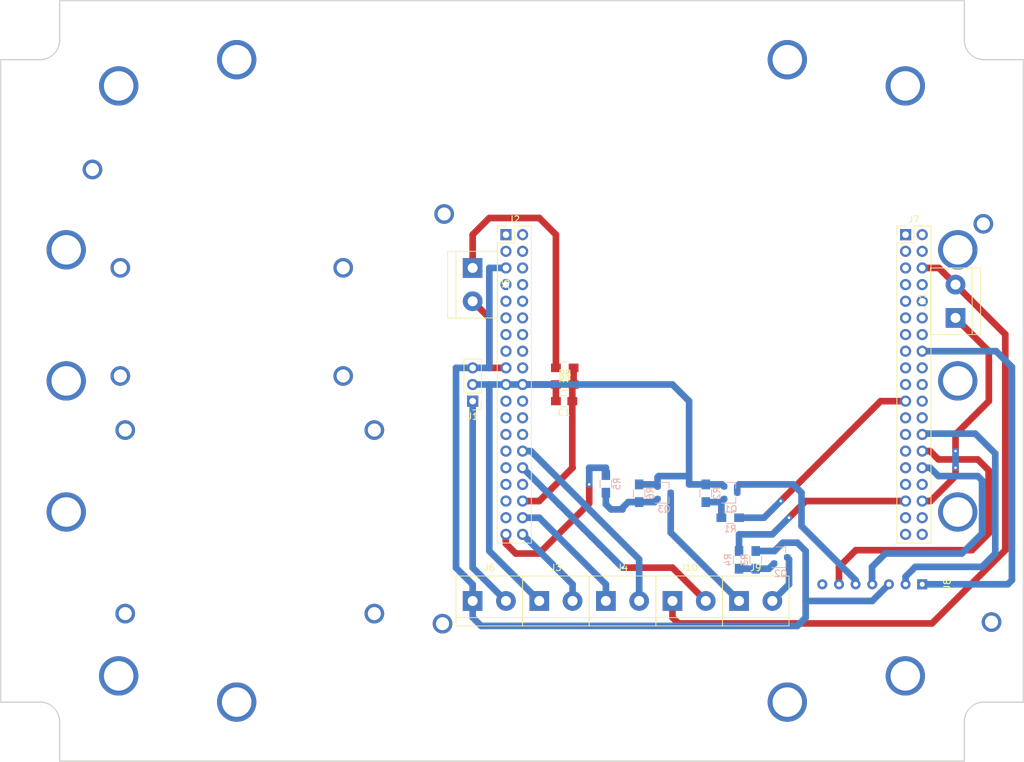
<source format=kicad_pcb>
(kicad_pcb (version 20171130) (host pcbnew 5.1.5)

  (general
    (thickness 1.6)
    (drawings 773)
    (tracks 200)
    (zones 0)
    (modules 23)
    (nets 26)
  )

  (page A4)
  (layers
    (0 F.Cu signal)
    (31 B.Cu signal)
    (32 B.Adhes user)
    (33 F.Adhes user)
    (34 B.Paste user)
    (35 F.Paste user)
    (36 B.SilkS user)
    (37 F.SilkS user)
    (38 B.Mask user)
    (39 F.Mask user)
    (40 Dwgs.User user)
    (41 Cmts.User user)
    (42 Eco1.User user)
    (43 Eco2.User user)
    (44 Edge.Cuts user)
    (45 Margin user)
    (46 B.CrtYd user)
    (47 F.CrtYd user)
    (48 B.Fab user)
    (49 F.Fab user)
  )

  (setup
    (last_trace_width 0.25)
    (user_trace_width 0.2)
    (user_trace_width 0.2032)
    (user_trace_width 0.254)
    (user_trace_width 0.381)
    (user_trace_width 0.508)
    (user_trace_width 1.016)
    (trace_clearance 0.2)
    (zone_clearance 0.508)
    (zone_45_only no)
    (trace_min 0.2)
    (via_size 0.8)
    (via_drill 0.4)
    (via_min_size 0.4)
    (via_min_drill 0.3)
    (user_via 3 2)
    (user_via 6 4.5)
    (uvia_size 0.3)
    (uvia_drill 0.1)
    (uvias_allowed no)
    (uvia_min_size 0.2)
    (uvia_min_drill 0.1)
    (edge_width 0.2)
    (segment_width 0.2)
    (pcb_text_width 0.3)
    (pcb_text_size 1.5 1.5)
    (mod_edge_width 0.15)
    (mod_text_size 1 1)
    (mod_text_width 0.15)
    (pad_size 1.524 1.524)
    (pad_drill 0.762)
    (pad_to_mask_clearance 0.2)
    (aux_axis_origin 0 0)
    (grid_origin 103.574 133.751)
    (visible_elements FFFFFFFF)
    (pcbplotparams
      (layerselection 0x010fc_ffffffff)
      (usegerberextensions true)
      (usegerberattributes false)
      (usegerberadvancedattributes false)
      (creategerberjobfile false)
      (excludeedgelayer true)
      (linewidth 0.100000)
      (plotframeref false)
      (viasonmask false)
      (mode 1)
      (useauxorigin false)
      (hpglpennumber 1)
      (hpglpenspeed 20)
      (hpglpendiameter 15.000000)
      (psnegative false)
      (psa4output false)
      (plotreference true)
      (plotvalue true)
      (plotinvisibletext false)
      (padsonsilk false)
      (subtractmaskfromsilk false)
      (outputformat 1)
      (mirror false)
      (drillshape 0)
      (scaleselection 1)
      (outputdirectory "gerbers"))
  )

  (net 0 "")
  (net 1 "Net-(Q1-Pad1)")
  (net 2 GND)
  (net 3 3V3)
  (net 4 PC1_SDA)
  (net 5 PC0_SCL)
  (net 6 VIN)
  (net 7 "Net-(J8-Pad5)")
  (net 8 A0_PA0_WKUP1)
  (net 9 "Net-(Q2-Pad1)")
  (net 10 3V3_SWITCHED)
  (net 11 GND_SWITCHED)
  (net 12 "Net-(Q3-Pad1)")
  (net 13 D8_PA9|SD-PWR-SW)
  (net 14 D2_PA10|GP-3V3-SW)
  (net 15 SCK_PB13|SD-SCK)
  (net 16 MISO_PB14|SD-DO)
  (net 17 MOSI_PB15|SD-DI)
  (net 18 CS_PB12|SD-CS)
  (net 19 PC3|GP-GND-SW)
  (net 20 A1_PA1|GPAD)
  (net 21 A3_PB0|PV_SENSE)
  (net 22 PA15|LTC_SHDN)
  (net 23 PV+)
  (net 24 PC4_U1TX)
  (net 25 PC5_U1RX_WKUP5|GPD)

  (net_class Default "This is the default net class."
    (clearance 0.2)
    (trace_width 0.25)
    (via_dia 0.8)
    (via_drill 0.4)
    (uvia_dia 0.3)
    (uvia_drill 0.1)
    (add_net 3V3)
    (add_net 3V3_SWITCHED)
    (add_net A0_PA0_WKUP1)
    (add_net A1_PA1|GPAD)
    (add_net A3_PB0|PV_SENSE)
    (add_net CS_PB12|SD-CS)
    (add_net D2_PA10|GP-3V3-SW)
    (add_net D8_PA9|SD-PWR-SW)
    (add_net GND)
    (add_net GND_SWITCHED)
    (add_net MISO_PB14|SD-DO)
    (add_net MOSI_PB15|SD-DI)
    (add_net "Net-(J8-Pad5)")
    (add_net "Net-(Q1-Pad1)")
    (add_net "Net-(Q2-Pad1)")
    (add_net "Net-(Q3-Pad1)")
    (add_net PA15|LTC_SHDN)
    (add_net PC0_SCL)
    (add_net PC1_SDA)
    (add_net PC3|GP-GND-SW)
    (add_net PC4_U1TX)
    (add_net PC5_U1RX_WKUP5|GPD)
    (add_net PV+)
    (add_net SCK_PB13|SD-SCK)
    (add_net VIN)
  )

  (module TerminalBlock:TerminalBlock_bornier-2_P5.08mm (layer F.Cu) (tedit 59FF03AB) (tstamp 5ADCB1E7)
    (at 134.054 133.751)
    (descr "simple 2-pin terminal block, pitch 5.08mm, revamped version of bornier2")
    (tags "terminal block bornier2")
    (path /5A807F55)
    (fp_text reference J10 (at 2.54 -5.08) (layer F.SilkS)
      (effects (font (size 1 1) (thickness 0.15)))
    )
    (fp_text value Screw_Terminal_01x02 (at 2.54 5.08) (layer F.Fab)
      (effects (font (size 1 1) (thickness 0.15)))
    )
    (fp_line (start 7.79 4) (end -2.71 4) (layer F.CrtYd) (width 0.05))
    (fp_line (start 7.79 4) (end 7.79 -4) (layer F.CrtYd) (width 0.05))
    (fp_line (start -2.71 -4) (end -2.71 4) (layer F.CrtYd) (width 0.05))
    (fp_line (start -2.71 -4) (end 7.79 -4) (layer F.CrtYd) (width 0.05))
    (fp_line (start -2.54 3.81) (end 7.62 3.81) (layer F.SilkS) (width 0.12))
    (fp_line (start -2.54 -3.81) (end -2.54 3.81) (layer F.SilkS) (width 0.12))
    (fp_line (start 7.62 -3.81) (end -2.54 -3.81) (layer F.SilkS) (width 0.12))
    (fp_line (start 7.62 3.81) (end 7.62 -3.81) (layer F.SilkS) (width 0.12))
    (fp_line (start 7.62 2.54) (end -2.54 2.54) (layer F.SilkS) (width 0.12))
    (fp_line (start 7.54 -3.75) (end -2.46 -3.75) (layer F.Fab) (width 0.1))
    (fp_line (start 7.54 3.75) (end 7.54 -3.75) (layer F.Fab) (width 0.1))
    (fp_line (start -2.46 3.75) (end 7.54 3.75) (layer F.Fab) (width 0.1))
    (fp_line (start -2.46 -3.75) (end -2.46 3.75) (layer F.Fab) (width 0.1))
    (fp_line (start -2.41 2.55) (end 7.49 2.55) (layer F.Fab) (width 0.1))
    (fp_text user %R (at 2.54 0) (layer F.Fab)
      (effects (font (size 1 1) (thickness 0.15)))
    )
    (pad 2 thru_hole circle (at 5.08 0) (size 3 3) (drill 1.52) (layers *.Cu *.Mask)
      (net 20 A1_PA1|GPAD))
    (pad 1 thru_hole rect (at 0 0) (size 3 3) (drill 1.52) (layers *.Cu *.Mask)
      (net 25 PC5_U1RX_WKUP5|GPD))
    (model ${KISYS3DMOD}/Terminal_Blocks.3dshapes/TerminalBlock_bornier-2_P5.08mm.wrl
      (offset (xyz 2.539999961853027 0 0))
      (scale (xyz 1 1 1))
      (rotate (xyz 0 0 0))
    )
  )

  (module TerminalBlock:TerminalBlock_bornier-2_P5.08mm (layer F.Cu) (tedit 59FF03AB) (tstamp 5A82503D)
    (at 144.214 133.751)
    (descr "simple 2-pin terminal block, pitch 5.08mm, revamped version of bornier2")
    (tags "terminal block bornier2")
    (path /5A806ED9)
    (fp_text reference J9 (at 2.54 -5.08) (layer F.SilkS)
      (effects (font (size 1 1) (thickness 0.15)))
    )
    (fp_text value Screw_Terminal_01x02 (at 2.54 5.08) (layer F.Fab)
      (effects (font (size 1 1) (thickness 0.15)))
    )
    (fp_text user %R (at 2.54 0) (layer F.Fab)
      (effects (font (size 1 1) (thickness 0.15)))
    )
    (fp_line (start -2.41 2.55) (end 7.49 2.55) (layer F.Fab) (width 0.1))
    (fp_line (start -2.46 -3.75) (end -2.46 3.75) (layer F.Fab) (width 0.1))
    (fp_line (start -2.46 3.75) (end 7.54 3.75) (layer F.Fab) (width 0.1))
    (fp_line (start 7.54 3.75) (end 7.54 -3.75) (layer F.Fab) (width 0.1))
    (fp_line (start 7.54 -3.75) (end -2.46 -3.75) (layer F.Fab) (width 0.1))
    (fp_line (start 7.62 2.54) (end -2.54 2.54) (layer F.SilkS) (width 0.12))
    (fp_line (start 7.62 3.81) (end 7.62 -3.81) (layer F.SilkS) (width 0.12))
    (fp_line (start 7.62 -3.81) (end -2.54 -3.81) (layer F.SilkS) (width 0.12))
    (fp_line (start -2.54 -3.81) (end -2.54 3.81) (layer F.SilkS) (width 0.12))
    (fp_line (start -2.54 3.81) (end 7.62 3.81) (layer F.SilkS) (width 0.12))
    (fp_line (start -2.71 -4) (end 7.79 -4) (layer F.CrtYd) (width 0.05))
    (fp_line (start -2.71 -4) (end -2.71 4) (layer F.CrtYd) (width 0.05))
    (fp_line (start 7.79 4) (end 7.79 -4) (layer F.CrtYd) (width 0.05))
    (fp_line (start 7.79 4) (end -2.71 4) (layer F.CrtYd) (width 0.05))
    (pad 1 thru_hole rect (at 0 0) (size 3 3) (drill 1.52) (layers *.Cu *.Mask)
      (net 11 GND_SWITCHED))
    (pad 2 thru_hole circle (at 5.08 0) (size 3 3) (drill 1.52) (layers *.Cu *.Mask)
      (net 10 3V3_SWITCHED))
    (model ${KISYS3DMOD}/Terminal_Blocks.3dshapes/TerminalBlock_bornier-2_P5.08mm.wrl
      (offset (xyz 2.539999961853027 0 0))
      (scale (xyz 1 1 1))
      (rotate (xyz 0 0 0))
    )
  )

  (module Resistors_SMD:R_0805_HandSoldering (layer B.Cu) (tedit 58E0A804) (tstamp 5A824F79)
    (at 123.894 115.891 90)
    (descr "Resistor SMD 0805, hand soldering")
    (tags "resistor 0805")
    (path /5A7E1EB9)
    (attr smd)
    (fp_text reference R5 (at 0 1.7 90) (layer B.SilkS)
      (effects (font (size 1 1) (thickness 0.15)) (justify mirror))
    )
    (fp_text value R (at 0 -1.75 90) (layer B.Fab)
      (effects (font (size 1 1) (thickness 0.15)) (justify mirror))
    )
    (fp_line (start 2.35 -0.9) (end -2.35 -0.9) (layer B.CrtYd) (width 0.05))
    (fp_line (start 2.35 -0.9) (end 2.35 0.9) (layer B.CrtYd) (width 0.05))
    (fp_line (start -2.35 0.9) (end -2.35 -0.9) (layer B.CrtYd) (width 0.05))
    (fp_line (start -2.35 0.9) (end 2.35 0.9) (layer B.CrtYd) (width 0.05))
    (fp_line (start -0.6 0.88) (end 0.6 0.88) (layer B.SilkS) (width 0.12))
    (fp_line (start 0.6 -0.88) (end -0.6 -0.88) (layer B.SilkS) (width 0.12))
    (fp_line (start -1 0.62) (end 1 0.62) (layer B.Fab) (width 0.1))
    (fp_line (start 1 0.62) (end 1 -0.62) (layer B.Fab) (width 0.1))
    (fp_line (start 1 -0.62) (end -1 -0.62) (layer B.Fab) (width 0.1))
    (fp_line (start -1 -0.62) (end -1 0.62) (layer B.Fab) (width 0.1))
    (fp_text user %R (at 0 0 90) (layer B.Fab)
      (effects (font (size 0.5 0.5) (thickness 0.075)) (justify mirror))
    )
    (pad 2 smd rect (at 1.35 0 90) (size 1.5 1.3) (layers B.Cu B.Paste B.Mask)
      (net 19 PC3|GP-GND-SW))
    (pad 1 smd rect (at -1.35 0 90) (size 1.5 1.3) (layers B.Cu B.Paste B.Mask)
      (net 12 "Net-(Q3-Pad1)"))
    (model ${KISYS3DMOD}/Resistors_SMD.3dshapes/R_0805.wrl
      (at (xyz 0 0 0))
      (scale (xyz 1 1 1))
      (rotate (xyz 0 0 0))
    )
  )

  (module Resistors_SMD:R_0805_HandSoldering (layer B.Cu) (tedit 58E0A804) (tstamp 5A824577)
    (at 144.214 127.481 270)
    (descr "Resistor SMD 0805, hand soldering")
    (tags "resistor 0805")
    (path /5A7DE4F1)
    (attr smd)
    (fp_text reference R4 (at 0 1.7 270) (layer B.SilkS)
      (effects (font (size 1 1) (thickness 0.15)) (justify mirror))
    )
    (fp_text value R (at 0 -1.75 270) (layer B.Fab)
      (effects (font (size 1 1) (thickness 0.15)) (justify mirror))
    )
    (fp_text user %R (at 0 0 270) (layer B.Fab)
      (effects (font (size 0.5 0.5) (thickness 0.075)) (justify mirror))
    )
    (fp_line (start -1 -0.62) (end -1 0.62) (layer B.Fab) (width 0.1))
    (fp_line (start 1 -0.62) (end -1 -0.62) (layer B.Fab) (width 0.1))
    (fp_line (start 1 0.62) (end 1 -0.62) (layer B.Fab) (width 0.1))
    (fp_line (start -1 0.62) (end 1 0.62) (layer B.Fab) (width 0.1))
    (fp_line (start 0.6 -0.88) (end -0.6 -0.88) (layer B.SilkS) (width 0.12))
    (fp_line (start -0.6 0.88) (end 0.6 0.88) (layer B.SilkS) (width 0.12))
    (fp_line (start -2.35 0.9) (end 2.35 0.9) (layer B.CrtYd) (width 0.05))
    (fp_line (start -2.35 0.9) (end -2.35 -0.9) (layer B.CrtYd) (width 0.05))
    (fp_line (start 2.35 -0.9) (end 2.35 0.9) (layer B.CrtYd) (width 0.05))
    (fp_line (start 2.35 -0.9) (end -2.35 -0.9) (layer B.CrtYd) (width 0.05))
    (pad 1 smd rect (at -1.35 0 270) (size 1.5 1.3) (layers B.Cu B.Paste B.Mask)
      (net 14 D2_PA10|GP-3V3-SW))
    (pad 2 smd rect (at 1.35 0 270) (size 1.5 1.3) (layers B.Cu B.Paste B.Mask)
      (net 9 "Net-(Q2-Pad1)"))
    (model ${KISYS3DMOD}/Resistors_SMD.3dshapes/R_0805.wrl
      (at (xyz 0 0 0))
      (scale (xyz 1 1 1))
      (rotate (xyz 0 0 0))
    )
  )

  (module Resistors_SMD:R_0805_HandSoldering (layer B.Cu) (tedit 58E0A804) (tstamp 5A824661)
    (at 146.754 127.481 270)
    (descr "Resistor SMD 0805, hand soldering")
    (tags "resistor 0805")
    (path /5A7DDA54)
    (attr smd)
    (fp_text reference R3 (at 0 1.7 270) (layer B.SilkS)
      (effects (font (size 1 1) (thickness 0.15)) (justify mirror))
    )
    (fp_text value R (at 0 -1.75 270) (layer B.Fab)
      (effects (font (size 1 1) (thickness 0.15)) (justify mirror))
    )
    (fp_line (start 2.35 -0.9) (end -2.35 -0.9) (layer B.CrtYd) (width 0.05))
    (fp_line (start 2.35 -0.9) (end 2.35 0.9) (layer B.CrtYd) (width 0.05))
    (fp_line (start -2.35 0.9) (end -2.35 -0.9) (layer B.CrtYd) (width 0.05))
    (fp_line (start -2.35 0.9) (end 2.35 0.9) (layer B.CrtYd) (width 0.05))
    (fp_line (start -0.6 0.88) (end 0.6 0.88) (layer B.SilkS) (width 0.12))
    (fp_line (start 0.6 -0.88) (end -0.6 -0.88) (layer B.SilkS) (width 0.12))
    (fp_line (start -1 0.62) (end 1 0.62) (layer B.Fab) (width 0.1))
    (fp_line (start 1 0.62) (end 1 -0.62) (layer B.Fab) (width 0.1))
    (fp_line (start 1 -0.62) (end -1 -0.62) (layer B.Fab) (width 0.1))
    (fp_line (start -1 -0.62) (end -1 0.62) (layer B.Fab) (width 0.1))
    (fp_text user %R (at 0 0 270) (layer B.Fab)
      (effects (font (size 0.5 0.5) (thickness 0.075)) (justify mirror))
    )
    (pad 2 smd rect (at 1.35 0 270) (size 1.5 1.3) (layers B.Cu B.Paste B.Mask)
      (net 9 "Net-(Q2-Pad1)"))
    (pad 1 smd rect (at -1.35 0 270) (size 1.5 1.3) (layers B.Cu B.Paste B.Mask)
      (net 3 3V3))
    (model ${KISYS3DMOD}/Resistors_SMD.3dshapes/R_0805.wrl
      (at (xyz 0 0 0))
      (scale (xyz 1 1 1))
      (rotate (xyz 0 0 0))
    )
  )

  (module Resistors_SMD:R_0805_HandSoldering (layer B.Cu) (tedit 58E0A804) (tstamp 5A824AAE)
    (at 128.974 117.321 90)
    (descr "Resistor SMD 0805, hand soldering")
    (tags "resistor 0805")
    (path /5A7E1EB3)
    (attr smd)
    (fp_text reference R6 (at 0 1.7 90) (layer B.SilkS)
      (effects (font (size 1 1) (thickness 0.15)) (justify mirror))
    )
    (fp_text value R (at 0 -1.75 90) (layer B.Fab)
      (effects (font (size 1 1) (thickness 0.15)) (justify mirror))
    )
    (fp_text user %R (at 0 0 90) (layer B.Fab)
      (effects (font (size 0.5 0.5) (thickness 0.075)) (justify mirror))
    )
    (fp_line (start -1 -0.62) (end -1 0.62) (layer B.Fab) (width 0.1))
    (fp_line (start 1 -0.62) (end -1 -0.62) (layer B.Fab) (width 0.1))
    (fp_line (start 1 0.62) (end 1 -0.62) (layer B.Fab) (width 0.1))
    (fp_line (start -1 0.62) (end 1 0.62) (layer B.Fab) (width 0.1))
    (fp_line (start 0.6 -0.88) (end -0.6 -0.88) (layer B.SilkS) (width 0.12))
    (fp_line (start -0.6 0.88) (end 0.6 0.88) (layer B.SilkS) (width 0.12))
    (fp_line (start -2.35 0.9) (end 2.35 0.9) (layer B.CrtYd) (width 0.05))
    (fp_line (start -2.35 0.9) (end -2.35 -0.9) (layer B.CrtYd) (width 0.05))
    (fp_line (start 2.35 -0.9) (end 2.35 0.9) (layer B.CrtYd) (width 0.05))
    (fp_line (start 2.35 -0.9) (end -2.35 -0.9) (layer B.CrtYd) (width 0.05))
    (pad 1 smd rect (at -1.35 0 90) (size 1.5 1.3) (layers B.Cu B.Paste B.Mask)
      (net 12 "Net-(Q3-Pad1)"))
    (pad 2 smd rect (at 1.35 0 90) (size 1.5 1.3) (layers B.Cu B.Paste B.Mask)
      (net 2 GND))
    (model ${KISYS3DMOD}/Resistors_SMD.3dshapes/R_0805.wrl
      (at (xyz 0 0 0))
      (scale (xyz 1 1 1))
      (rotate (xyz 0 0 0))
    )
  )

  (module TO_SOT_Packages_SMD:SOT-23 (layer B.Cu) (tedit 58CE4E7E) (tstamp 5A825079)
    (at 132.784 117.241)
    (descr "SOT-23, Standard")
    (tags SOT-23)
    (path /5A7E1EAB)
    (attr smd)
    (fp_text reference Q3 (at 0 2.5) (layer B.SilkS)
      (effects (font (size 1 1) (thickness 0.15)) (justify mirror))
    )
    (fp_text value BSS138 (at 0 -2.5) (layer B.Fab)
      (effects (font (size 1 1) (thickness 0.15)) (justify mirror))
    )
    (fp_line (start 0.76 -1.58) (end -0.7 -1.58) (layer B.SilkS) (width 0.12))
    (fp_line (start 0.76 1.58) (end -1.4 1.58) (layer B.SilkS) (width 0.12))
    (fp_line (start -1.7 -1.75) (end -1.7 1.75) (layer B.CrtYd) (width 0.05))
    (fp_line (start 1.7 -1.75) (end -1.7 -1.75) (layer B.CrtYd) (width 0.05))
    (fp_line (start 1.7 1.75) (end 1.7 -1.75) (layer B.CrtYd) (width 0.05))
    (fp_line (start -1.7 1.75) (end 1.7 1.75) (layer B.CrtYd) (width 0.05))
    (fp_line (start 0.76 1.58) (end 0.76 0.65) (layer B.SilkS) (width 0.12))
    (fp_line (start 0.76 -1.58) (end 0.76 -0.65) (layer B.SilkS) (width 0.12))
    (fp_line (start -0.7 -1.52) (end 0.7 -1.52) (layer B.Fab) (width 0.1))
    (fp_line (start 0.7 1.52) (end 0.7 -1.52) (layer B.Fab) (width 0.1))
    (fp_line (start -0.7 0.95) (end -0.15 1.52) (layer B.Fab) (width 0.1))
    (fp_line (start -0.15 1.52) (end 0.7 1.52) (layer B.Fab) (width 0.1))
    (fp_line (start -0.7 0.95) (end -0.7 -1.5) (layer B.Fab) (width 0.1))
    (fp_text user %R (at 0 0 -90) (layer B.Fab)
      (effects (font (size 0.5 0.5) (thickness 0.075)) (justify mirror))
    )
    (pad 3 smd rect (at 1 0) (size 0.9 0.8) (layers B.Cu B.Paste B.Mask)
      (net 11 GND_SWITCHED))
    (pad 2 smd rect (at -1 -0.95) (size 0.9 0.8) (layers B.Cu B.Paste B.Mask)
      (net 2 GND))
    (pad 1 smd rect (at -1 0.95) (size 0.9 0.8) (layers B.Cu B.Paste B.Mask)
      (net 12 "Net-(Q3-Pad1)"))
    (model ${KISYS3DMOD}/TO_SOT_Packages_SMD.3dshapes/SOT-23.wrl
      (at (xyz 0 0 0))
      (scale (xyz 1 1 1))
      (rotate (xyz 0 0 0))
    )
  )

  (module TO_SOT_Packages_SMD:SOT-23 (layer B.Cu) (tedit 58CE4E7E) (tstamp 5A824E54)
    (at 150.564 127.081)
    (descr "SOT-23, Standard")
    (tags SOT-23)
    (path /5A7DCC92)
    (attr smd)
    (fp_text reference Q2 (at 0 2.5) (layer B.SilkS)
      (effects (font (size 1 1) (thickness 0.15)) (justify mirror))
    )
    (fp_text value NTR2101P (at 0 -2.5) (layer B.Fab)
      (effects (font (size 1 1) (thickness 0.15)) (justify mirror))
    )
    (fp_text user %R (at 0 0 -90) (layer B.Fab)
      (effects (font (size 0.5 0.5) (thickness 0.075)) (justify mirror))
    )
    (fp_line (start -0.7 0.95) (end -0.7 -1.5) (layer B.Fab) (width 0.1))
    (fp_line (start -0.15 1.52) (end 0.7 1.52) (layer B.Fab) (width 0.1))
    (fp_line (start -0.7 0.95) (end -0.15 1.52) (layer B.Fab) (width 0.1))
    (fp_line (start 0.7 1.52) (end 0.7 -1.52) (layer B.Fab) (width 0.1))
    (fp_line (start -0.7 -1.52) (end 0.7 -1.52) (layer B.Fab) (width 0.1))
    (fp_line (start 0.76 -1.58) (end 0.76 -0.65) (layer B.SilkS) (width 0.12))
    (fp_line (start 0.76 1.58) (end 0.76 0.65) (layer B.SilkS) (width 0.12))
    (fp_line (start -1.7 1.75) (end 1.7 1.75) (layer B.CrtYd) (width 0.05))
    (fp_line (start 1.7 1.75) (end 1.7 -1.75) (layer B.CrtYd) (width 0.05))
    (fp_line (start 1.7 -1.75) (end -1.7 -1.75) (layer B.CrtYd) (width 0.05))
    (fp_line (start -1.7 -1.75) (end -1.7 1.75) (layer B.CrtYd) (width 0.05))
    (fp_line (start 0.76 1.58) (end -1.4 1.58) (layer B.SilkS) (width 0.12))
    (fp_line (start 0.76 -1.58) (end -0.7 -1.58) (layer B.SilkS) (width 0.12))
    (pad 1 smd rect (at -1 0.95) (size 0.9 0.8) (layers B.Cu B.Paste B.Mask)
      (net 9 "Net-(Q2-Pad1)"))
    (pad 2 smd rect (at -1 -0.95) (size 0.9 0.8) (layers B.Cu B.Paste B.Mask)
      (net 3 3V3))
    (pad 3 smd rect (at 1 0) (size 0.9 0.8) (layers B.Cu B.Paste B.Mask)
      (net 10 3V3_SWITCHED))
    (model ${KISYS3DMOD}/TO_SOT_Packages_SMD.3dshapes/SOT-23.wrl
      (at (xyz 0 0 0))
      (scale (xyz 1 1 1))
      (rotate (xyz 0 0 0))
    )
  )

  (module Pin_Headers:Pin_Header_Straight_1x03_Pitch2.54mm (layer F.Cu) (tedit 59650532) (tstamp 5A824E0B)
    (at 103.574 103.271 180)
    (descr "Through hole straight pin header, 1x03, 2.54mm pitch, single row")
    (tags "Through hole pin header THT 1x03 2.54mm single row")
    (path /5A7E4101)
    (fp_text reference J1 (at 0 -2.33 180) (layer F.SilkS)
      (effects (font (size 1 1) (thickness 0.15)))
    )
    (fp_text value Conn_01x03 (at 0 7.41 180) (layer F.Fab)
      (effects (font (size 1 1) (thickness 0.15)))
    )
    (fp_line (start -0.635 -1.27) (end 1.27 -1.27) (layer F.Fab) (width 0.1))
    (fp_line (start 1.27 -1.27) (end 1.27 6.35) (layer F.Fab) (width 0.1))
    (fp_line (start 1.27 6.35) (end -1.27 6.35) (layer F.Fab) (width 0.1))
    (fp_line (start -1.27 6.35) (end -1.27 -0.635) (layer F.Fab) (width 0.1))
    (fp_line (start -1.27 -0.635) (end -0.635 -1.27) (layer F.Fab) (width 0.1))
    (fp_line (start -1.33 6.41) (end 1.33 6.41) (layer F.SilkS) (width 0.12))
    (fp_line (start -1.33 1.27) (end -1.33 6.41) (layer F.SilkS) (width 0.12))
    (fp_line (start 1.33 1.27) (end 1.33 6.41) (layer F.SilkS) (width 0.12))
    (fp_line (start -1.33 1.27) (end 1.33 1.27) (layer F.SilkS) (width 0.12))
    (fp_line (start -1.33 0) (end -1.33 -1.33) (layer F.SilkS) (width 0.12))
    (fp_line (start -1.33 -1.33) (end 0 -1.33) (layer F.SilkS) (width 0.12))
    (fp_line (start -1.8 -1.8) (end -1.8 6.85) (layer F.CrtYd) (width 0.05))
    (fp_line (start -1.8 6.85) (end 1.8 6.85) (layer F.CrtYd) (width 0.05))
    (fp_line (start 1.8 6.85) (end 1.8 -1.8) (layer F.CrtYd) (width 0.05))
    (fp_line (start 1.8 -1.8) (end -1.8 -1.8) (layer F.CrtYd) (width 0.05))
    (fp_text user %R (at 0 2.54 270) (layer F.Fab)
      (effects (font (size 1 1) (thickness 0.15)))
    )
    (pad 1 thru_hole rect (at 0 0 180) (size 1.7 1.7) (drill 1) (layers *.Cu *.Mask)
      (net 6 VIN))
    (pad 2 thru_hole oval (at 0 2.54 180) (size 1.7 1.7) (drill 1) (layers *.Cu *.Mask)
      (net 2 GND))
    (pad 3 thru_hole oval (at 0 5.08 180) (size 1.7 1.7) (drill 1) (layers *.Cu *.Mask)
      (net 3 3V3))
    (model ${KISYS3DMOD}/Pin_Headers.3dshapes/Pin_Header_Straight_1x03_Pitch2.54mm.wrl
      (at (xyz 0 0 0))
      (scale (xyz 1 1 1))
      (rotate (xyz 0 0 0))
    )
  )

  (module sparkfun_sdcard_breakout:BOB-00544 (layer F.Cu) (tedit 5A7DA93F) (tstamp 5A825348)
    (at 164.534 131.211 90)
    (path /5A7DF042)
    (fp_text reference J8 (at 0 11.43 90) (layer F.SilkS)
      (effects (font (size 1 1) (thickness 0.15)))
    )
    (fp_text value BOB-00544 (at -17.78 -5.08 180) (layer F.Fab)
      (effects (font (size 1 1) (thickness 0.15)))
    )
    (fp_line (start -1.27 -8.89) (end 1.27 -8.89) (layer F.CrtYd) (width 0.05))
    (fp_line (start 1.27 -8.89) (end 1.27 8.89) (layer F.CrtYd) (width 0.05))
    (fp_line (start 1.27 8.89) (end -1.27 8.89) (layer F.CrtYd) (width 0.05))
    (fp_line (start -1.27 8.89) (end -1.27 -8.89) (layer F.CrtYd) (width 0.05))
    (fp_line (start 2.54 -10.16) (end -19.05 -10.16) (layer F.CrtYd) (width 0.05))
    (fp_line (start -19.05 -10.16) (end -19.05 8.89) (layer F.CrtYd) (width 0.05))
    (fp_line (start -19.05 8.89) (end -19.05 10.16) (layer F.CrtYd) (width 0.05))
    (fp_line (start -19.05 10.16) (end 2.54 10.16) (layer F.CrtYd) (width 0.05))
    (fp_line (start 2.54 10.16) (end 2.54 -10.16) (layer F.CrtYd) (width 0.05))
    (pad 1 thru_hole rect (at 0 7.62 90) (size 1.524 1.524) (drill 0.762) (layers *.Cu *.Mask)
      (net 18 CS_PB12|SD-CS))
    (pad 2 thru_hole circle (at 0 5.08 90) (size 1.524 1.524) (drill 0.762) (layers *.Cu *.Mask)
      (net 17 MOSI_PB15|SD-DI))
    (pad 3 thru_hole circle (at 0 2.54 90) (size 1.524 1.524) (drill 0.762) (layers *.Cu *.Mask)
      (net 3 3V3))
    (pad 4 thru_hole circle (at 0 0 90) (size 1.524 1.524) (drill 0.762) (layers *.Cu *.Mask)
      (net 15 SCK_PB13|SD-SCK))
    (pad 5 thru_hole circle (at 0 -2.54 90) (size 1.524 1.524) (drill 0.762) (layers *.Cu *.Mask)
      (net 7 "Net-(J8-Pad5)"))
    (pad 6 thru_hole circle (at 0 -5.08 90) (size 1.524 1.524) (drill 0.762) (layers *.Cu *.Mask)
      (net 16 MISO_PB14|SD-DO))
    (pad 7 thru_hole circle (at 0 -7.62 90) (size 1.524 1.524) (drill 0.762) (layers *.Cu *.Mask))
  )

  (module TerminalBlock:TerminalBlock_bornier-2_P5.08mm (layer F.Cu) (tedit 59FF03AB) (tstamp 5A824EC6)
    (at 103.574 133.751)
    (descr "simple 2-pin terminal block, pitch 5.08mm, revamped version of bornier2")
    (tags "terminal block bornier2")
    (path /5A7E60E1)
    (fp_text reference J6 (at 2.54 -5.08) (layer F.SilkS)
      (effects (font (size 1 1) (thickness 0.15)))
    )
    (fp_text value Screw_Terminal_01x02 (at 2.54 5.08) (layer F.Fab)
      (effects (font (size 1 1) (thickness 0.15)))
    )
    (fp_line (start 7.79 4) (end -2.71 4) (layer F.CrtYd) (width 0.05))
    (fp_line (start 7.79 4) (end 7.79 -4) (layer F.CrtYd) (width 0.05))
    (fp_line (start -2.71 -4) (end -2.71 4) (layer F.CrtYd) (width 0.05))
    (fp_line (start -2.71 -4) (end 7.79 -4) (layer F.CrtYd) (width 0.05))
    (fp_line (start -2.54 3.81) (end 7.62 3.81) (layer F.SilkS) (width 0.12))
    (fp_line (start -2.54 -3.81) (end -2.54 3.81) (layer F.SilkS) (width 0.12))
    (fp_line (start 7.62 -3.81) (end -2.54 -3.81) (layer F.SilkS) (width 0.12))
    (fp_line (start 7.62 3.81) (end 7.62 -3.81) (layer F.SilkS) (width 0.12))
    (fp_line (start 7.62 2.54) (end -2.54 2.54) (layer F.SilkS) (width 0.12))
    (fp_line (start 7.54 -3.75) (end -2.46 -3.75) (layer F.Fab) (width 0.1))
    (fp_line (start 7.54 3.75) (end 7.54 -3.75) (layer F.Fab) (width 0.1))
    (fp_line (start -2.46 3.75) (end 7.54 3.75) (layer F.Fab) (width 0.1))
    (fp_line (start -2.46 -3.75) (end -2.46 3.75) (layer F.Fab) (width 0.1))
    (fp_line (start -2.41 2.55) (end 7.49 2.55) (layer F.Fab) (width 0.1))
    (fp_text user %R (at 2.54 0) (layer F.Fab)
      (effects (font (size 1 1) (thickness 0.15)))
    )
    (pad 2 thru_hole circle (at 5.08 0) (size 3 3) (drill 1.52) (layers *.Cu *.Mask)
      (net 6 VIN))
    (pad 1 thru_hole rect (at 0 0) (size 3 3) (drill 1.52) (layers *.Cu *.Mask)
      (net 3 3V3))
    (model ${KISYS3DMOD}/Terminal_Blocks.3dshapes/TerminalBlock_bornier-2_P5.08mm.wrl
      (offset (xyz 2.539999961853027 0 0))
      (scale (xyz 1 1 1))
      (rotate (xyz 0 0 0))
    )
  )

  (module TerminalBlock:TerminalBlock_bornier-2_P5.08mm (layer F.Cu) (tedit 59FF03AB) (tstamp 5A824C86)
    (at 123.894 133.751)
    (descr "simple 2-pin terminal block, pitch 5.08mm, revamped version of bornier2")
    (tags "terminal block bornier2")
    (path /5A7E5369)
    (fp_text reference J4 (at 2.54 -5.08) (layer F.SilkS)
      (effects (font (size 1 1) (thickness 0.15)))
    )
    (fp_text value Screw_Terminal_01x02 (at 2.54 5.08) (layer F.Fab)
      (effects (font (size 1 1) (thickness 0.15)))
    )
    (fp_line (start 7.79 4) (end -2.71 4) (layer F.CrtYd) (width 0.05))
    (fp_line (start 7.79 4) (end 7.79 -4) (layer F.CrtYd) (width 0.05))
    (fp_line (start -2.71 -4) (end -2.71 4) (layer F.CrtYd) (width 0.05))
    (fp_line (start -2.71 -4) (end 7.79 -4) (layer F.CrtYd) (width 0.05))
    (fp_line (start -2.54 3.81) (end 7.62 3.81) (layer F.SilkS) (width 0.12))
    (fp_line (start -2.54 -3.81) (end -2.54 3.81) (layer F.SilkS) (width 0.12))
    (fp_line (start 7.62 -3.81) (end -2.54 -3.81) (layer F.SilkS) (width 0.12))
    (fp_line (start 7.62 3.81) (end 7.62 -3.81) (layer F.SilkS) (width 0.12))
    (fp_line (start 7.62 2.54) (end -2.54 2.54) (layer F.SilkS) (width 0.12))
    (fp_line (start 7.54 -3.75) (end -2.46 -3.75) (layer F.Fab) (width 0.1))
    (fp_line (start 7.54 3.75) (end 7.54 -3.75) (layer F.Fab) (width 0.1))
    (fp_line (start -2.46 3.75) (end 7.54 3.75) (layer F.Fab) (width 0.1))
    (fp_line (start -2.46 -3.75) (end -2.46 3.75) (layer F.Fab) (width 0.1))
    (fp_line (start -2.41 2.55) (end 7.49 2.55) (layer F.Fab) (width 0.1))
    (fp_text user %R (at 2.54 0) (layer F.Fab)
      (effects (font (size 1 1) (thickness 0.15)))
    )
    (pad 2 thru_hole circle (at 5.08 0) (size 3 3) (drill 1.52) (layers *.Cu *.Mask)
      (net 8 A0_PA0_WKUP1))
    (pad 1 thru_hole rect (at 0 0) (size 3 3) (drill 1.52) (layers *.Cu *.Mask)
      (net 4 PC1_SDA))
    (model ${KISYS3DMOD}/Terminal_Blocks.3dshapes/TerminalBlock_bornier-2_P5.08mm.wrl
      (offset (xyz 2.539999961853027 0 0))
      (scale (xyz 1 1 1))
      (rotate (xyz 0 0 0))
    )
  )

  (module TerminalBlock:TerminalBlock_bornier-2_P5.08mm (layer F.Cu) (tedit 59FF03AB) (tstamp 5A825382)
    (at 113.734 133.751)
    (descr "simple 2-pin terminal block, pitch 5.08mm, revamped version of bornier2")
    (tags "terminal block bornier2")
    (path /5A7E429D)
    (fp_text reference J3 (at 2.54 -5.08) (layer F.SilkS)
      (effects (font (size 1 1) (thickness 0.15)))
    )
    (fp_text value Screw_Terminal_01x02 (at 2.54 5.08) (layer F.Fab)
      (effects (font (size 1 1) (thickness 0.15)))
    )
    (fp_text user %R (at 2.54 0) (layer F.Fab)
      (effects (font (size 1 1) (thickness 0.15)))
    )
    (fp_line (start -2.41 2.55) (end 7.49 2.55) (layer F.Fab) (width 0.1))
    (fp_line (start -2.46 -3.75) (end -2.46 3.75) (layer F.Fab) (width 0.1))
    (fp_line (start -2.46 3.75) (end 7.54 3.75) (layer F.Fab) (width 0.1))
    (fp_line (start 7.54 3.75) (end 7.54 -3.75) (layer F.Fab) (width 0.1))
    (fp_line (start 7.54 -3.75) (end -2.46 -3.75) (layer F.Fab) (width 0.1))
    (fp_line (start 7.62 2.54) (end -2.54 2.54) (layer F.SilkS) (width 0.12))
    (fp_line (start 7.62 3.81) (end 7.62 -3.81) (layer F.SilkS) (width 0.12))
    (fp_line (start 7.62 -3.81) (end -2.54 -3.81) (layer F.SilkS) (width 0.12))
    (fp_line (start -2.54 -3.81) (end -2.54 3.81) (layer F.SilkS) (width 0.12))
    (fp_line (start -2.54 3.81) (end 7.62 3.81) (layer F.SilkS) (width 0.12))
    (fp_line (start -2.71 -4) (end 7.79 -4) (layer F.CrtYd) (width 0.05))
    (fp_line (start -2.71 -4) (end -2.71 4) (layer F.CrtYd) (width 0.05))
    (fp_line (start 7.79 4) (end 7.79 -4) (layer F.CrtYd) (width 0.05))
    (fp_line (start 7.79 4) (end -2.71 4) (layer F.CrtYd) (width 0.05))
    (pad 1 thru_hole rect (at 0 0) (size 3 3) (drill 1.52) (layers *.Cu *.Mask)
      (net 2 GND))
    (pad 2 thru_hole circle (at 5.08 0) (size 3 3) (drill 1.52) (layers *.Cu *.Mask)
      (net 5 PC0_SCL))
    (model ${KISYS3DMOD}/Terminal_Blocks.3dshapes/TerminalBlock_bornier-2_P5.08mm.wrl
      (offset (xyz 2.539999961853027 0 0))
      (scale (xyz 1 1 1))
      (rotate (xyz 0 0 0))
    )
  )

  (module TO_SOT_Packages_SMD:SOT-23 (layer B.Cu) (tedit 58CE4E7E) (tstamp 5A824FD7)
    (at 142.944 117.241)
    (descr "SOT-23, Standard")
    (tags SOT-23)
    (path /5A7DFBB6)
    (attr smd)
    (fp_text reference Q1 (at 0 2.5) (layer B.SilkS)
      (effects (font (size 1 1) (thickness 0.15)) (justify mirror))
    )
    (fp_text value BSS138 (at 0 -2.5) (layer B.Fab)
      (effects (font (size 1 1) (thickness 0.15)) (justify mirror))
    )
    (fp_text user %R (at 0 0 -90) (layer B.Fab)
      (effects (font (size 0.5 0.5) (thickness 0.075)) (justify mirror))
    )
    (fp_line (start -0.7 0.95) (end -0.7 -1.5) (layer B.Fab) (width 0.1))
    (fp_line (start -0.15 1.52) (end 0.7 1.52) (layer B.Fab) (width 0.1))
    (fp_line (start -0.7 0.95) (end -0.15 1.52) (layer B.Fab) (width 0.1))
    (fp_line (start 0.7 1.52) (end 0.7 -1.52) (layer B.Fab) (width 0.1))
    (fp_line (start -0.7 -1.52) (end 0.7 -1.52) (layer B.Fab) (width 0.1))
    (fp_line (start 0.76 -1.58) (end 0.76 -0.65) (layer B.SilkS) (width 0.12))
    (fp_line (start 0.76 1.58) (end 0.76 0.65) (layer B.SilkS) (width 0.12))
    (fp_line (start -1.7 1.75) (end 1.7 1.75) (layer B.CrtYd) (width 0.05))
    (fp_line (start 1.7 1.75) (end 1.7 -1.75) (layer B.CrtYd) (width 0.05))
    (fp_line (start 1.7 -1.75) (end -1.7 -1.75) (layer B.CrtYd) (width 0.05))
    (fp_line (start -1.7 -1.75) (end -1.7 1.75) (layer B.CrtYd) (width 0.05))
    (fp_line (start 0.76 1.58) (end -1.4 1.58) (layer B.SilkS) (width 0.12))
    (fp_line (start 0.76 -1.58) (end -0.7 -1.58) (layer B.SilkS) (width 0.12))
    (pad 1 smd rect (at -1 0.95) (size 0.9 0.8) (layers B.Cu B.Paste B.Mask)
      (net 1 "Net-(Q1-Pad1)"))
    (pad 2 smd rect (at -1 -0.95) (size 0.9 0.8) (layers B.Cu B.Paste B.Mask)
      (net 2 GND))
    (pad 3 smd rect (at 1 0) (size 0.9 0.8) (layers B.Cu B.Paste B.Mask)
      (net 7 "Net-(J8-Pad5)"))
    (model ${KISYS3DMOD}/TO_SOT_Packages_SMD.3dshapes/SOT-23.wrl
      (at (xyz 0 0 0))
      (scale (xyz 1 1 1))
      (rotate (xyz 0 0 0))
    )
  )

  (module Pin_Headers:Pin_Header_Straight_2x19_Pitch2.54mm (layer F.Cu) (tedit 59650533) (tstamp 5A824CEF)
    (at 169.614 77.871)
    (descr "Through hole straight pin header, 2x19, 2.54mm pitch, double rows")
    (tags "Through hole pin header THT 2x19 2.54mm double row")
    (path /5A7C7647)
    (fp_text reference J7 (at 1.27 -2.33) (layer F.SilkS)
      (effects (font (size 1 1) (thickness 0.15)))
    )
    (fp_text value Conn_02x19_Odd_Even (at 1.27 48.05) (layer F.Fab)
      (effects (font (size 1 1) (thickness 0.15)))
    )
    (fp_text user %R (at 1.27 22.86 90) (layer F.Fab)
      (effects (font (size 1 1) (thickness 0.15)))
    )
    (fp_line (start 4.35 -1.8) (end -1.8 -1.8) (layer F.CrtYd) (width 0.05))
    (fp_line (start 4.35 47.5) (end 4.35 -1.8) (layer F.CrtYd) (width 0.05))
    (fp_line (start -1.8 47.5) (end 4.35 47.5) (layer F.CrtYd) (width 0.05))
    (fp_line (start -1.8 -1.8) (end -1.8 47.5) (layer F.CrtYd) (width 0.05))
    (fp_line (start -1.33 -1.33) (end 0 -1.33) (layer F.SilkS) (width 0.12))
    (fp_line (start -1.33 0) (end -1.33 -1.33) (layer F.SilkS) (width 0.12))
    (fp_line (start 1.27 -1.33) (end 3.87 -1.33) (layer F.SilkS) (width 0.12))
    (fp_line (start 1.27 1.27) (end 1.27 -1.33) (layer F.SilkS) (width 0.12))
    (fp_line (start -1.33 1.27) (end 1.27 1.27) (layer F.SilkS) (width 0.12))
    (fp_line (start 3.87 -1.33) (end 3.87 47.05) (layer F.SilkS) (width 0.12))
    (fp_line (start -1.33 1.27) (end -1.33 47.05) (layer F.SilkS) (width 0.12))
    (fp_line (start -1.33 47.05) (end 3.87 47.05) (layer F.SilkS) (width 0.12))
    (fp_line (start -1.27 0) (end 0 -1.27) (layer F.Fab) (width 0.1))
    (fp_line (start -1.27 46.99) (end -1.27 0) (layer F.Fab) (width 0.1))
    (fp_line (start 3.81 46.99) (end -1.27 46.99) (layer F.Fab) (width 0.1))
    (fp_line (start 3.81 -1.27) (end 3.81 46.99) (layer F.Fab) (width 0.1))
    (fp_line (start 0 -1.27) (end 3.81 -1.27) (layer F.Fab) (width 0.1))
    (pad 38 thru_hole oval (at 2.54 45.72) (size 1.7 1.7) (drill 1) (layers *.Cu *.Mask))
    (pad 37 thru_hole oval (at 0 45.72) (size 1.7 1.7) (drill 1) (layers *.Cu *.Mask))
    (pad 36 thru_hole oval (at 2.54 43.18) (size 1.7 1.7) (drill 1) (layers *.Cu *.Mask))
    (pad 35 thru_hole oval (at 0 43.18) (size 1.7 1.7) (drill 1) (layers *.Cu *.Mask))
    (pad 34 thru_hole oval (at 2.54 40.64) (size 1.7 1.7) (drill 1) (layers *.Cu *.Mask)
      (net 24 PC4_U1TX))
    (pad 33 thru_hole oval (at 0 40.64) (size 1.7 1.7) (drill 1) (layers *.Cu *.Mask)
      (net 14 D2_PA10|GP-3V3-SW))
    (pad 32 thru_hole oval (at 2.54 38.1) (size 1.7 1.7) (drill 1) (layers *.Cu *.Mask))
    (pad 31 thru_hole oval (at 0 38.1) (size 1.7 1.7) (drill 1) (layers *.Cu *.Mask))
    (pad 30 thru_hole oval (at 2.54 35.56) (size 1.7 1.7) (drill 1) (layers *.Cu *.Mask)
      (net 15 SCK_PB13|SD-SCK))
    (pad 29 thru_hole oval (at 0 35.56) (size 1.7 1.7) (drill 1) (layers *.Cu *.Mask))
    (pad 28 thru_hole oval (at 2.54 33.02) (size 1.7 1.7) (drill 1) (layers *.Cu *.Mask)
      (net 16 MISO_PB14|SD-DO))
    (pad 27 thru_hole oval (at 0 33.02) (size 1.7 1.7) (drill 1) (layers *.Cu *.Mask))
    (pad 26 thru_hole oval (at 2.54 30.48) (size 1.7 1.7) (drill 1) (layers *.Cu *.Mask)
      (net 17 MOSI_PB15|SD-DI))
    (pad 25 thru_hole oval (at 0 30.48) (size 1.7 1.7) (drill 1) (layers *.Cu *.Mask))
    (pad 24 thru_hole oval (at 2.54 27.94) (size 1.7 1.7) (drill 1) (layers *.Cu *.Mask))
    (pad 23 thru_hole oval (at 0 27.94) (size 1.7 1.7) (drill 1) (layers *.Cu *.Mask))
    (pad 22 thru_hole oval (at 2.54 25.4) (size 1.7 1.7) (drill 1) (layers *.Cu *.Mask))
    (pad 21 thru_hole oval (at 0 25.4) (size 1.7 1.7) (drill 1) (layers *.Cu *.Mask)
      (net 13 D8_PA9|SD-PWR-SW))
    (pad 20 thru_hole oval (at 2.54 22.86) (size 1.7 1.7) (drill 1) (layers *.Cu *.Mask))
    (pad 19 thru_hole oval (at 0 22.86) (size 1.7 1.7) (drill 1) (layers *.Cu *.Mask))
    (pad 18 thru_hole oval (at 2.54 20.32) (size 1.7 1.7) (drill 1) (layers *.Cu *.Mask))
    (pad 17 thru_hole oval (at 0 20.32) (size 1.7 1.7) (drill 1) (layers *.Cu *.Mask))
    (pad 16 thru_hole oval (at 2.54 17.78) (size 1.7 1.7) (drill 1) (layers *.Cu *.Mask)
      (net 18 CS_PB12|SD-CS))
    (pad 15 thru_hole oval (at 0 17.78) (size 1.7 1.7) (drill 1) (layers *.Cu *.Mask))
    (pad 14 thru_hole oval (at 2.54 15.24) (size 1.7 1.7) (drill 1) (layers *.Cu *.Mask))
    (pad 13 thru_hole oval (at 0 15.24) (size 1.7 1.7) (drill 1) (layers *.Cu *.Mask))
    (pad 12 thru_hole oval (at 2.54 12.7) (size 1.7 1.7) (drill 1) (layers *.Cu *.Mask))
    (pad 11 thru_hole oval (at 0 12.7) (size 1.7 1.7) (drill 1) (layers *.Cu *.Mask))
    (pad 10 thru_hole oval (at 2.54 10.16) (size 1.7 1.7) (drill 1) (layers *.Cu *.Mask))
    (pad 9 thru_hole oval (at 0 10.16) (size 1.7 1.7) (drill 1) (layers *.Cu *.Mask))
    (pad 8 thru_hole oval (at 2.54 7.62) (size 1.7 1.7) (drill 1) (layers *.Cu *.Mask))
    (pad 7 thru_hole oval (at 0 7.62) (size 1.7 1.7) (drill 1) (layers *.Cu *.Mask))
    (pad 6 thru_hole oval (at 2.54 5.08) (size 1.7 1.7) (drill 1) (layers *.Cu *.Mask)
      (net 25 PC5_U1RX_WKUP5|GPD))
    (pad 5 thru_hole oval (at 0 5.08) (size 1.7 1.7) (drill 1) (layers *.Cu *.Mask))
    (pad 4 thru_hole oval (at 2.54 2.54) (size 1.7 1.7) (drill 1) (layers *.Cu *.Mask))
    (pad 3 thru_hole oval (at 0 2.54) (size 1.7 1.7) (drill 1) (layers *.Cu *.Mask))
    (pad 2 thru_hole oval (at 2.54 0) (size 1.7 1.7) (drill 1) (layers *.Cu *.Mask))
    (pad 1 thru_hole rect (at 0 0) (size 1.7 1.7) (drill 1) (layers *.Cu *.Mask))
    (model ${KISYS3DMOD}/Pin_Headers.3dshapes/Pin_Header_Straight_2x19_Pitch2.54mm.wrl
      (at (xyz 0 0 0))
      (scale (xyz 1 1 1))
      (rotate (xyz 0 0 0))
    )
  )

  (module Pin_Headers:Pin_Header_Straight_2x19_Pitch2.54mm (layer F.Cu) (tedit 59650533) (tstamp 5A824B0C)
    (at 108.654 77.871)
    (descr "Through hole straight pin header, 2x19, 2.54mm pitch, double rows")
    (tags "Through hole pin header THT 2x19 2.54mm double row")
    (path /5A7C75F4)
    (fp_text reference J2 (at 1.27 -2.33) (layer F.SilkS)
      (effects (font (size 1 1) (thickness 0.15)))
    )
    (fp_text value Conn_02x19_Odd_Even (at 1.27 48.05) (layer F.Fab)
      (effects (font (size 1 1) (thickness 0.15)))
    )
    (fp_line (start 0 -1.27) (end 3.81 -1.27) (layer F.Fab) (width 0.1))
    (fp_line (start 3.81 -1.27) (end 3.81 46.99) (layer F.Fab) (width 0.1))
    (fp_line (start 3.81 46.99) (end -1.27 46.99) (layer F.Fab) (width 0.1))
    (fp_line (start -1.27 46.99) (end -1.27 0) (layer F.Fab) (width 0.1))
    (fp_line (start -1.27 0) (end 0 -1.27) (layer F.Fab) (width 0.1))
    (fp_line (start -1.33 47.05) (end 3.87 47.05) (layer F.SilkS) (width 0.12))
    (fp_line (start -1.33 1.27) (end -1.33 47.05) (layer F.SilkS) (width 0.12))
    (fp_line (start 3.87 -1.33) (end 3.87 47.05) (layer F.SilkS) (width 0.12))
    (fp_line (start -1.33 1.27) (end 1.27 1.27) (layer F.SilkS) (width 0.12))
    (fp_line (start 1.27 1.27) (end 1.27 -1.33) (layer F.SilkS) (width 0.12))
    (fp_line (start 1.27 -1.33) (end 3.87 -1.33) (layer F.SilkS) (width 0.12))
    (fp_line (start -1.33 0) (end -1.33 -1.33) (layer F.SilkS) (width 0.12))
    (fp_line (start -1.33 -1.33) (end 0 -1.33) (layer F.SilkS) (width 0.12))
    (fp_line (start -1.8 -1.8) (end -1.8 47.5) (layer F.CrtYd) (width 0.05))
    (fp_line (start -1.8 47.5) (end 4.35 47.5) (layer F.CrtYd) (width 0.05))
    (fp_line (start 4.35 47.5) (end 4.35 -1.8) (layer F.CrtYd) (width 0.05))
    (fp_line (start 4.35 -1.8) (end -1.8 -1.8) (layer F.CrtYd) (width 0.05))
    (fp_text user %R (at 1.27 22.86 90) (layer F.Fab)
      (effects (font (size 1 1) (thickness 0.15)))
    )
    (pad 1 thru_hole rect (at 0 0) (size 1.7 1.7) (drill 1) (layers *.Cu *.Mask))
    (pad 2 thru_hole oval (at 2.54 0) (size 1.7 1.7) (drill 1) (layers *.Cu *.Mask))
    (pad 3 thru_hole oval (at 0 2.54) (size 1.7 1.7) (drill 1) (layers *.Cu *.Mask))
    (pad 4 thru_hole oval (at 2.54 2.54) (size 1.7 1.7) (drill 1) (layers *.Cu *.Mask))
    (pad 5 thru_hole oval (at 0 5.08) (size 1.7 1.7) (drill 1) (layers *.Cu *.Mask)
      (net 3 3V3))
    (pad 6 thru_hole oval (at 2.54 5.08) (size 1.7 1.7) (drill 1) (layers *.Cu *.Mask))
    (pad 7 thru_hole oval (at 0 7.62) (size 1.7 1.7) (drill 1) (layers *.Cu *.Mask))
    (pad 8 thru_hole oval (at 2.54 7.62) (size 1.7 1.7) (drill 1) (layers *.Cu *.Mask))
    (pad 9 thru_hole oval (at 0 10.16) (size 1.7 1.7) (drill 1) (layers *.Cu *.Mask))
    (pad 10 thru_hole oval (at 2.54 10.16) (size 1.7 1.7) (drill 1) (layers *.Cu *.Mask))
    (pad 11 thru_hole oval (at 0 12.7) (size 1.7 1.7) (drill 1) (layers *.Cu *.Mask))
    (pad 12 thru_hole oval (at 2.54 12.7) (size 1.7 1.7) (drill 1) (layers *.Cu *.Mask))
    (pad 13 thru_hole oval (at 0 15.24) (size 1.7 1.7) (drill 1) (layers *.Cu *.Mask))
    (pad 14 thru_hole oval (at 2.54 15.24) (size 1.7 1.7) (drill 1) (layers *.Cu *.Mask))
    (pad 15 thru_hole oval (at 0 17.78) (size 1.7 1.7) (drill 1) (layers *.Cu *.Mask))
    (pad 16 thru_hole oval (at 2.54 17.78) (size 1.7 1.7) (drill 1) (layers *.Cu *.Mask))
    (pad 17 thru_hole oval (at 0 20.32) (size 1.7 1.7) (drill 1) (layers *.Cu *.Mask)
      (net 22 PA15|LTC_SHDN))
    (pad 18 thru_hole oval (at 2.54 20.32) (size 1.7 1.7) (drill 1) (layers *.Cu *.Mask))
    (pad 19 thru_hole oval (at 0 22.86) (size 1.7 1.7) (drill 1) (layers *.Cu *.Mask)
      (net 2 GND))
    (pad 20 thru_hole oval (at 2.54 22.86) (size 1.7 1.7) (drill 1) (layers *.Cu *.Mask)
      (net 2 GND))
    (pad 21 thru_hole oval (at 0 25.4) (size 1.7 1.7) (drill 1) (layers *.Cu *.Mask))
    (pad 22 thru_hole oval (at 2.54 25.4) (size 1.7 1.7) (drill 1) (layers *.Cu *.Mask))
    (pad 23 thru_hole oval (at 0 27.94) (size 1.7 1.7) (drill 1) (layers *.Cu *.Mask))
    (pad 24 thru_hole oval (at 2.54 27.94) (size 1.7 1.7) (drill 1) (layers *.Cu *.Mask))
    (pad 25 thru_hole oval (at 0 30.48) (size 1.7 1.7) (drill 1) (layers *.Cu *.Mask))
    (pad 26 thru_hole oval (at 2.54 30.48) (size 1.7 1.7) (drill 1) (layers *.Cu *.Mask))
    (pad 27 thru_hole oval (at 0 33.02) (size 1.7 1.7) (drill 1) (layers *.Cu *.Mask))
    (pad 28 thru_hole oval (at 2.54 33.02) (size 1.7 1.7) (drill 1) (layers *.Cu *.Mask)
      (net 8 A0_PA0_WKUP1))
    (pad 29 thru_hole oval (at 0 35.56) (size 1.7 1.7) (drill 1) (layers *.Cu *.Mask))
    (pad 30 thru_hole oval (at 2.54 35.56) (size 1.7 1.7) (drill 1) (layers *.Cu *.Mask)
      (net 20 A1_PA1|GPAD))
    (pad 31 thru_hole oval (at 0 38.1) (size 1.7 1.7) (drill 1) (layers *.Cu *.Mask))
    (pad 32 thru_hole oval (at 2.54 38.1) (size 1.7 1.7) (drill 1) (layers *.Cu *.Mask))
    (pad 33 thru_hole oval (at 0 40.64) (size 1.7 1.7) (drill 1) (layers *.Cu *.Mask))
    (pad 34 thru_hole oval (at 2.54 40.64) (size 1.7 1.7) (drill 1) (layers *.Cu *.Mask)
      (net 21 A3_PB0|PV_SENSE))
    (pad 35 thru_hole oval (at 0 43.18) (size 1.7 1.7) (drill 1) (layers *.Cu *.Mask))
    (pad 36 thru_hole oval (at 2.54 43.18) (size 1.7 1.7) (drill 1) (layers *.Cu *.Mask)
      (net 4 PC1_SDA))
    (pad 37 thru_hole oval (at 0 45.72) (size 1.7 1.7) (drill 1) (layers *.Cu *.Mask)
      (net 19 PC3|GP-GND-SW))
    (pad 38 thru_hole oval (at 2.54 45.72) (size 1.7 1.7) (drill 1) (layers *.Cu *.Mask)
      (net 5 PC0_SCL))
    (model ${KISYS3DMOD}/Pin_Headers.3dshapes/Pin_Header_Straight_2x19_Pitch2.54mm.wrl
      (at (xyz 0 0 0))
      (scale (xyz 1 1 1))
      (rotate (xyz 0 0 0))
    )
  )

  (module Resistors_SMD:R_0805_HandSoldering (layer B.Cu) (tedit 58E0A804) (tstamp 5A8245B3)
    (at 139.134 117.321 90)
    (descr "Resistor SMD 0805, hand soldering")
    (tags "resistor 0805")
    (path /5A7DFEA3)
    (attr smd)
    (fp_text reference R2 (at 0 1.7 90) (layer B.SilkS)
      (effects (font (size 1 1) (thickness 0.15)) (justify mirror))
    )
    (fp_text value R (at 0 -1.75 90) (layer B.Fab)
      (effects (font (size 1 1) (thickness 0.15)) (justify mirror))
    )
    (fp_line (start 2.35 -0.9) (end -2.35 -0.9) (layer B.CrtYd) (width 0.05))
    (fp_line (start 2.35 -0.9) (end 2.35 0.9) (layer B.CrtYd) (width 0.05))
    (fp_line (start -2.35 0.9) (end -2.35 -0.9) (layer B.CrtYd) (width 0.05))
    (fp_line (start -2.35 0.9) (end 2.35 0.9) (layer B.CrtYd) (width 0.05))
    (fp_line (start -0.6 0.88) (end 0.6 0.88) (layer B.SilkS) (width 0.12))
    (fp_line (start 0.6 -0.88) (end -0.6 -0.88) (layer B.SilkS) (width 0.12))
    (fp_line (start -1 0.62) (end 1 0.62) (layer B.Fab) (width 0.1))
    (fp_line (start 1 0.62) (end 1 -0.62) (layer B.Fab) (width 0.1))
    (fp_line (start 1 -0.62) (end -1 -0.62) (layer B.Fab) (width 0.1))
    (fp_line (start -1 -0.62) (end -1 0.62) (layer B.Fab) (width 0.1))
    (fp_text user %R (at 0 0 90) (layer B.Fab)
      (effects (font (size 0.5 0.5) (thickness 0.075)) (justify mirror))
    )
    (pad 2 smd rect (at 1.35 0 90) (size 1.5 1.3) (layers B.Cu B.Paste B.Mask)
      (net 2 GND))
    (pad 1 smd rect (at -1.35 0 90) (size 1.5 1.3) (layers B.Cu B.Paste B.Mask)
      (net 1 "Net-(Q1-Pad1)"))
    (model ${KISYS3DMOD}/Resistors_SMD.3dshapes/R_0805.wrl
      (at (xyz 0 0 0))
      (scale (xyz 1 1 1))
      (rotate (xyz 0 0 0))
    )
  )

  (module Resistors_SMD:R_0805_HandSoldering (layer B.Cu) (tedit 58E0A804) (tstamp 5A824610)
    (at 142.864 121.051)
    (descr "Resistor SMD 0805, hand soldering")
    (tags "resistor 0805")
    (path /5A7DFF47)
    (attr smd)
    (fp_text reference R1 (at 0 1.7) (layer B.SilkS)
      (effects (font (size 1 1) (thickness 0.15)) (justify mirror))
    )
    (fp_text value R (at 0 -1.75) (layer B.Fab)
      (effects (font (size 1 1) (thickness 0.15)) (justify mirror))
    )
    (fp_text user %R (at 0 0) (layer B.Fab)
      (effects (font (size 0.5 0.5) (thickness 0.075)) (justify mirror))
    )
    (fp_line (start -1 -0.62) (end -1 0.62) (layer B.Fab) (width 0.1))
    (fp_line (start 1 -0.62) (end -1 -0.62) (layer B.Fab) (width 0.1))
    (fp_line (start 1 0.62) (end 1 -0.62) (layer B.Fab) (width 0.1))
    (fp_line (start -1 0.62) (end 1 0.62) (layer B.Fab) (width 0.1))
    (fp_line (start 0.6 -0.88) (end -0.6 -0.88) (layer B.SilkS) (width 0.12))
    (fp_line (start -0.6 0.88) (end 0.6 0.88) (layer B.SilkS) (width 0.12))
    (fp_line (start -2.35 0.9) (end 2.35 0.9) (layer B.CrtYd) (width 0.05))
    (fp_line (start -2.35 0.9) (end -2.35 -0.9) (layer B.CrtYd) (width 0.05))
    (fp_line (start 2.35 -0.9) (end 2.35 0.9) (layer B.CrtYd) (width 0.05))
    (fp_line (start 2.35 -0.9) (end -2.35 -0.9) (layer B.CrtYd) (width 0.05))
    (pad 1 smd rect (at -1.35 0) (size 1.5 1.3) (layers B.Cu B.Paste B.Mask)
      (net 1 "Net-(Q1-Pad1)"))
    (pad 2 smd rect (at 1.35 0) (size 1.5 1.3) (layers B.Cu B.Paste B.Mask)
      (net 13 D8_PA9|SD-PWR-SW))
    (model ${KISYS3DMOD}/Resistors_SMD.3dshapes/R_0805.wrl
      (at (xyz 0 0 0))
      (scale (xyz 1 1 1))
      (rotate (xyz 0 0 0))
    )
  )

  (module Capacitors_SMD:C_0805_HandSoldering (layer F.Cu) (tedit 58AA84A8) (tstamp 5AB8BB72)
    (at 117.524 103.271 180)
    (descr "Capacitor SMD 0805, hand soldering")
    (tags "capacitor 0805")
    (path /5AB8BA36)
    (attr smd)
    (fp_text reference C1 (at 0 -1.75 180) (layer F.SilkS)
      (effects (font (size 1 1) (thickness 0.15)))
    )
    (fp_text value 1n (at 0 1.75 180) (layer F.Fab)
      (effects (font (size 1 1) (thickness 0.15)))
    )
    (fp_line (start 2.25 0.87) (end -2.25 0.87) (layer F.CrtYd) (width 0.05))
    (fp_line (start 2.25 0.87) (end 2.25 -0.88) (layer F.CrtYd) (width 0.05))
    (fp_line (start -2.25 -0.88) (end -2.25 0.87) (layer F.CrtYd) (width 0.05))
    (fp_line (start -2.25 -0.88) (end 2.25 -0.88) (layer F.CrtYd) (width 0.05))
    (fp_line (start -0.5 0.85) (end 0.5 0.85) (layer F.SilkS) (width 0.12))
    (fp_line (start 0.5 -0.85) (end -0.5 -0.85) (layer F.SilkS) (width 0.12))
    (fp_line (start -1 -0.62) (end 1 -0.62) (layer F.Fab) (width 0.1))
    (fp_line (start 1 -0.62) (end 1 0.62) (layer F.Fab) (width 0.1))
    (fp_line (start 1 0.62) (end -1 0.62) (layer F.Fab) (width 0.1))
    (fp_line (start -1 0.62) (end -1 -0.62) (layer F.Fab) (width 0.1))
    (fp_text user %R (at 0 -1.75 180) (layer F.Fab)
      (effects (font (size 1 1) (thickness 0.15)))
    )
    (pad 2 smd rect (at 1.25 0 180) (size 1.5 1.25) (layers F.Cu F.Paste F.Mask)
      (net 2 GND))
    (pad 1 smd rect (at -1.25 0 180) (size 1.5 1.25) (layers F.Cu F.Paste F.Mask)
      (net 21 A3_PB0|PV_SENSE))
    (model Capacitors_SMD.3dshapes/C_0805.wrl
      (at (xyz 0 0 0))
      (scale (xyz 1 1 1))
      (rotate (xyz 0 0 0))
    )
  )

  (module Resistors_SMD:R_0805_HandSoldering (layer F.Cu) (tedit 58E0A804) (tstamp 5AB8BF86)
    (at 117.624 98.191 180)
    (descr "Resistor SMD 0805, hand soldering")
    (tags "resistor 0805")
    (path /5AB7C68B)
    (attr smd)
    (fp_text reference R7 (at 0 -1.7 180) (layer F.SilkS)
      (effects (font (size 1 1) (thickness 0.15)))
    )
    (fp_text value 1M (at 0 1.75 180) (layer F.Fab)
      (effects (font (size 1 1) (thickness 0.15)))
    )
    (fp_line (start 2.35 0.9) (end -2.35 0.9) (layer F.CrtYd) (width 0.05))
    (fp_line (start 2.35 0.9) (end 2.35 -0.9) (layer F.CrtYd) (width 0.05))
    (fp_line (start -2.35 -0.9) (end -2.35 0.9) (layer F.CrtYd) (width 0.05))
    (fp_line (start -2.35 -0.9) (end 2.35 -0.9) (layer F.CrtYd) (width 0.05))
    (fp_line (start -0.6 -0.88) (end 0.6 -0.88) (layer F.SilkS) (width 0.12))
    (fp_line (start 0.6 0.88) (end -0.6 0.88) (layer F.SilkS) (width 0.12))
    (fp_line (start -1 -0.62) (end 1 -0.62) (layer F.Fab) (width 0.1))
    (fp_line (start 1 -0.62) (end 1 0.62) (layer F.Fab) (width 0.1))
    (fp_line (start 1 0.62) (end -1 0.62) (layer F.Fab) (width 0.1))
    (fp_line (start -1 0.62) (end -1 -0.62) (layer F.Fab) (width 0.1))
    (fp_text user %R (at 0 0 180) (layer F.Fab)
      (effects (font (size 0.5 0.5) (thickness 0.075)))
    )
    (pad 2 smd rect (at 1.35 0 180) (size 1.5 1.3) (layers F.Cu F.Paste F.Mask)
      (net 23 PV+))
    (pad 1 smd rect (at -1.35 0 180) (size 1.5 1.3) (layers F.Cu F.Paste F.Mask)
      (net 21 A3_PB0|PV_SENSE))
    (model ${KISYS3DMOD}/Resistors_SMD.3dshapes/R_0805.wrl
      (at (xyz 0 0 0))
      (scale (xyz 1 1 1))
      (rotate (xyz 0 0 0))
    )
  )

  (module Resistors_SMD:R_0805_HandSoldering (layer F.Cu) (tedit 58E0A804) (tstamp 5AB8C182)
    (at 117.624 100.731)
    (descr "Resistor SMD 0805, hand soldering")
    (tags "resistor 0805")
    (path /5AB7C70B)
    (attr smd)
    (fp_text reference R8 (at 0 -1.7) (layer F.SilkS)
      (effects (font (size 1 1) (thickness 0.15)))
    )
    (fp_text value 390k (at 0 1.75) (layer F.Fab)
      (effects (font (size 1 1) (thickness 0.15)))
    )
    (fp_text user %R (at 0 0) (layer F.Fab)
      (effects (font (size 0.5 0.5) (thickness 0.075)))
    )
    (fp_line (start -1 0.62) (end -1 -0.62) (layer F.Fab) (width 0.1))
    (fp_line (start 1 0.62) (end -1 0.62) (layer F.Fab) (width 0.1))
    (fp_line (start 1 -0.62) (end 1 0.62) (layer F.Fab) (width 0.1))
    (fp_line (start -1 -0.62) (end 1 -0.62) (layer F.Fab) (width 0.1))
    (fp_line (start 0.6 0.88) (end -0.6 0.88) (layer F.SilkS) (width 0.12))
    (fp_line (start -0.6 -0.88) (end 0.6 -0.88) (layer F.SilkS) (width 0.12))
    (fp_line (start -2.35 -0.9) (end 2.35 -0.9) (layer F.CrtYd) (width 0.05))
    (fp_line (start -2.35 -0.9) (end -2.35 0.9) (layer F.CrtYd) (width 0.05))
    (fp_line (start 2.35 0.9) (end 2.35 -0.9) (layer F.CrtYd) (width 0.05))
    (fp_line (start 2.35 0.9) (end -2.35 0.9) (layer F.CrtYd) (width 0.05))
    (pad 1 smd rect (at -1.35 0) (size 1.5 1.3) (layers F.Cu F.Paste F.Mask)
      (net 2 GND))
    (pad 2 smd rect (at 1.35 0) (size 1.5 1.3) (layers F.Cu F.Paste F.Mask)
      (net 21 A3_PB0|PV_SENSE))
    (model ${KISYS3DMOD}/Resistors_SMD.3dshapes/R_0805.wrl
      (at (xyz 0 0 0))
      (scale (xyz 1 1 1))
      (rotate (xyz 0 0 0))
    )
  )

  (module TerminalBlock:TerminalBlock_bornier-2_P5.08mm (layer F.Cu) (tedit 59FF03AB) (tstamp 5AB8BC2D)
    (at 103.574 82.951 270)
    (descr "simple 2-pin terminal block, pitch 5.08mm, revamped version of bornier2")
    (tags "terminal block bornier2")
    (path /5AB8C991)
    (fp_text reference J5 (at 2.54 -5.08 270) (layer F.SilkS)
      (effects (font (size 1 1) (thickness 0.15)))
    )
    (fp_text value Screw_Terminal_01x02 (at 2.54 5.08 270) (layer F.Fab)
      (effects (font (size 1 1) (thickness 0.15)))
    )
    (fp_text user %R (at 2.54 0 270) (layer F.Fab)
      (effects (font (size 1 1) (thickness 0.15)))
    )
    (fp_line (start -2.41 2.55) (end 7.49 2.55) (layer F.Fab) (width 0.1))
    (fp_line (start -2.46 -3.75) (end -2.46 3.75) (layer F.Fab) (width 0.1))
    (fp_line (start -2.46 3.75) (end 7.54 3.75) (layer F.Fab) (width 0.1))
    (fp_line (start 7.54 3.75) (end 7.54 -3.75) (layer F.Fab) (width 0.1))
    (fp_line (start 7.54 -3.75) (end -2.46 -3.75) (layer F.Fab) (width 0.1))
    (fp_line (start 7.62 2.54) (end -2.54 2.54) (layer F.SilkS) (width 0.12))
    (fp_line (start 7.62 3.81) (end 7.62 -3.81) (layer F.SilkS) (width 0.12))
    (fp_line (start 7.62 -3.81) (end -2.54 -3.81) (layer F.SilkS) (width 0.12))
    (fp_line (start -2.54 -3.81) (end -2.54 3.81) (layer F.SilkS) (width 0.12))
    (fp_line (start -2.54 3.81) (end 7.62 3.81) (layer F.SilkS) (width 0.12))
    (fp_line (start -2.71 -4) (end 7.79 -4) (layer F.CrtYd) (width 0.05))
    (fp_line (start -2.71 -4) (end -2.71 4) (layer F.CrtYd) (width 0.05))
    (fp_line (start 7.79 4) (end 7.79 -4) (layer F.CrtYd) (width 0.05))
    (fp_line (start 7.79 4) (end -2.71 4) (layer F.CrtYd) (width 0.05))
    (pad 1 thru_hole rect (at 0 0 270) (size 3 3) (drill 1.52) (layers *.Cu *.Mask)
      (net 23 PV+))
    (pad 2 thru_hole circle (at 5.08 0 270) (size 3 3) (drill 1.52) (layers *.Cu *.Mask)
      (net 22 PA15|LTC_SHDN))
    (model ${KISYS3DMOD}/Terminal_Blocks.3dshapes/TerminalBlock_bornier-2_P5.08mm.wrl
      (offset (xyz 2.539999961853027 0 0))
      (scale (xyz 1 1 1))
      (rotate (xyz 0 0 0))
    )
  )

  (module TerminalBlock:TerminalBlock_bornier-2_P5.08mm (layer F.Cu) (tedit 59FF03AB) (tstamp 5ADCB248)
    (at 177.234 90.571 90)
    (descr "simple 2-pin terminal block, pitch 5.08mm, revamped version of bornier2")
    (tags "terminal block bornier2")
    (path /5ADCC442)
    (fp_text reference J11 (at 2.54 -5.08 90) (layer F.SilkS)
      (effects (font (size 1 1) (thickness 0.15)))
    )
    (fp_text value Screw_Terminal_01x02 (at 2.54 5.08 90) (layer F.Fab)
      (effects (font (size 1 1) (thickness 0.15)))
    )
    (fp_text user %R (at 2.54 0 90) (layer F.Fab)
      (effects (font (size 1 1) (thickness 0.15)))
    )
    (fp_line (start -2.41 2.55) (end 7.49 2.55) (layer F.Fab) (width 0.1))
    (fp_line (start -2.46 -3.75) (end -2.46 3.75) (layer F.Fab) (width 0.1))
    (fp_line (start -2.46 3.75) (end 7.54 3.75) (layer F.Fab) (width 0.1))
    (fp_line (start 7.54 3.75) (end 7.54 -3.75) (layer F.Fab) (width 0.1))
    (fp_line (start 7.54 -3.75) (end -2.46 -3.75) (layer F.Fab) (width 0.1))
    (fp_line (start 7.62 2.54) (end -2.54 2.54) (layer F.SilkS) (width 0.12))
    (fp_line (start 7.62 3.81) (end 7.62 -3.81) (layer F.SilkS) (width 0.12))
    (fp_line (start 7.62 -3.81) (end -2.54 -3.81) (layer F.SilkS) (width 0.12))
    (fp_line (start -2.54 -3.81) (end -2.54 3.81) (layer F.SilkS) (width 0.12))
    (fp_line (start -2.54 3.81) (end 7.62 3.81) (layer F.SilkS) (width 0.12))
    (fp_line (start -2.71 -4) (end 7.79 -4) (layer F.CrtYd) (width 0.05))
    (fp_line (start -2.71 -4) (end -2.71 4) (layer F.CrtYd) (width 0.05))
    (fp_line (start 7.79 4) (end 7.79 -4) (layer F.CrtYd) (width 0.05))
    (fp_line (start 7.79 4) (end -2.71 4) (layer F.CrtYd) (width 0.05))
    (pad 1 thru_hole rect (at 0 0 90) (size 3 3) (drill 1.52) (layers *.Cu *.Mask)
      (net 24 PC4_U1TX))
    (pad 2 thru_hole circle (at 5.08 0 90) (size 3 3) (drill 1.52) (layers *.Cu *.Mask)
      (net 25 PC5_U1RX_WKUP5|GPD))
    (model ${KISYS3DMOD}/Terminal_Blocks.3dshapes/TerminalBlock_bornier-2_P5.08mm.wrl
      (offset (xyz 2.539999961853027 0 0))
      (scale (xyz 1 1 1))
      (rotate (xyz 0 0 0))
    )
  )

  (gr_text "3V3 DC-DC" (at 98.494 100.731 90) (layer Dwgs.User) (tstamp 5ADCAFC5)
    (effects (font (size 1 1) (thickness 0.25)))
  )
  (gr_line (start 104.844 105.811) (end 104.844 95.651) (layer Dwgs.User) (width 0.2))
  (gr_line (start 97.224 105.811) (end 104.844 105.811) (layer Dwgs.User) (width 0.2))
  (gr_line (start 97.224 95.651) (end 97.224 105.811) (layer Dwgs.User) (width 0.2))
  (gr_line (start 104.844 95.651) (end 97.224 95.651) (layer Dwgs.User) (width 0.2))
  (gr_text eh_nucleo_motherboard (at 109.924 140.101) (layer Dwgs.User) (tstamp 5ADCAF5B)
    (effects (font (size 1.5 1.5) (thickness 0.3)))
  )
  (gr_text SD-Slot (at 159.454 146.451) (layer Dwgs.User) (tstamp 5ADCAF19)
    (effects (font (size 1.5 1.5) (thickness 0.3)))
  )
  (gr_text SuperCap (at 76.904 67.711) (layer Dwgs.User) (tstamp 5A81F0F5)
    (effects (font (size 1.5 1.5) (thickness 0.3)))
  )
  (gr_line (start 37.575 59.93) (end 53.575 59.93) (layer Dwgs.User) (width 0.2) (tstamp 5A81F0DD))
  (gr_line (start 37.575 75.93) (end 37.575 59.93) (layer Dwgs.User) (width 0.2) (tstamp 5A81F0E0))
  (gr_line (start 53.575 75.93) (end 37.575 75.93) (layer Dwgs.User) (width 0.2) (tstamp 5A81F0F2))
  (gr_line (start 53.575 55.93) (end 53.575 78.93) (layer Dwgs.User) (width 0.2) (tstamp 5A81F0E3))
  (gr_line (start 100.575 55.93) (end 53.575 55.93) (layer Dwgs.User) (width 0.2) (tstamp 5A81F0EF))
  (gr_line (start 100.575 78.93) (end 100.575 55.93) (layer Dwgs.User) (width 0.2) (tstamp 5A81F0EC))
  (gr_line (start 53.575 78.93) (end 100.575 78.93) (layer Dwgs.User) (width 0.2) (tstamp 5A81F0E6))
  (gr_text eco_charger_ltc3105 (at 68.014 91.841) (layer Dwgs.User)
    (effects (font (size 1.5 1.5) (thickness 0.3)))
  )
  (gr_line (start 47.075 80.18) (end 47.075 102.18) (layer Dwgs.User) (width 0.2))
  (gr_line (start 86.575 80.18) (end 47.075 80.18) (layer Dwgs.User) (width 0.2))
  (gr_line (start 86.575 102.18) (end 86.575 80.18) (layer Dwgs.User) (width 0.2))
  (gr_line (start 47.075 102.18) (end 86.575 102.18) (layer Dwgs.User) (width 0.2))
  (gr_text eco_measurement_ina226 (at 69.284 121.051) (layer Dwgs.User) (tstamp 5ADCAFC2)
    (effects (font (size 1.5 1.5) (thickness 0.3)))
  )
  (gr_line (start 47.075 104.18) (end 47.075 139.18) (layer Dwgs.User) (width 0.2))
  (gr_line (start 92.075 104.18) (end 47.075 104.18) (layer Dwgs.User) (width 0.2))
  (gr_line (start 92.075 139.18) (end 92.075 104.18) (layer Dwgs.User) (width 0.2))
  (gr_line (start 47.075 139.18) (end 92.075 139.18) (layer Dwgs.User) (width 0.2))
  (gr_text nucleo-l476 (at 141.674 57.551) (layer Dwgs.User) (tstamp 5A824DBD)
    (effects (font (size 3 3) (thickness 0.3)))
  )
  (gr_line (start 174.694 44.851) (end 174.694 75.331) (layer Dwgs.User) (width 0.2) (tstamp 5A824730))
  (gr_line (start 106.114 44.851) (end 174.694 44.851) (layer Dwgs.User) (width 0.2) (tstamp 5A82455C))
  (gr_line (start 106.114 75.331) (end 106.114 44.851) (layer Dwgs.User) (width 0.2) (tstamp 5A824898))
  (gr_line (start 109.575 100.18) (end 109.575 110.34) (layer Dwgs.User) (width 0.2) (tstamp 5A81BC69))
  (gr_line (start 109.575 100.18) (end 99.415 100.18) (layer Dwgs.User) (width 0.2) (tstamp 5A81BC66))
  (gr_line (start 109.575 100.18) (end 109.575 90.02) (layer Dwgs.User) (width 0.2) (tstamp 5A81BC62))
  (gr_line (start 109.575 100.18) (end 119.735 100.18) (layer Dwgs.User) (width 0.2) (tstamp 5A81B648))
  (gr_arc (start 181.575 152.18) (end 178.575 152.18) (angle 90) (layer Edge.Cuts) (width 0.2) (tstamp 5A81AA4A))
  (gr_line (start 187.58 149.18) (end 181.571153 149.18) (layer Edge.Cuts) (width 0.2) (tstamp 5A81AA49))
  (gr_line (start 178.575 152.179982) (end 178.575 158.185) (layer Edge.Cuts) (width 0.2) (tstamp 5A81AA48))
  (gr_arc (start 37.575 152.18) (end 40.575 152.18) (angle -90) (layer Edge.Cuts) (width 0.2) (tstamp 5A81AA08))
  (gr_line (start 31.57 149.18) (end 37.578847 149.18) (layer Edge.Cuts) (width 0.2) (tstamp 5A81AA07))
  (gr_line (start 40.575 152.179982) (end 40.575 158.185) (layer Edge.Cuts) (width 0.2) (tstamp 5A81AA06))
  (gr_arc (start 37.575 48.18) (end 40.575 48.18) (angle 90) (layer Edge.Cuts) (width 0.2) (tstamp 5A81A954))
  (gr_line (start 31.57 51.18) (end 37.578847 51.18) (layer Edge.Cuts) (width 0.2) (tstamp 5A81A953))
  (gr_line (start 40.575 48.180018) (end 40.575 42.175) (layer Edge.Cuts) (width 0.2) (tstamp 5A81A952))
  (gr_arc (start 181.575 48.18) (end 178.575 48.18) (angle -90) (layer Edge.Cuts) (width 0.2))
  (gr_line (start 178.575 48.180018) (end 178.575 42.175) (layer Edge.Cuts) (width 0.2))
  (gr_line (start 187.58 51.18) (end 181.571153 51.18) (layer Edge.Cuts) (width 0.2) (tstamp 5A81A892))
  (gr_line (start 187.58 149.18) (end 187.58 51.18) (layer Edge.Cuts) (width 0.2))
  (gr_line (start 40.575 158.185) (end 178.575 158.185) (layer Edge.Cuts) (width 0.2))
  (gr_line (start 40.575 42.175) (end 178.575 42.175) (layer Edge.Cuts) (width 0.2))
  (gr_line (start 31.57 51.18) (end 31.57 149.18) (layer Edge.Cuts) (width 0.2))
  (gr_circle (center 177.234 136.291) (end 177.742 136.545) (layer Dwgs.User) (width 0.2) (tstamp 5A825273))
  (gr_circle (center 174.694 136.291) (end 175.202 136.545) (layer Dwgs.User) (width 0.2) (tstamp 5A82488C))
  (gr_circle (center 172.154 136.291) (end 172.662 136.545) (layer Dwgs.User) (width 0.2) (tstamp 5A824889))
  (gr_circle (center 169.614 136.291) (end 170.122 136.545) (layer Dwgs.User) (width 0.2) (tstamp 5A8246A9))
  (gr_circle (center 167.074 136.291) (end 167.582 136.545) (layer Dwgs.User) (width 0.2) (tstamp 5A8246A6))
  (gr_circle (center 164.534 136.291) (end 165.042 136.545) (layer Dwgs.User) (width 0.2) (tstamp 5A8252A0))
  (gr_circle (center 161.994 136.291) (end 162.502 136.545) (layer Dwgs.User) (width 0.2) (tstamp 5A82529D))
  (gr_circle (center 159.454 136.291) (end 159.962 136.545) (layer Dwgs.User) (width 0.2) (tstamp 5A82480B))
  (gr_circle (center 156.914 136.291) (end 157.422 136.545) (layer Dwgs.User) (width 0.2) (tstamp 5A824808))
  (gr_circle (center 154.374 136.291) (end 154.882 136.545) (layer Dwgs.User) (width 0.2) (tstamp 5A824F1C))
  (gr_circle (center 151.834 136.291) (end 152.342 136.545) (layer Dwgs.User) (width 0.2) (tstamp 5A824F19))
  (gr_circle (center 149.294 136.291) (end 149.802 136.545) (layer Dwgs.User) (width 0.2) (tstamp 5A825240))
  (gr_circle (center 146.754 136.291) (end 147.262 136.545) (layer Dwgs.User) (width 0.2) (tstamp 5A82523D))
  (gr_circle (center 144.214 136.291) (end 144.722 136.545) (layer Dwgs.User) (width 0.2) (tstamp 5A8249CA))
  (gr_circle (center 141.674 136.291) (end 142.182 136.545) (layer Dwgs.User) (width 0.2) (tstamp 5A8249C7))
  (gr_circle (center 139.134 136.291) (end 139.642 136.545) (layer Dwgs.User) (width 0.2) (tstamp 5A8251BC))
  (gr_circle (center 136.594 136.291) (end 137.102 136.545) (layer Dwgs.User) (width 0.2) (tstamp 5A8251B9))
  (gr_circle (center 134.054 136.291) (end 134.562 136.545) (layer Dwgs.User) (width 0.2) (tstamp 5A824A06))
  (gr_circle (center 131.514 136.291) (end 132.022 136.545) (layer Dwgs.User) (width 0.2) (tstamp 5A824A03))
  (gr_circle (center 128.974 136.291) (end 129.482 136.545) (layer Dwgs.User) (width 0.2) (tstamp 5A8248F8))
  (gr_circle (center 126.434 136.291) (end 126.942 136.545) (layer Dwgs.User) (width 0.2) (tstamp 5A8248F5))
  (gr_circle (center 123.894 136.291) (end 124.402 136.545) (layer Dwgs.User) (width 0.2) (tstamp 5A824A39))
  (gr_circle (center 121.354 136.291) (end 121.862 136.545) (layer Dwgs.User) (width 0.2) (tstamp 5A824A36))
  (gr_circle (center 118.814 136.291) (end 119.322 136.545) (layer Dwgs.User) (width 0.2) (tstamp 5A824847))
  (gr_circle (center 116.274 136.291) (end 116.782 136.545) (layer Dwgs.User) (width 0.2) (tstamp 5A824844))
  (gr_circle (center 113.734 136.291) (end 114.242 136.545) (layer Dwgs.User) (width 0.2) (tstamp 5A8248B3))
  (gr_circle (center 111.194 136.291) (end 111.702 136.545) (layer Dwgs.User) (width 0.2) (tstamp 5A8248B0))
  (gr_circle (center 108.654 136.291) (end 109.162 136.545) (layer Dwgs.User) (width 0.2) (tstamp 5A82494C))
  (gr_circle (center 106.114 136.291) (end 106.622 136.545) (layer Dwgs.User) (width 0.2) (tstamp 5A824949))
  (gr_circle (center 103.574 136.291) (end 104.082 136.545) (layer Dwgs.User) (width 0.2) (tstamp 5A824DA8))
  (gr_circle (center 177.234 133.751) (end 177.742 134.005) (layer Dwgs.User) (width 0.2) (tstamp 5A824DA5))
  (gr_circle (center 174.694 133.751) (end 175.202 134.005) (layer Dwgs.User) (width 0.2) (tstamp 5A824DC6))
  (gr_circle (center 172.154 133.751) (end 172.662 134.005) (layer Dwgs.User) (width 0.2) (tstamp 5A824DC3))
  (gr_circle (center 169.614 133.751) (end 170.122 134.005) (layer Dwgs.User) (width 0.2) (tstamp 5A824811))
  (gr_circle (center 167.074 133.751) (end 167.582 134.005) (layer Dwgs.User) (width 0.2) (tstamp 5A82480E))
  (gr_circle (center 164.534 133.751) (end 165.042 134.005) (layer Dwgs.User) (width 0.2) (tstamp 5A82513B))
  (gr_circle (center 161.994 133.751) (end 162.502 134.005) (layer Dwgs.User) (width 0.2) (tstamp 5A825138))
  (gr_circle (center 159.454 133.751) (end 159.962 134.005) (layer Dwgs.User) (width 0.2) (tstamp 5A8247C0))
  (gr_circle (center 156.914 133.751) (end 157.422 134.005) (layer Dwgs.User) (width 0.2) (tstamp 5A8247BD))
  (gr_circle (center 154.374 133.751) (end 154.882 134.005) (layer Dwgs.User) (width 0.2) (tstamp 5A824946))
  (gr_circle (center 151.834 133.751) (end 152.342 134.005) (layer Dwgs.User) (width 0.2) (tstamp 5A824943))
  (gr_circle (center 149.294 133.751) (end 149.802 134.005) (layer Dwgs.User) (width 0.2) (tstamp 5A8245E3))
  (gr_circle (center 146.754 133.751) (end 147.262 134.005) (layer Dwgs.User) (width 0.2) (tstamp 5A8245E0))
  (gr_circle (center 144.214 133.751) (end 144.722 134.005) (layer Dwgs.User) (width 0.2) (tstamp 5A8249F1))
  (gr_circle (center 141.674 133.751) (end 142.182 134.005) (layer Dwgs.User) (width 0.2) (tstamp 5A8249EE))
  (gr_circle (center 139.134 133.751) (end 139.642 134.005) (layer Dwgs.User) (width 0.2) (tstamp 5A82492E))
  (gr_circle (center 136.594 133.751) (end 137.102 134.005) (layer Dwgs.User) (width 0.2) (tstamp 5A82492B))
  (gr_circle (center 134.054 133.751) (end 134.562 134.005) (layer Dwgs.User) (width 0.2) (tstamp 5A824910))
  (gr_circle (center 131.514 133.751) (end 132.022 134.005) (layer Dwgs.User) (width 0.2) (tstamp 5A82490D))
  (gr_circle (center 128.974 133.751) (end 129.482 134.005) (layer Dwgs.User) (width 0.2) (tstamp 5A824859))
  (gr_circle (center 126.434 133.751) (end 126.942 134.005) (layer Dwgs.User) (width 0.2) (tstamp 5A824856))
  (gr_circle (center 123.894 133.751) (end 124.402 134.005) (layer Dwgs.User) (width 0.2) (tstamp 5A824F5E))
  (gr_circle (center 121.354 133.751) (end 121.862 134.005) (layer Dwgs.User) (width 0.2) (tstamp 5A824F5B))
  (gr_circle (center 118.814 133.751) (end 119.322 134.005) (layer Dwgs.User) (width 0.2) (tstamp 5A824FAF))
  (gr_circle (center 116.274 133.751) (end 116.782 134.005) (layer Dwgs.User) (width 0.2) (tstamp 5A824FAC))
  (gr_circle (center 113.734 133.751) (end 114.242 134.005) (layer Dwgs.User) (width 0.2) (tstamp 5A824835))
  (gr_circle (center 111.194 133.751) (end 111.702 134.005) (layer Dwgs.User) (width 0.2) (tstamp 5A824832))
  (gr_circle (center 108.654 133.751) (end 109.162 134.005) (layer Dwgs.User) (width 0.2) (tstamp 5A824C5E))
  (gr_circle (center 106.114 133.751) (end 106.622 134.005) (layer Dwgs.User) (width 0.2) (tstamp 5A824C5B))
  (gr_circle (center 103.574 133.751) (end 104.082 134.005) (layer Dwgs.User) (width 0.2) (tstamp 5A82464F))
  (gr_circle (center 177.234 131.211) (end 177.742 131.465) (layer Dwgs.User) (width 0.2) (tstamp 5A82464C))
  (gr_circle (center 174.694 131.211) (end 175.202 131.465) (layer Dwgs.User) (width 0.2) (tstamp 5A8246D6))
  (gr_circle (center 172.154 131.211) (end 172.662 131.465) (layer Dwgs.User) (width 0.2) (tstamp 5A8246D3))
  (gr_circle (center 169.614 131.211) (end 170.122 131.465) (layer Dwgs.User) (width 0.2) (tstamp 5A8249AF))
  (gr_circle (center 167.074 131.211) (end 167.582 131.465) (layer Dwgs.User) (width 0.2) (tstamp 5A8249AC))
  (gr_circle (center 164.534 131.211) (end 165.042 131.465) (layer Dwgs.User) (width 0.2) (tstamp 5A824F55))
  (gr_circle (center 161.994 131.211) (end 162.502 131.465) (layer Dwgs.User) (width 0.2) (tstamp 5A824F52))
  (gr_circle (center 159.454 131.211) (end 159.962 131.465) (layer Dwgs.User) (width 0.2) (tstamp 5A8250F0))
  (gr_circle (center 156.914 131.211) (end 157.422 131.465) (layer Dwgs.User) (width 0.2) (tstamp 5A8250ED))
  (gr_circle (center 154.374 131.211) (end 154.882 131.465) (layer Dwgs.User) (width 0.2) (tstamp 5A824BE3))
  (gr_circle (center 151.834 131.211) (end 152.342 131.465) (layer Dwgs.User) (width 0.2) (tstamp 5A824BE0))
  (gr_circle (center 149.294 131.211) (end 149.802 131.465) (layer Dwgs.User) (width 0.2) (tstamp 5A825183))
  (gr_circle (center 146.754 131.211) (end 147.262 131.465) (layer Dwgs.User) (width 0.2) (tstamp 5A825180))
  (gr_circle (center 144.214 131.211) (end 144.722 131.465) (layer Dwgs.User) (width 0.2) (tstamp 5A824907))
  (gr_circle (center 141.674 131.211) (end 142.182 131.465) (layer Dwgs.User) (width 0.2) (tstamp 5A824904))
  (gr_circle (center 139.134 131.211) (end 139.642 131.465) (layer Dwgs.User) (width 0.2) (tstamp 5A824766))
  (gr_circle (center 136.594 131.211) (end 137.102 131.465) (layer Dwgs.User) (width 0.2) (tstamp 5A824763))
  (gr_circle (center 134.054 131.211) (end 134.562 131.465) (layer Dwgs.User) (width 0.2) (tstamp 5A82498E))
  (gr_circle (center 131.514 131.211) (end 132.022 131.465) (layer Dwgs.User) (width 0.2) (tstamp 5A82498B))
  (gr_circle (center 128.974 131.211) (end 129.482 131.465) (layer Dwgs.User) (width 0.2) (tstamp 5A82483B))
  (gr_circle (center 126.434 131.211) (end 126.942 131.465) (layer Dwgs.User) (width 0.2) (tstamp 5A824838))
  (gr_circle (center 123.894 131.211) (end 124.402 131.465) (layer Dwgs.User) (width 0.2) (tstamp 5A824985))
  (gr_circle (center 121.354 131.211) (end 121.862 131.465) (layer Dwgs.User) (width 0.2) (tstamp 5A824982))
  (gr_circle (center 118.814 131.211) (end 119.322 131.465) (layer Dwgs.User) (width 0.2) (tstamp 5A824A3F))
  (gr_circle (center 116.274 131.211) (end 116.782 131.465) (layer Dwgs.User) (width 0.2) (tstamp 5A824A3C))
  (gr_circle (center 113.734 131.211) (end 114.242 131.465) (layer Dwgs.User) (width 0.2) (tstamp 5A825195))
  (gr_circle (center 111.194 131.211) (end 111.702 131.465) (layer Dwgs.User) (width 0.2) (tstamp 5A825192))
  (gr_circle (center 108.654 131.211) (end 109.162 131.465) (layer Dwgs.User) (width 0.2) (tstamp 5A8245FE))
  (gr_circle (center 106.114 131.211) (end 106.622 131.465) (layer Dwgs.User) (width 0.2) (tstamp 5A8245FB))
  (gr_circle (center 103.574 131.211) (end 104.082 131.465) (layer Dwgs.User) (width 0.2) (tstamp 5A8249E8))
  (gr_circle (center 177.234 128.671) (end 177.742 128.925) (layer Dwgs.User) (width 0.2) (tstamp 5A8249E5))
  (gr_circle (center 174.694 128.671) (end 175.202 128.925) (layer Dwgs.User) (width 0.2) (tstamp 5A824871))
  (gr_circle (center 172.154 128.671) (end 172.662 128.925) (layer Dwgs.User) (width 0.2) (tstamp 5A82486E))
  (gr_circle (center 169.614 128.671) (end 170.122 128.925) (layer Dwgs.User) (width 0.2) (tstamp 5A825111))
  (gr_circle (center 167.074 128.671) (end 167.582 128.925) (layer Dwgs.User) (width 0.2) (tstamp 5A82510E))
  (gr_circle (center 164.534 128.671) (end 165.042 128.925) (layer Dwgs.User) (width 0.2) (tstamp 5A824EF2))
  (gr_circle (center 161.994 128.671) (end 162.502 128.925) (layer Dwgs.User) (width 0.2) (tstamp 5A824EEF))
  (gr_circle (center 159.454 128.671) (end 159.962 128.925) (layer Dwgs.User) (width 0.2) (tstamp 5A824D78))
  (gr_circle (center 156.914 128.671) (end 157.422 128.925) (layer Dwgs.User) (width 0.2) (tstamp 5A824D75))
  (gr_circle (center 154.374 128.671) (end 154.882 128.925) (layer Dwgs.User) (width 0.2) (tstamp 5A824A27))
  (gr_circle (center 151.834 128.671) (end 152.342 128.925) (layer Dwgs.User) (width 0.2) (tstamp 5A824A24))
  (gr_circle (center 149.294 128.671) (end 149.802 128.925) (layer Dwgs.User) (width 0.2) (tstamp 5A824A51))
  (gr_circle (center 146.754 128.671) (end 147.262 128.925) (layer Dwgs.User) (width 0.2) (tstamp 5A824A4E))
  (gr_circle (center 144.214 128.671) (end 144.722 128.925) (layer Dwgs.User) (width 0.2) (tstamp 5A824A21))
  (gr_circle (center 141.674 128.671) (end 142.182 128.925) (layer Dwgs.User) (width 0.2) (tstamp 5A824A1E))
  (gr_circle (center 139.134 128.671) (end 139.642 128.925) (layer Dwgs.User) (width 0.2) (tstamp 5A8252DF))
  (gr_circle (center 136.594 128.671) (end 137.102 128.925) (layer Dwgs.User) (width 0.2) (tstamp 5A8252DC))
  (gr_circle (center 134.054 128.671) (end 134.562 128.925) (layer Dwgs.User) (width 0.2) (tstamp 5A824D8A))
  (gr_circle (center 131.514 128.671) (end 132.022 128.925) (layer Dwgs.User) (width 0.2) (tstamp 5A824D87))
  (gr_circle (center 128.974 128.671) (end 129.482 128.925) (layer Dwgs.User) (width 0.2) (tstamp 5A824823))
  (gr_circle (center 126.434 128.671) (end 126.942 128.925) (layer Dwgs.User) (width 0.2) (tstamp 5A824820))
  (gr_circle (center 123.894 128.671) (end 124.402 128.925) (layer Dwgs.User) (width 0.2) (tstamp 5A824868))
  (gr_circle (center 121.354 128.671) (end 121.862 128.925) (layer Dwgs.User) (width 0.2) (tstamp 5A824865))
  (gr_circle (center 118.814 128.671) (end 119.322 128.925) (layer Dwgs.User) (width 0.2) (tstamp 5A824802))
  (gr_circle (center 116.274 128.671) (end 116.782 128.925) (layer Dwgs.User) (width 0.2) (tstamp 5A8247FF))
  (gr_circle (center 113.734 128.671) (end 114.242 128.925) (layer Dwgs.User) (width 0.2) (tstamp 5A824F01))
  (gr_circle (center 111.194 128.671) (end 111.702 128.925) (layer Dwgs.User) (width 0.2) (tstamp 5A824EFE))
  (gr_circle (center 108.654 128.671) (end 109.162 128.925) (layer Dwgs.User) (width 0.2) (tstamp 5A8245DA))
  (gr_circle (center 106.114 128.671) (end 106.622 128.925) (layer Dwgs.User) (width 0.2) (tstamp 5A8245D7))
  (gr_circle (center 103.574 128.671) (end 104.082 128.925) (layer Dwgs.User) (width 0.2) (tstamp 5A824A9C))
  (gr_circle (center 177.234 126.131) (end 177.742 126.385) (layer Dwgs.User) (width 0.2) (tstamp 5A824A99))
  (gr_circle (center 174.694 126.131) (end 175.202 126.385) (layer Dwgs.User) (width 0.2) (tstamp 5A825324))
  (gr_circle (center 172.154 126.131) (end 172.662 126.385) (layer Dwgs.User) (width 0.2) (tstamp 5A825321))
  (gr_circle (center 169.614 126.131) (end 170.122 126.385) (layer Dwgs.User) (width 0.2) (tstamp 5A82472A))
  (gr_circle (center 167.074 126.131) (end 167.582 126.385) (layer Dwgs.User) (width 0.2) (tstamp 5A824727))
  (gr_circle (center 164.534 126.131) (end 165.042 126.385) (layer Dwgs.User) (width 0.2) (tstamp 5A8245A1))
  (gr_circle (center 161.994 126.131) (end 162.502 126.385) (layer Dwgs.User) (width 0.2) (tstamp 5A82459E))
  (gr_circle (center 159.454 126.131) (end 159.962 126.385) (layer Dwgs.User) (width 0.2) (tstamp 5A824634))
  (gr_circle (center 156.914 126.131) (end 157.422 126.385) (layer Dwgs.User) (width 0.2) (tstamp 5A824631))
  (gr_circle (center 154.374 126.131) (end 154.882 126.385) (layer Dwgs.User) (width 0.2) (tstamp 5A825252))
  (gr_circle (center 151.834 126.131) (end 152.342 126.385) (layer Dwgs.User) (width 0.2) (tstamp 5A82524F))
  (gr_circle (center 149.294 126.131) (end 149.802 126.385) (layer Dwgs.User) (width 0.2) (tstamp 5A824F4C))
  (gr_circle (center 146.754 126.131) (end 147.262 126.385) (layer Dwgs.User) (width 0.2) (tstamp 5A824F49))
  (gr_circle (center 144.214 126.131) (end 144.722 126.385) (layer Dwgs.User) (width 0.2) (tstamp 5A8249D3))
  (gr_circle (center 141.674 126.131) (end 142.182 126.385) (layer Dwgs.User) (width 0.2) (tstamp 5A8249D0))
  (gr_circle (center 139.134 126.131) (end 139.642 126.385) (layer Dwgs.User) (width 0.2) (tstamp 5A824C67))
  (gr_circle (center 136.594 126.131) (end 137.102 126.385) (layer Dwgs.User) (width 0.2) (tstamp 5A824C64))
  (gr_circle (center 134.054 126.131) (end 134.562 126.385) (layer Dwgs.User) (width 0.2) (tstamp 5A82463A))
  (gr_circle (center 131.514 126.131) (end 132.022 126.385) (layer Dwgs.User) (width 0.2) (tstamp 5A824637))
  (gr_circle (center 128.974 126.131) (end 129.482 126.385) (layer Dwgs.User) (width 0.2) (tstamp 5A82468E))
  (gr_circle (center 126.434 126.131) (end 126.942 126.385) (layer Dwgs.User) (width 0.2) (tstamp 5A82468B))
  (gr_circle (center 123.894 126.131) (end 124.402 126.385) (layer Dwgs.User) (width 0.2) (tstamp 5A824D81))
  (gr_circle (center 121.354 126.131) (end 121.862 126.385) (layer Dwgs.User) (width 0.2) (tstamp 5A824D7E))
  (gr_circle (center 118.814 126.131) (end 119.322 126.385) (layer Dwgs.User) (width 0.2) (tstamp 5A8248C2))
  (gr_circle (center 116.274 126.131) (end 116.782 126.385) (layer Dwgs.User) (width 0.2) (tstamp 5A8248BF))
  (gr_circle (center 113.734 126.131) (end 114.242 126.385) (layer Dwgs.User) (width 0.2) (tstamp 5A824997))
  (gr_circle (center 111.194 126.131) (end 111.702 126.385) (layer Dwgs.User) (width 0.2) (tstamp 5A824994))
  (gr_circle (center 108.654 126.131) (end 109.162 126.385) (layer Dwgs.User) (width 0.2) (tstamp 5A824F22))
  (gr_circle (center 106.114 126.131) (end 106.622 126.385) (layer Dwgs.User) (width 0.2) (tstamp 5A824F1F))
  (gr_circle (center 103.574 126.131) (end 104.082 126.385) (layer Dwgs.User) (width 0.2) (tstamp 5A82477B))
  (gr_circle (center 177.234 123.591) (end 177.742 123.845) (layer Dwgs.User) (width 0.2) (tstamp 5A824778))
  (gr_circle (center 174.694 123.591) (end 175.202 123.845) (layer Dwgs.User) (width 0.2) (tstamp 5A8249B8))
  (gr_circle (center 172.154 123.591) (end 172.662 123.845) (layer Dwgs.User) (width 0.2) (tstamp 5A8249B5))
  (gr_circle (center 169.614 123.591) (end 170.122 123.845) (layer Dwgs.User) (width 0.2) (tstamp 5A82476C))
  (gr_circle (center 167.074 123.591) (end 167.582 123.845) (layer Dwgs.User) (width 0.2) (tstamp 5A824769))
  (gr_circle (center 164.534 123.591) (end 165.042 123.845) (layer Dwgs.User) (width 0.2) (tstamp 5A82522E))
  (gr_circle (center 161.994 123.591) (end 162.502 123.845) (layer Dwgs.User) (width 0.2) (tstamp 5A82522B))
  (gr_circle (center 159.454 123.591) (end 159.962 123.845) (layer Dwgs.User) (width 0.2) (tstamp 5A824685))
  (gr_circle (center 156.914 123.591) (end 157.422 123.845) (layer Dwgs.User) (width 0.2) (tstamp 5A824682))
  (gr_circle (center 154.374 123.591) (end 154.882 123.845) (layer Dwgs.User) (width 0.2) (tstamp 5A824CB2))
  (gr_circle (center 151.834 123.591) (end 152.342 123.845) (layer Dwgs.User) (width 0.2) (tstamp 5A824CAF))
  (gr_circle (center 149.294 123.591) (end 149.802 123.845) (layer Dwgs.User) (width 0.2) (tstamp 5A824DD5))
  (gr_circle (center 146.754 123.591) (end 147.262 123.845) (layer Dwgs.User) (width 0.2) (tstamp 5A824DD2))
  (gr_circle (center 144.214 123.591) (end 144.722 123.845) (layer Dwgs.User) (width 0.2) (tstamp 5A8252C7))
  (gr_circle (center 141.674 123.591) (end 142.182 123.845) (layer Dwgs.User) (width 0.2) (tstamp 5A8252C4))
  (gr_circle (center 139.134 123.591) (end 139.642 123.845) (layer Dwgs.User) (width 0.2) (tstamp 5A8250EA))
  (gr_circle (center 136.594 123.591) (end 137.102 123.845) (layer Dwgs.User) (width 0.2) (tstamp 5A8250E7))
  (gr_circle (center 134.054 123.591) (end 134.562 123.845) (layer Dwgs.User) (width 0.2) (tstamp 5A824A0C))
  (gr_circle (center 131.514 123.591) (end 132.022 123.845) (layer Dwgs.User) (width 0.2) (tstamp 5A824A09))
  (gr_circle (center 128.974 123.591) (end 129.482 123.845) (layer Dwgs.User) (width 0.2) (tstamp 5A824A60))
  (gr_circle (center 126.434 123.591) (end 126.942 123.845) (layer Dwgs.User) (width 0.2) (tstamp 5A824A5D))
  (gr_circle (center 123.894 123.591) (end 124.402 123.845) (layer Dwgs.User) (width 0.2) (tstamp 5A8252A6))
  (gr_circle (center 121.354 123.591) (end 121.862 123.845) (layer Dwgs.User) (width 0.2) (tstamp 5A8252A3))
  (gr_circle (center 118.814 123.591) (end 119.322 123.845) (layer Dwgs.User) (width 0.2) (tstamp 5A8253B7))
  (gr_circle (center 116.274 123.591) (end 116.782 123.845) (layer Dwgs.User) (width 0.2) (tstamp 5A8253B4))
  (gr_circle (center 113.734 123.591) (end 114.242 123.845) (layer Dwgs.User) (width 0.2) (tstamp 5A8249D9))
  (gr_circle (center 111.194 123.591) (end 111.702 123.845) (layer Dwgs.User) (width 0.2) (tstamp 5A8249D6))
  (gr_circle (center 108.654 123.591) (end 109.162 123.845) (layer Dwgs.User) (width 0.2) (tstamp 5A824E3E))
  (gr_circle (center 106.114 123.591) (end 106.622 123.845) (layer Dwgs.User) (width 0.2) (tstamp 5A824E3B))
  (gr_circle (center 103.574 123.591) (end 104.082 123.845) (layer Dwgs.User) (width 0.2) (tstamp 5A824F9D))
  (gr_circle (center 177.234 121.051) (end 177.742 121.305) (layer Dwgs.User) (width 0.2) (tstamp 5A824F9A))
  (gr_circle (center 174.694 121.051) (end 175.202 121.305) (layer Dwgs.User) (width 0.2) (tstamp 5A8248EF))
  (gr_circle (center 172.154 121.051) (end 172.662 121.305) (layer Dwgs.User) (width 0.2) (tstamp 5A8248EC))
  (gr_circle (center 169.614 121.051) (end 170.122 121.305) (layer Dwgs.User) (width 0.2) (tstamp 5A82521C))
  (gr_circle (center 167.074 121.051) (end 167.582 121.305) (layer Dwgs.User) (width 0.2) (tstamp 5A825219))
  (gr_circle (center 164.534 121.051) (end 165.042 121.305) (layer Dwgs.User) (width 0.2) (tstamp 5A824C31))
  (gr_circle (center 161.994 121.051) (end 162.502 121.305) (layer Dwgs.User) (width 0.2) (tstamp 5A824C2E))
  (gr_circle (center 159.454 121.051) (end 159.962 121.305) (layer Dwgs.User) (width 0.2) (tstamp 5A8250FF))
  (gr_circle (center 156.914 121.051) (end 157.422 121.305) (layer Dwgs.User) (width 0.2) (tstamp 5A8250FC))
  (gr_circle (center 154.374 121.051) (end 154.882 121.305) (layer Dwgs.User) (width 0.2) (tstamp 5A824C55))
  (gr_circle (center 151.834 121.051) (end 152.342 121.305) (layer Dwgs.User) (width 0.2) (tstamp 5A824C52))
  (gr_circle (center 149.294 121.051) (end 149.802 121.305) (layer Dwgs.User) (width 0.2) (tstamp 5A824C4F))
  (gr_circle (center 146.754 121.051) (end 147.262 121.305) (layer Dwgs.User) (width 0.2) (tstamp 5A8247E4))
  (gr_circle (center 144.214 121.051) (end 144.722 121.305) (layer Dwgs.User) (width 0.2) (tstamp 5A8247E1))
  (gr_circle (center 141.674 121.051) (end 142.182 121.305) (layer Dwgs.User) (width 0.2) (tstamp 5A8247DE))
  (gr_circle (center 139.134 121.051) (end 139.642 121.305) (layer Dwgs.User) (width 0.2) (tstamp 5A825249))
  (gr_circle (center 136.594 121.051) (end 137.102 121.305) (layer Dwgs.User) (width 0.2) (tstamp 5A825246))
  (gr_circle (center 134.054 121.051) (end 134.562 121.305) (layer Dwgs.User) (width 0.2) (tstamp 5A825243))
  (gr_circle (center 131.514 121.051) (end 132.022 121.305) (layer Dwgs.User) (width 0.2) (tstamp 5A825123))
  (gr_circle (center 128.974 121.051) (end 129.482 121.305) (layer Dwgs.User) (width 0.2) (tstamp 5A825120))
  (gr_circle (center 126.434 121.051) (end 126.942 121.305) (layer Dwgs.User) (width 0.2) (tstamp 5A82511D))
  (gr_circle (center 123.894 121.051) (end 124.402 121.305) (layer Dwgs.User) (width 0.2) (tstamp 5A82478D))
  (gr_circle (center 121.354 121.051) (end 121.862 121.305) (layer Dwgs.User) (width 0.2) (tstamp 5A82478A))
  (gr_circle (center 118.814 121.051) (end 119.322 121.305) (layer Dwgs.User) (width 0.2) (tstamp 5A824787))
  (gr_circle (center 116.274 121.051) (end 116.782 121.305) (layer Dwgs.User) (width 0.2) (tstamp 5A824E95))
  (gr_circle (center 113.734 121.051) (end 114.242 121.305) (layer Dwgs.User) (width 0.2) (tstamp 5A824E92))
  (gr_circle (center 111.194 121.051) (end 111.702 121.305) (layer Dwgs.User) (width 0.2) (tstamp 5A824E8F))
  (gr_circle (center 108.654 121.051) (end 109.162 121.305) (layer Dwgs.User) (width 0.2) (tstamp 5A824FC1))
  (gr_circle (center 106.114 121.051) (end 106.622 121.305) (layer Dwgs.User) (width 0.2) (tstamp 5A824FBE))
  (gr_circle (center 103.574 121.051) (end 104.082 121.305) (layer Dwgs.User) (width 0.2) (tstamp 5A824FBB))
  (gr_circle (center 177.234 118.511) (end 177.742 118.765) (layer Dwgs.User) (width 0.2) (tstamp 5A825237))
  (gr_circle (center 174.694 118.511) (end 175.202 118.765) (layer Dwgs.User) (width 0.2) (tstamp 5A825234))
  (gr_circle (center 172.154 118.511) (end 172.662 118.765) (layer Dwgs.User) (width 0.2) (tstamp 5A825231))
  (gr_circle (center 169.614 118.511) (end 170.122 118.765) (layer Dwgs.User) (width 0.2) (tstamp 5A824919))
  (gr_circle (center 167.074 118.511) (end 167.582 118.765) (layer Dwgs.User) (width 0.2) (tstamp 5A824916))
  (gr_circle (center 164.534 118.511) (end 165.042 118.765) (layer Dwgs.User) (width 0.2) (tstamp 5A824913))
  (gr_circle (center 161.994 118.511) (end 162.502 118.765) (layer Dwgs.User) (width 0.2) (tstamp 5A824EFB))
  (gr_circle (center 159.454 118.511) (end 159.962 118.765) (layer Dwgs.User) (width 0.2) (tstamp 5A824EF8))
  (gr_circle (center 156.914 118.511) (end 157.422 118.765) (layer Dwgs.User) (width 0.2) (tstamp 5A824EF5))
  (gr_circle (center 154.374 118.511) (end 154.882 118.765) (layer Dwgs.User) (width 0.2) (tstamp 5A824DBA))
  (gr_circle (center 151.834 118.511) (end 152.342 118.765) (layer Dwgs.User) (width 0.2) (tstamp 5A824DB7))
  (gr_circle (center 149.294 118.511) (end 149.802 118.765) (layer Dwgs.User) (width 0.2) (tstamp 5A824DB4))
  (gr_circle (center 146.754 118.511) (end 147.262 118.765) (layer Dwgs.User) (width 0.2) (tstamp 5A8251AA))
  (gr_circle (center 144.214 118.511) (end 144.722 118.765) (layer Dwgs.User) (width 0.2) (tstamp 5A8251A7))
  (gr_circle (center 141.674 118.511) (end 142.182 118.765) (layer Dwgs.User) (width 0.2) (tstamp 5A8251A4))
  (gr_circle (center 139.134 118.511) (end 139.642 118.765) (layer Dwgs.User) (width 0.2) (tstamp 5A8247DB))
  (gr_circle (center 136.594 118.511) (end 137.102 118.765) (layer Dwgs.User) (width 0.2) (tstamp 5A8247D8))
  (gr_circle (center 134.054 118.511) (end 134.562 118.765) (layer Dwgs.User) (width 0.2) (tstamp 5A8247D5))
  (gr_circle (center 131.514 118.511) (end 132.022 118.765) (layer Dwgs.User) (width 0.2) (tstamp 5A824E9E))
  (gr_circle (center 128.974 118.511) (end 129.482 118.765) (layer Dwgs.User) (width 0.2) (tstamp 5A824E9B))
  (gr_circle (center 126.434 118.511) (end 126.942 118.765) (layer Dwgs.User) (width 0.2) (tstamp 5A824E98))
  (gr_circle (center 123.894 118.511) (end 124.402 118.765) (layer Dwgs.User) (width 0.2) (tstamp 5A82527C))
  (gr_circle (center 121.354 118.511) (end 121.862 118.765) (layer Dwgs.User) (width 0.2) (tstamp 5A825279))
  (gr_circle (center 118.814 118.511) (end 119.322 118.765) (layer Dwgs.User) (width 0.2) (tstamp 5A825276))
  (gr_circle (center 116.274 118.511) (end 116.782 118.765) (layer Dwgs.User) (width 0.2) (tstamp 5A824F2E))
  (gr_circle (center 113.734 118.511) (end 114.242 118.765) (layer Dwgs.User) (width 0.2) (tstamp 5A824F2B))
  (gr_circle (center 111.194 118.511) (end 111.702 118.765) (layer Dwgs.User) (width 0.2) (tstamp 5A824F28))
  (gr_circle (center 108.654 118.511) (end 109.162 118.765) (layer Dwgs.User) (width 0.2) (tstamp 5A824742))
  (gr_circle (center 106.114 118.511) (end 106.622 118.765) (layer Dwgs.User) (width 0.2) (tstamp 5A82473F))
  (gr_circle (center 103.574 118.511) (end 104.082 118.765) (layer Dwgs.User) (width 0.2) (tstamp 5A82473C))
  (gr_circle (center 177.234 115.971) (end 177.742 116.225) (layer Dwgs.User) (width 0.2) (tstamp 5A82470C))
  (gr_circle (center 174.694 115.971) (end 175.202 116.225) (layer Dwgs.User) (width 0.2) (tstamp 5A824709))
  (gr_circle (center 172.154 115.971) (end 172.662 116.225) (layer Dwgs.User) (width 0.2) (tstamp 5A824706))
  (gr_circle (center 169.614 115.971) (end 170.122 116.225) (layer Dwgs.User) (width 0.2) (tstamp 5A825135))
  (gr_circle (center 167.074 115.971) (end 167.582 116.225) (layer Dwgs.User) (width 0.2) (tstamp 5A825132))
  (gr_circle (center 164.534 115.971) (end 165.042 116.225) (layer Dwgs.User) (width 0.2) (tstamp 5A82512F))
  (gr_circle (center 161.994 115.971) (end 162.502 116.225) (layer Dwgs.User) (width 0.2) (tstamp 5A8244F6))
  (gr_circle (center 159.454 115.971) (end 159.962 116.225) (layer Dwgs.User) (width 0.2) (tstamp 5A8244F3))
  (gr_circle (center 156.914 115.971) (end 157.422 116.225) (layer Dwgs.User) (width 0.2) (tstamp 5A8244F0))
  (gr_circle (center 154.374 115.971) (end 154.882 116.225) (layer Dwgs.User) (width 0.2) (tstamp 5A824955))
  (gr_circle (center 151.834 115.971) (end 152.342 116.225) (layer Dwgs.User) (width 0.2) (tstamp 5A824952))
  (gr_circle (center 149.294 115.971) (end 149.802 116.225) (layer Dwgs.User) (width 0.2) (tstamp 5A82494F))
  (gr_circle (center 146.754 115.971) (end 147.262 116.225) (layer Dwgs.User) (width 0.2) (tstamp 5A824550))
  (gr_circle (center 144.214 115.971) (end 144.722 116.225) (layer Dwgs.User) (width 0.2) (tstamp 5A82454D))
  (gr_circle (center 141.674 115.971) (end 142.182 116.225) (layer Dwgs.User) (width 0.2) (tstamp 5A82454A))
  (gr_circle (center 139.134 115.971) (end 139.642 116.225) (layer Dwgs.User) (width 0.2) (tstamp 5A824C43))
  (gr_circle (center 136.594 115.971) (end 137.102 116.225) (layer Dwgs.User) (width 0.2) (tstamp 5A824C40))
  (gr_circle (center 134.054 115.971) (end 134.562 116.225) (layer Dwgs.User) (width 0.2) (tstamp 5A824C3D))
  (gr_circle (center 131.514 115.971) (end 132.022 116.225) (layer Dwgs.User) (width 0.2) (tstamp 5A824BEC))
  (gr_circle (center 128.974 115.971) (end 129.482 116.225) (layer Dwgs.User) (width 0.2) (tstamp 5A824BE9))
  (gr_circle (center 126.434 115.971) (end 126.942 116.225) (layer Dwgs.User) (width 0.2) (tstamp 5A824BE6))
  (gr_circle (center 123.894 115.971) (end 124.402 116.225) (layer Dwgs.User) (width 0.2) (tstamp 5A8250A8))
  (gr_circle (center 121.354 115.971) (end 121.862 116.225) (layer Dwgs.User) (width 0.2) (tstamp 5A8250A5))
  (gr_circle (center 118.814 115.971) (end 119.322 116.225) (layer Dwgs.User) (width 0.2) (tstamp 5A8250A2))
  (gr_circle (center 116.274 115.971) (end 116.782 116.225) (layer Dwgs.User) (width 0.2) (tstamp 5A8247F9))
  (gr_circle (center 113.734 115.971) (end 114.242 116.225) (layer Dwgs.User) (width 0.2) (tstamp 5A8247F6))
  (gr_circle (center 111.194 115.971) (end 111.702 116.225) (layer Dwgs.User) (width 0.2) (tstamp 5A8247F3))
  (gr_circle (center 108.654 115.971) (end 109.162 116.225) (layer Dwgs.User) (width 0.2) (tstamp 5A824EA7))
  (gr_circle (center 106.114 115.971) (end 106.622 116.225) (layer Dwgs.User) (width 0.2) (tstamp 5A824EA4))
  (gr_circle (center 103.574 115.971) (end 104.082 116.225) (layer Dwgs.User) (width 0.2) (tstamp 5A824EA1))
  (gr_circle (center 177.234 113.431) (end 177.742 113.685) (layer Dwgs.User) (width 0.2) (tstamp 5A82531E))
  (gr_circle (center 174.694 113.431) (end 175.202 113.685) (layer Dwgs.User) (width 0.2) (tstamp 5A82531B))
  (gr_circle (center 172.154 113.431) (end 172.662 113.685) (layer Dwgs.User) (width 0.2) (tstamp 5A825318))
  (gr_circle (center 169.614 113.431) (end 170.122 113.685) (layer Dwgs.User) (width 0.2) (tstamp 5A824C22))
  (gr_circle (center 167.074 113.431) (end 167.582 113.685) (layer Dwgs.User) (width 0.2) (tstamp 5A824C1F))
  (gr_circle (center 164.534 113.431) (end 165.042 113.685) (layer Dwgs.User) (width 0.2) (tstamp 5A824C1C))
  (gr_circle (center 161.994 113.431) (end 162.502 113.685) (layer Dwgs.User) (width 0.2) (tstamp 5A82493A))
  (gr_circle (center 159.454 113.431) (end 159.962 113.685) (layer Dwgs.User) (width 0.2) (tstamp 5A824937))
  (gr_circle (center 156.914 113.431) (end 157.422 113.685) (layer Dwgs.User) (width 0.2) (tstamp 5A824934))
  (gr_circle (center 154.374 113.431) (end 154.882 113.685) (layer Dwgs.User) (width 0.2) (tstamp 5A824925))
  (gr_circle (center 151.834 113.431) (end 152.342 113.685) (layer Dwgs.User) (width 0.2) (tstamp 5A824922))
  (gr_circle (center 149.294 113.431) (end 149.802 113.685) (layer Dwgs.User) (width 0.2) (tstamp 5A82491F))
  (gr_circle (center 146.754 113.431) (end 147.262 113.685) (layer Dwgs.User) (width 0.2) (tstamp 5A824BF5))
  (gr_circle (center 144.214 113.431) (end 144.722 113.685) (layer Dwgs.User) (width 0.2) (tstamp 5A824BF2))
  (gr_circle (center 141.674 113.431) (end 142.182 113.685) (layer Dwgs.User) (width 0.2) (tstamp 5A824BEF))
  (gr_circle (center 139.134 113.431) (end 139.642 113.685) (layer Dwgs.User) (width 0.2) (tstamp 5A824559))
  (gr_circle (center 136.594 113.431) (end 137.102 113.685) (layer Dwgs.User) (width 0.2) (tstamp 5A824556))
  (gr_circle (center 134.054 113.431) (end 134.562 113.685) (layer Dwgs.User) (width 0.2) (tstamp 5A824553))
  (gr_circle (center 131.514 113.431) (end 132.022 113.685) (layer Dwgs.User) (width 0.2) (tstamp 5A8249FA))
  (gr_circle (center 128.974 113.431) (end 129.482 113.685) (layer Dwgs.User) (width 0.2) (tstamp 5A8249F7))
  (gr_circle (center 126.434 113.431) (end 126.942 113.685) (layer Dwgs.User) (width 0.2) (tstamp 5A8249F4))
  (gr_circle (center 123.894 113.431) (end 124.402 113.685) (layer Dwgs.User) (width 0.2) (tstamp 5A824DF3))
  (gr_circle (center 121.354 113.431) (end 121.862 113.685) (layer Dwgs.User) (width 0.2) (tstamp 5A824DF0))
  (gr_circle (center 118.814 113.431) (end 119.322 113.685) (layer Dwgs.User) (width 0.2) (tstamp 5A824DED))
  (gr_circle (center 116.274 113.431) (end 116.782 113.685) (layer Dwgs.User) (width 0.2) (tstamp 5A8248D1))
  (gr_circle (center 113.734 113.431) (end 114.242 113.685) (layer Dwgs.User) (width 0.2) (tstamp 5A8248CE))
  (gr_circle (center 111.194 113.431) (end 111.702 113.685) (layer Dwgs.User) (width 0.2) (tstamp 5A8248CB))
  (gr_circle (center 108.654 113.431) (end 109.162 113.685) (layer Dwgs.User) (width 0.2) (tstamp 5A82500C))
  (gr_circle (center 106.114 113.431) (end 106.622 113.685) (layer Dwgs.User) (width 0.2) (tstamp 5A825009))
  (gr_circle (center 103.574 113.431) (end 104.082 113.685) (layer Dwgs.User) (width 0.2) (tstamp 5A825006))
  (gr_circle (center 177.234 110.891) (end 177.742 111.145) (layer Dwgs.User) (width 0.2) (tstamp 5A824646))
  (gr_circle (center 174.694 110.891) (end 175.202 111.145) (layer Dwgs.User) (width 0.2) (tstamp 5A824643))
  (gr_circle (center 172.154 110.891) (end 172.662 111.145) (layer Dwgs.User) (width 0.2) (tstamp 5A824640))
  (gr_circle (center 169.614 110.891) (end 170.122 111.145) (layer Dwgs.User) (width 0.2) (tstamp 5A8245F5))
  (gr_circle (center 167.074 110.891) (end 167.582 111.145) (layer Dwgs.User) (width 0.2) (tstamp 5A8245F2))
  (gr_circle (center 164.534 110.891) (end 165.042 111.145) (layer Dwgs.User) (width 0.2) (tstamp 5A8245EF))
  (gr_circle (center 161.994 110.891) (end 162.502 111.145) (layer Dwgs.User) (width 0.2) (tstamp 5A8252D9))
  (gr_circle (center 159.454 110.891) (end 159.962 111.145) (layer Dwgs.User) (width 0.2) (tstamp 5A8252D6))
  (gr_circle (center 156.914 110.891) (end 157.422 111.145) (layer Dwgs.User) (width 0.2) (tstamp 5A8252D3))
  (gr_circle (center 154.374 110.891) (end 154.882 111.145) (layer Dwgs.User) (width 0.2) (tstamp 5A824895))
  (gr_circle (center 151.834 110.891) (end 152.342 111.145) (layer Dwgs.User) (width 0.2) (tstamp 5A824892))
  (gr_circle (center 149.294 110.891) (end 149.802 111.145) (layer Dwgs.User) (width 0.2) (tstamp 5A82488F))
  (gr_circle (center 146.754 110.891) (end 147.262 111.145) (layer Dwgs.User) (width 0.2) (tstamp 5A824850))
  (gr_circle (center 144.214 110.891) (end 144.722 111.145) (layer Dwgs.User) (width 0.2) (tstamp 5A82484D))
  (gr_circle (center 141.674 110.891) (end 142.182 111.145) (layer Dwgs.User) (width 0.2) (tstamp 5A82484A))
  (gr_circle (center 139.134 110.891) (end 139.642 111.145) (layer Dwgs.User) (width 0.2) (tstamp 5A8247D2))
  (gr_circle (center 136.594 110.891) (end 137.102 111.145) (layer Dwgs.User) (width 0.2) (tstamp 5A8247CF))
  (gr_circle (center 134.054 110.891) (end 134.562 111.145) (layer Dwgs.User) (width 0.2) (tstamp 5A8247CC))
  (gr_circle (center 131.514 110.891) (end 132.022 111.145) (layer Dwgs.User) (width 0.2) (tstamp 5A82475D))
  (gr_circle (center 128.974 110.891) (end 129.482 111.145) (layer Dwgs.User) (width 0.2) (tstamp 5A82475A))
  (gr_circle (center 126.434 110.891) (end 126.942 111.145) (layer Dwgs.User) (width 0.2) (tstamp 5A824757))
  (gr_circle (center 123.894 110.891) (end 124.402 111.145) (layer Dwgs.User) (width 0.2) (tstamp 5A824532))
  (gr_circle (center 121.354 110.891) (end 121.862 111.145) (layer Dwgs.User) (width 0.2) (tstamp 5A82452F))
  (gr_circle (center 118.814 110.891) (end 119.322 111.145) (layer Dwgs.User) (width 0.2) (tstamp 5A82452C))
  (gr_circle (center 116.274 110.891) (end 116.782 111.145) (layer Dwgs.User) (width 0.2) (tstamp 5A8245EC))
  (gr_circle (center 113.734 110.891) (end 114.242 111.145) (layer Dwgs.User) (width 0.2) (tstamp 5A8245E9))
  (gr_circle (center 111.194 110.891) (end 111.702 111.145) (layer Dwgs.User) (width 0.2) (tstamp 5A8245E6))
  (gr_circle (center 108.654 110.891) (end 109.162 111.145) (layer Dwgs.User) (width 0.2) (tstamp 5A824EB0))
  (gr_circle (center 106.114 110.891) (end 106.622 111.145) (layer Dwgs.User) (width 0.2) (tstamp 5A824EAD))
  (gr_circle (center 103.574 110.891) (end 104.082 111.145) (layer Dwgs.User) (width 0.2) (tstamp 5A824EAA))
  (gr_circle (center 177.234 108.351) (end 177.742 108.605) (layer Dwgs.User) (width 0.2) (tstamp 5A8251DA))
  (gr_circle (center 174.694 108.351) (end 175.202 108.605) (layer Dwgs.User) (width 0.2) (tstamp 5A8251D7))
  (gr_circle (center 172.154 108.351) (end 172.662 108.605) (layer Dwgs.User) (width 0.2) (tstamp 5A8251D4))
  (gr_circle (center 169.614 108.351) (end 170.122 108.605) (layer Dwgs.User) (width 0.2) (tstamp 5A82518C))
  (gr_circle (center 167.074 108.351) (end 167.582 108.605) (layer Dwgs.User) (width 0.2) (tstamp 5A825189))
  (gr_circle (center 164.534 108.351) (end 165.042 108.605) (layer Dwgs.User) (width 0.2) (tstamp 5A825186))
  (gr_circle (center 161.994 108.351) (end 162.502 108.605) (layer Dwgs.User) (width 0.2) (tstamp 5A825264))
  (gr_circle (center 159.454 108.351) (end 159.962 108.605) (layer Dwgs.User) (width 0.2) (tstamp 5A825261))
  (gr_circle (center 156.914 108.351) (end 157.422 108.605) (layer Dwgs.User) (width 0.2) (tstamp 5A82525E))
  (gr_circle (center 154.374 108.351) (end 154.882 108.605) (layer Dwgs.User) (width 0.2) (tstamp 5A8246B2))
  (gr_circle (center 151.834 108.351) (end 152.342 108.605) (layer Dwgs.User) (width 0.2) (tstamp 5A8246AF))
  (gr_circle (center 149.294 108.351) (end 149.802 108.605) (layer Dwgs.User) (width 0.2) (tstamp 5A8246AC))
  (gr_circle (center 146.754 108.351) (end 147.262 108.605) (layer Dwgs.User) (width 0.2) (tstamp 5A824A90))
  (gr_circle (center 144.214 108.351) (end 144.722 108.605) (layer Dwgs.User) (width 0.2) (tstamp 5A824A8D))
  (gr_circle (center 141.674 108.351) (end 142.182 108.605) (layer Dwgs.User) (width 0.2) (tstamp 5A824A8A))
  (gr_circle (center 139.134 108.351) (end 139.642 108.605) (layer Dwgs.User) (width 0.2) (tstamp 5A825333))
  (gr_circle (center 136.594 108.351) (end 137.102 108.605) (layer Dwgs.User) (width 0.2) (tstamp 5A825330))
  (gr_circle (center 134.054 108.351) (end 134.562 108.605) (layer Dwgs.User) (width 0.2) (tstamp 5A82532D))
  (gr_circle (center 131.514 108.351) (end 132.022 108.605) (layer Dwgs.User) (width 0.2) (tstamp 5A824517))
  (gr_circle (center 128.974 108.351) (end 129.482 108.605) (layer Dwgs.User) (width 0.2) (tstamp 5A824514))
  (gr_circle (center 126.434 108.351) (end 126.942 108.605) (layer Dwgs.User) (width 0.2) (tstamp 5A824511))
  (gr_circle (center 123.894 108.351) (end 124.402 108.605) (layer Dwgs.User) (width 0.2) (tstamp 5A824784))
  (gr_circle (center 121.354 108.351) (end 121.862 108.605) (layer Dwgs.User) (width 0.2) (tstamp 5A824781))
  (gr_circle (center 118.814 108.351) (end 119.322 108.605) (layer Dwgs.User) (width 0.2) (tstamp 5A82477E))
  (gr_circle (center 116.274 108.351) (end 116.782 108.605) (layer Dwgs.User) (width 0.2) (tstamp 5A825210))
  (gr_circle (center 113.734 108.351) (end 114.242 108.605) (layer Dwgs.User) (width 0.2) (tstamp 5A82520D))
  (gr_circle (center 111.194 108.351) (end 111.702 108.605) (layer Dwgs.User) (width 0.2) (tstamp 5A82520A))
  (gr_circle (center 108.654 108.351) (end 109.162 108.605) (layer Dwgs.User) (width 0.2) (tstamp 5A824E8C))
  (gr_circle (center 106.114 108.351) (end 106.622 108.605) (layer Dwgs.User) (width 0.2) (tstamp 5A824E89))
  (gr_circle (center 103.574 108.351) (end 104.082 108.605) (layer Dwgs.User) (width 0.2) (tstamp 5A824E86))
  (gr_circle (center 177.234 105.811) (end 177.742 106.065) (layer Dwgs.User) (width 0.2) (tstamp 5A82526D))
  (gr_circle (center 174.694 105.811) (end 175.202 106.065) (layer Dwgs.User) (width 0.2) (tstamp 5A82526A))
  (gr_circle (center 172.154 105.811) (end 172.662 106.065) (layer Dwgs.User) (width 0.2) (tstamp 5A825267))
  (gr_circle (center 169.614 105.811) (end 170.122 106.065) (layer Dwgs.User) (width 0.2) (tstamp 5A825171))
  (gr_circle (center 167.074 105.811) (end 167.582 106.065) (layer Dwgs.User) (width 0.2) (tstamp 5A82516E))
  (gr_circle (center 164.534 105.811) (end 165.042 106.065) (layer Dwgs.User) (width 0.2) (tstamp 5A82516B))
  (gr_circle (center 161.994 105.811) (end 162.502 106.065) (layer Dwgs.User) (width 0.2) (tstamp 5A8247B1))
  (gr_circle (center 159.454 105.811) (end 159.962 106.065) (layer Dwgs.User) (width 0.2) (tstamp 5A8247AE))
  (gr_circle (center 156.914 105.811) (end 157.422 106.065) (layer Dwgs.User) (width 0.2) (tstamp 5A8247AB))
  (gr_circle (center 154.374 105.811) (end 154.882 106.065) (layer Dwgs.User) (width 0.2) (tstamp 5A825168))
  (gr_circle (center 151.834 105.811) (end 152.342 106.065) (layer Dwgs.User) (width 0.2) (tstamp 5A825165))
  (gr_circle (center 149.294 105.811) (end 149.802 106.065) (layer Dwgs.User) (width 0.2) (tstamp 5A825162))
  (gr_circle (center 146.754 105.811) (end 147.262 106.065) (layer Dwgs.User) (width 0.2) (tstamp 5A824796))
  (gr_circle (center 144.214 105.811) (end 144.722 106.065) (layer Dwgs.User) (width 0.2) (tstamp 5A824793))
  (gr_circle (center 141.674 105.811) (end 142.182 106.065) (layer Dwgs.User) (width 0.2) (tstamp 5A824790))
  (gr_circle (center 139.134 105.811) (end 139.642 106.065) (layer Dwgs.User) (width 0.2) (tstamp 5A824B95))
  (gr_circle (center 136.594 105.811) (end 137.102 106.065) (layer Dwgs.User) (width 0.2) (tstamp 5A824B92))
  (gr_circle (center 134.054 105.811) (end 134.562 106.065) (layer Dwgs.User) (width 0.2) (tstamp 5A824B8F))
  (gr_circle (center 131.514 105.811) (end 132.022 106.065) (layer Dwgs.User) (width 0.2) (tstamp 5A825297))
  (gr_circle (center 128.974 105.811) (end 129.482 106.065) (layer Dwgs.User) (width 0.2) (tstamp 5A825294))
  (gr_circle (center 126.434 105.811) (end 126.942 106.065) (layer Dwgs.User) (width 0.2) (tstamp 5A825291))
  (gr_circle (center 123.894 105.811) (end 124.402 106.065) (layer Dwgs.User) (width 0.2) (tstamp 5A8248AA))
  (gr_circle (center 121.354 105.811) (end 121.862 106.065) (layer Dwgs.User) (width 0.2) (tstamp 5A8248A7))
  (gr_circle (center 118.814 105.811) (end 119.322 106.065) (layer Dwgs.User) (width 0.2) (tstamp 5A8248A4))
  (gr_circle (center 116.274 105.811) (end 116.782 106.065) (layer Dwgs.User) (width 0.2) (tstamp 5A824D9F))
  (gr_circle (center 113.734 105.811) (end 114.242 106.065) (layer Dwgs.User) (width 0.2) (tstamp 5A824D9C))
  (gr_circle (center 111.194 105.811) (end 111.702 106.065) (layer Dwgs.User) (width 0.2) (tstamp 5A824D99))
  (gr_circle (center 108.654 105.811) (end 109.162 106.065) (layer Dwgs.User) (width 0.2) (tstamp 5A8253B1))
  (gr_circle (center 106.114 105.811) (end 106.622 106.065) (layer Dwgs.User) (width 0.2) (tstamp 5A8253AE))
  (gr_circle (center 103.574 105.811) (end 104.082 106.065) (layer Dwgs.User) (width 0.2) (tstamp 5A8253AB))
  (gr_circle (center 177.234 103.271) (end 177.742 103.525) (layer Dwgs.User) (width 0.2) (tstamp 5A825285))
  (gr_circle (center 174.694 103.271) (end 175.202 103.525) (layer Dwgs.User) (width 0.2) (tstamp 5A825282))
  (gr_circle (center 172.154 103.271) (end 172.662 103.525) (layer Dwgs.User) (width 0.2) (tstamp 5A82527F))
  (gr_circle (center 169.614 103.271) (end 170.122 103.525) (layer Dwgs.User) (width 0.2) (tstamp 5A824A72))
  (gr_circle (center 167.074 103.271) (end 167.582 103.525) (layer Dwgs.User) (width 0.2) (tstamp 5A824A6F))
  (gr_circle (center 164.534 103.271) (end 165.042 103.525) (layer Dwgs.User) (width 0.2) (tstamp 5A824A6C))
  (gr_circle (center 161.994 103.271) (end 162.502 103.525) (layer Dwgs.User) (width 0.2) (tstamp 5A824F13))
  (gr_circle (center 159.454 103.271) (end 159.962 103.525) (layer Dwgs.User) (width 0.2) (tstamp 5A824F10))
  (gr_circle (center 156.914 103.271) (end 157.422 103.525) (layer Dwgs.User) (width 0.2) (tstamp 5A824F0D))
  (gr_circle (center 154.374 103.271) (end 154.882 103.525) (layer Dwgs.User) (width 0.2) (tstamp 5A824C3A))
  (gr_circle (center 151.834 103.271) (end 152.342 103.525) (layer Dwgs.User) (width 0.2) (tstamp 5A824C37))
  (gr_circle (center 149.294 103.271) (end 149.802 103.525) (layer Dwgs.User) (width 0.2) (tstamp 5A824C34))
  (gr_circle (center 146.754 103.271) (end 147.262 103.525) (layer Dwgs.User) (width 0.2) (tstamp 5A8250C9))
  (gr_circle (center 144.214 103.271) (end 144.722 103.525) (layer Dwgs.User) (width 0.2) (tstamp 5A8250C6))
  (gr_circle (center 141.674 103.271) (end 142.182 103.525) (layer Dwgs.User) (width 0.2) (tstamp 5A8250C3))
  (gr_circle (center 139.134 103.271) (end 139.642 103.525) (layer Dwgs.User) (width 0.2) (tstamp 5A82511A))
  (gr_circle (center 136.594 103.271) (end 137.102 103.525) (layer Dwgs.User) (width 0.2) (tstamp 5A825117))
  (gr_circle (center 134.054 103.271) (end 134.562 103.525) (layer Dwgs.User) (width 0.2) (tstamp 5A825114))
  (gr_circle (center 131.514 103.271) (end 132.022 103.525) (layer Dwgs.User) (width 0.2) (tstamp 5A824D6F))
  (gr_circle (center 128.974 103.271) (end 129.482 103.525) (layer Dwgs.User) (width 0.2) (tstamp 5A824D6C))
  (gr_circle (center 126.434 103.271) (end 126.942 103.525) (layer Dwgs.User) (width 0.2) (tstamp 5A824D69))
  (gr_circle (center 123.894 103.271) (end 124.402 103.525) (layer Dwgs.User) (width 0.2) (tstamp 5A8248A1))
  (gr_circle (center 121.354 103.271) (end 121.862 103.525) (layer Dwgs.User) (width 0.2) (tstamp 5A82489E))
  (gr_circle (center 118.814 103.271) (end 119.322 103.525) (layer Dwgs.User) (width 0.2) (tstamp 5A82489B))
  (gr_circle (center 116.274 103.271) (end 116.782 103.525) (layer Dwgs.User) (width 0.2) (tstamp 5A824529))
  (gr_circle (center 113.734 103.271) (end 114.242 103.525) (layer Dwgs.User) (width 0.2) (tstamp 5A824526))
  (gr_circle (center 111.194 103.271) (end 111.702 103.525) (layer Dwgs.User) (width 0.2) (tstamp 5A824523))
  (gr_circle (center 108.654 103.271) (end 109.162 103.525) (layer Dwgs.User) (width 0.2) (tstamp 5A824703))
  (gr_circle (center 106.114 103.271) (end 106.622 103.525) (layer Dwgs.User) (width 0.2) (tstamp 5A824700))
  (gr_circle (center 103.574 103.271) (end 104.082 103.525) (layer Dwgs.User) (width 0.2) (tstamp 5A8246FD))
  (gr_circle (center 177.234 100.731) (end 177.742 100.985) (layer Dwgs.User) (width 0.2) (tstamp 5A8246A0))
  (gr_circle (center 174.694 100.731) (end 175.202 100.985) (layer Dwgs.User) (width 0.2) (tstamp 5A82469D))
  (gr_circle (center 172.154 100.731) (end 172.662 100.985) (layer Dwgs.User) (width 0.2) (tstamp 5A82469A))
  (gr_circle (center 169.614 100.731) (end 170.122 100.985) (layer Dwgs.User) (width 0.2) (tstamp 5A824F0A))
  (gr_circle (center 167.074 100.731) (end 167.582 100.985) (layer Dwgs.User) (width 0.2) (tstamp 5A824F07))
  (gr_circle (center 164.534 100.731) (end 165.042 100.985) (layer Dwgs.User) (width 0.2) (tstamp 5A824F04))
  (gr_circle (center 161.994 100.731) (end 162.502 100.985) (layer Dwgs.User) (width 0.2) (tstamp 5A8251C5))
  (gr_circle (center 159.454 100.731) (end 159.962 100.985) (layer Dwgs.User) (width 0.2) (tstamp 5A8251C2))
  (gr_circle (center 156.914 100.731) (end 157.422 100.985) (layer Dwgs.User) (width 0.2) (tstamp 5A8251BF))
  (gr_circle (center 154.374 100.731) (end 154.882 100.985) (layer Dwgs.User) (width 0.2) (tstamp 5A824E83))
  (gr_circle (center 151.834 100.731) (end 152.342 100.985) (layer Dwgs.User) (width 0.2) (tstamp 5A824E80))
  (gr_circle (center 149.294 100.731) (end 149.802 100.985) (layer Dwgs.User) (width 0.2) (tstamp 5A824E7D))
  (gr_circle (center 146.754 100.731) (end 147.262 100.985) (layer Dwgs.User) (width 0.2) (tstamp 5A824520))
  (gr_circle (center 144.214 100.731) (end 144.722 100.985) (layer Dwgs.User) (width 0.2) (tstamp 5A82451D))
  (gr_circle (center 141.674 100.731) (end 142.182 100.985) (layer Dwgs.User) (width 0.2) (tstamp 5A82451A))
  (gr_circle (center 139.134 100.731) (end 139.642 100.985) (layer Dwgs.User) (width 0.2) (tstamp 5A8248E9))
  (gr_circle (center 136.594 100.731) (end 137.102 100.985) (layer Dwgs.User) (width 0.2) (tstamp 5A8248E6))
  (gr_circle (center 134.054 100.731) (end 134.562 100.985) (layer Dwgs.User) (width 0.2) (tstamp 5A8248E3))
  (gr_circle (center 131.514 100.731) (end 132.022 100.985) (layer Dwgs.User) (width 0.2) (tstamp 5A8251D1))
  (gr_circle (center 128.974 100.731) (end 129.482 100.985) (layer Dwgs.User) (width 0.2) (tstamp 5A8251CE))
  (gr_circle (center 126.434 100.731) (end 126.942 100.985) (layer Dwgs.User) (width 0.2) (tstamp 5A8251CB))
  (gr_circle (center 123.894 100.731) (end 124.402 100.985) (layer Dwgs.User) (width 0.2) (tstamp 5A8251B3))
  (gr_circle (center 121.354 100.731) (end 121.862 100.985) (layer Dwgs.User) (width 0.2) (tstamp 5A8251B0))
  (gr_circle (center 118.814 100.731) (end 119.322 100.985) (layer Dwgs.User) (width 0.2) (tstamp 5A8251AD))
  (gr_circle (center 116.274 100.731) (end 116.782 100.985) (layer Dwgs.User) (width 0.2) (tstamp 5A824BDA))
  (gr_circle (center 113.734 100.731) (end 114.242 100.985) (layer Dwgs.User) (width 0.2) (tstamp 5A824BD7))
  (gr_circle (center 111.194 100.731) (end 111.702 100.985) (layer Dwgs.User) (width 0.2) (tstamp 5A824BD4))
  (gr_circle (center 108.654 100.731) (end 109.162 100.985) (layer Dwgs.User) (width 0.2) (tstamp 5A824565))
  (gr_circle (center 106.114 100.731) (end 106.622 100.985) (layer Dwgs.User) (width 0.2) (tstamp 5A824562))
  (gr_circle (center 103.574 100.731) (end 104.082 100.985) (layer Dwgs.User) (width 0.2) (tstamp 5A82455F))
  (gr_circle (center 177.234 98.191) (end 177.742 98.445) (layer Dwgs.User) (width 0.2) (tstamp 5A82479F))
  (gr_circle (center 174.694 98.191) (end 175.202 98.445) (layer Dwgs.User) (width 0.2) (tstamp 5A82479C))
  (gr_circle (center 172.154 98.191) (end 172.662 98.445) (layer Dwgs.User) (width 0.2) (tstamp 5A824799))
  (gr_circle (center 169.614 98.191) (end 170.122 98.445) (layer Dwgs.User) (width 0.2) (tstamp 5A824C2B))
  (gr_circle (center 167.074 98.191) (end 167.582 98.445) (layer Dwgs.User) (width 0.2) (tstamp 5A824C28))
  (gr_circle (center 164.534 98.191) (end 165.042 98.445) (layer Dwgs.User) (width 0.2) (tstamp 5A824C25))
  (gr_circle (center 161.994 98.191) (end 162.502 98.445) (layer Dwgs.User) (width 0.2) (tstamp 5A8249A0))
  (gr_circle (center 159.454 98.191) (end 159.962 98.445) (layer Dwgs.User) (width 0.2) (tstamp 5A82499D))
  (gr_circle (center 156.914 98.191) (end 157.422 98.445) (layer Dwgs.User) (width 0.2) (tstamp 5A82499A))
  (gr_circle (center 154.374 98.191) (end 154.882 98.445) (layer Dwgs.User) (width 0.2) (tstamp 5A8251E6))
  (gr_circle (center 151.834 98.191) (end 152.342 98.445) (layer Dwgs.User) (width 0.2) (tstamp 5A8251E3))
  (gr_circle (center 149.294 98.191) (end 149.802 98.445) (layer Dwgs.User) (width 0.2) (tstamp 5A8251E0))
  (gr_circle (center 146.754 98.191) (end 147.262 98.445) (layer Dwgs.User) (width 0.2) (tstamp 5A8252FA))
  (gr_circle (center 144.214 98.191) (end 144.722 98.445) (layer Dwgs.User) (width 0.2) (tstamp 5A8252F7))
  (gr_circle (center 141.674 98.191) (end 142.182 98.445) (layer Dwgs.User) (width 0.2) (tstamp 5A8252F4))
  (gr_circle (center 139.134 98.191) (end 139.642 98.445) (layer Dwgs.User) (width 0.2) (tstamp 5A8250D2))
  (gr_circle (center 136.594 98.191) (end 137.102 98.445) (layer Dwgs.User) (width 0.2) (tstamp 5A8250CF))
  (gr_circle (center 134.054 98.191) (end 134.562 98.445) (layer Dwgs.User) (width 0.2) (tstamp 5A8250CC))
  (gr_circle (center 131.514 98.191) (end 132.022 98.445) (layer Dwgs.User) (width 0.2) (tstamp 5A8252B8))
  (gr_circle (center 128.974 98.191) (end 129.482 98.445) (layer Dwgs.User) (width 0.2) (tstamp 5A8252B5))
  (gr_circle (center 126.434 98.191) (end 126.942 98.445) (layer Dwgs.User) (width 0.2) (tstamp 5A8252B2))
  (gr_circle (center 123.894 98.191) (end 124.402 98.445) (layer Dwgs.User) (width 0.2) (tstamp 5A824BFE))
  (gr_circle (center 121.354 98.191) (end 121.862 98.445) (layer Dwgs.User) (width 0.2) (tstamp 5A824BFB))
  (gr_circle (center 118.814 98.191) (end 119.322 98.445) (layer Dwgs.User) (width 0.2) (tstamp 5A824BF8))
  (gr_circle (center 116.274 98.191) (end 116.782 98.445) (layer Dwgs.User) (width 0.2) (tstamp 5A8247BA))
  (gr_circle (center 113.734 98.191) (end 114.242 98.445) (layer Dwgs.User) (width 0.2) (tstamp 5A8247B7))
  (gr_circle (center 111.194 98.191) (end 111.702 98.445) (layer Dwgs.User) (width 0.2) (tstamp 5A8247B4))
  (gr_circle (center 108.654 98.191) (end 109.162 98.445) (layer Dwgs.User) (width 0.2) (tstamp 5A82517A))
  (gr_circle (center 106.114 98.191) (end 106.622 98.445) (layer Dwgs.User) (width 0.2) (tstamp 5A825177))
  (gr_circle (center 103.574 98.191) (end 104.082 98.445) (layer Dwgs.User) (width 0.2) (tstamp 5A825174))
  (gr_circle (center 177.234 95.651) (end 177.742 95.905) (layer Dwgs.User) (width 0.2) (tstamp 5A8246DF))
  (gr_circle (center 174.694 95.651) (end 175.202 95.905) (layer Dwgs.User) (width 0.2) (tstamp 5A8246DC))
  (gr_circle (center 172.154 95.651) (end 172.662 95.905) (layer Dwgs.User) (width 0.2) (tstamp 5A8246D9))
  (gr_circle (center 169.614 95.651) (end 170.122 95.905) (layer Dwgs.User) (width 0.2) (tstamp 5A824C4C))
  (gr_circle (center 167.074 95.651) (end 167.582 95.905) (layer Dwgs.User) (width 0.2) (tstamp 5A824C49))
  (gr_circle (center 164.534 95.651) (end 165.042 95.905) (layer Dwgs.User) (width 0.2) (tstamp 5A824C46))
  (gr_circle (center 161.994 95.651) (end 162.502 95.905) (layer Dwgs.User) (width 0.2) (tstamp 5A824DCF))
  (gr_circle (center 159.454 95.651) (end 159.962 95.905) (layer Dwgs.User) (width 0.2) (tstamp 5A824DCC))
  (gr_circle (center 156.914 95.651) (end 157.422 95.905) (layer Dwgs.User) (width 0.2) (tstamp 5A824DC9))
  (gr_circle (center 154.374 95.651) (end 154.882 95.905) (layer Dwgs.User) (width 0.2) (tstamp 5A82453E))
  (gr_circle (center 151.834 95.651) (end 152.342 95.905) (layer Dwgs.User) (width 0.2) (tstamp 5A82453B))
  (gr_circle (center 149.294 95.651) (end 149.802 95.905) (layer Dwgs.User) (width 0.2) (tstamp 5A824538))
  (gr_circle (center 146.754 95.651) (end 147.262 95.905) (layer Dwgs.User) (width 0.2) (tstamp 5A82528E))
  (gr_circle (center 144.214 95.651) (end 144.722 95.905) (layer Dwgs.User) (width 0.2) (tstamp 5A82528B))
  (gr_circle (center 141.674 95.651) (end 142.182 95.905) (layer Dwgs.User) (width 0.2) (tstamp 5A825288))
  (gr_circle (center 139.134 95.651) (end 139.642 95.905) (layer Dwgs.User) (width 0.2) (tstamp 5A824F67))
  (gr_circle (center 136.594 95.651) (end 137.102 95.905) (layer Dwgs.User) (width 0.2) (tstamp 5A824F64))
  (gr_circle (center 134.054 95.651) (end 134.562 95.905) (layer Dwgs.User) (width 0.2) (tstamp 5A824F61))
  (gr_circle (center 131.514 95.651) (end 132.022 95.905) (layer Dwgs.User) (width 0.2) (tstamp 5A824FB8))
  (gr_circle (center 128.974 95.651) (end 129.482 95.905) (layer Dwgs.User) (width 0.2) (tstamp 5A824FB5))
  (gr_circle (center 126.434 95.651) (end 126.942 95.905) (layer Dwgs.User) (width 0.2) (tstamp 5A824FB2))
  (gr_circle (center 123.894 95.651) (end 124.402 95.905) (layer Dwgs.User) (width 0.2) (tstamp 5A8250B1))
  (gr_circle (center 121.354 95.651) (end 121.862 95.905) (layer Dwgs.User) (width 0.2) (tstamp 5A8250AE))
  (gr_circle (center 118.814 95.651) (end 119.322 95.905) (layer Dwgs.User) (width 0.2) (tstamp 5A8250AB))
  (gr_circle (center 116.274 95.651) (end 116.782 95.905) (layer Dwgs.User) (width 0.2) (tstamp 5A8252E8))
  (gr_circle (center 113.734 95.651) (end 114.242 95.905) (layer Dwgs.User) (width 0.2) (tstamp 5A8252E5))
  (gr_circle (center 111.194 95.651) (end 111.702 95.905) (layer Dwgs.User) (width 0.2) (tstamp 5A8252E2))
  (gr_circle (center 108.654 95.651) (end 109.162 95.905) (layer Dwgs.User) (width 0.2) (tstamp 5A824A15))
  (gr_circle (center 106.114 95.651) (end 106.622 95.905) (layer Dwgs.User) (width 0.2) (tstamp 5A824A12))
  (gr_circle (center 103.574 95.651) (end 104.082 95.905) (layer Dwgs.User) (width 0.2) (tstamp 5A824A0F))
  (gr_circle (center 177.234 93.111) (end 177.742 93.365) (layer Dwgs.User) (width 0.2) (tstamp 5A8249C1))
  (gr_circle (center 174.694 93.111) (end 175.202 93.365) (layer Dwgs.User) (width 0.2) (tstamp 5A8249BE))
  (gr_circle (center 172.154 93.111) (end 172.662 93.365) (layer Dwgs.User) (width 0.2) (tstamp 5A8249BB))
  (gr_circle (center 169.614 93.111) (end 170.122 93.365) (layer Dwgs.User) (width 0.2) (tstamp 5A825303))
  (gr_circle (center 167.074 93.111) (end 167.582 93.365) (layer Dwgs.User) (width 0.2) (tstamp 5A825300))
  (gr_circle (center 164.534 93.111) (end 165.042 93.365) (layer Dwgs.User) (width 0.2) (tstamp 5A8252FD))
  (gr_circle (center 161.994 93.111) (end 162.502 93.365) (layer Dwgs.User) (width 0.2) (tstamp 5A824970))
  (gr_circle (center 159.454 93.111) (end 159.962 93.365) (layer Dwgs.User) (width 0.2) (tstamp 5A82496D))
  (gr_circle (center 156.914 93.111) (end 157.422 93.365) (layer Dwgs.User) (width 0.2) (tstamp 5A82496A))
  (gr_circle (center 154.374 93.111) (end 154.882 93.365) (layer Dwgs.User) (width 0.2) (tstamp 5A82495E))
  (gr_circle (center 151.834 93.111) (end 152.342 93.365) (layer Dwgs.User) (width 0.2) (tstamp 5A82495B))
  (gr_circle (center 149.294 93.111) (end 149.802 93.365) (layer Dwgs.User) (width 0.2) (tstamp 5A824958))
  (gr_circle (center 146.754 93.111) (end 147.262 93.365) (layer Dwgs.User) (width 0.2) (tstamp 5A824A48))
  (gr_circle (center 144.214 93.111) (end 144.722 93.365) (layer Dwgs.User) (width 0.2) (tstamp 5A824A45))
  (gr_circle (center 141.674 93.111) (end 142.182 93.365) (layer Dwgs.User) (width 0.2) (tstamp 5A824A42))
  (gr_circle (center 139.134 93.111) (end 139.642 93.365) (layer Dwgs.User) (width 0.2) (tstamp 5A824A30))
  (gr_circle (center 136.594 93.111) (end 137.102 93.365) (layer Dwgs.User) (width 0.2) (tstamp 5A824A2D))
  (gr_circle (center 134.054 93.111) (end 134.562 93.365) (layer Dwgs.User) (width 0.2) (tstamp 5A824A2A))
  (gr_circle (center 131.514 93.111) (end 132.022 93.365) (layer Dwgs.User) (width 0.2) (tstamp 5A82512C))
  (gr_circle (center 128.974 93.111) (end 129.482 93.365) (layer Dwgs.User) (width 0.2) (tstamp 5A825129))
  (gr_circle (center 126.434 93.111) (end 126.942 93.365) (layer Dwgs.User) (width 0.2) (tstamp 5A825126))
  (gr_circle (center 123.894 93.111) (end 124.402 93.365) (layer Dwgs.User) (width 0.2) (tstamp 5A824C19))
  (gr_circle (center 121.354 93.111) (end 121.862 93.365) (layer Dwgs.User) (width 0.2) (tstamp 5A824C16))
  (gr_circle (center 118.814 93.111) (end 119.322 93.365) (layer Dwgs.User) (width 0.2) (tstamp 5A824C13))
  (gr_circle (center 116.274 93.111) (end 116.782 93.365) (layer Dwgs.User) (width 0.2) (tstamp 5A8249E2))
  (gr_circle (center 113.734 93.111) (end 114.242 93.365) (layer Dwgs.User) (width 0.2) (tstamp 5A8249DF))
  (gr_circle (center 111.194 93.111) (end 111.702 93.365) (layer Dwgs.User) (width 0.2) (tstamp 5A8249DC))
  (gr_circle (center 108.654 93.111) (end 109.162 93.365) (layer Dwgs.User) (width 0.2) (tstamp 5A824D93))
  (gr_circle (center 106.114 93.111) (end 106.622 93.365) (layer Dwgs.User) (width 0.2) (tstamp 5A824D90))
  (gr_circle (center 103.574 93.111) (end 104.082 93.365) (layer Dwgs.User) (width 0.2) (tstamp 5A824D8D))
  (gr_circle (center 177.234 90.571) (end 177.742 90.825) (layer Dwgs.User) (width 0.2) (tstamp 5A824901))
  (gr_circle (center 174.694 90.571) (end 175.202 90.825) (layer Dwgs.User) (width 0.2) (tstamp 5A8248FE))
  (gr_circle (center 172.154 90.571) (end 172.662 90.825) (layer Dwgs.User) (width 0.2) (tstamp 5A8248FB))
  (gr_circle (center 169.614 90.571) (end 170.122 90.825) (layer Dwgs.User) (width 0.2) (tstamp 5A8247C9))
  (gr_circle (center 167.074 90.571) (end 167.582 90.825) (layer Dwgs.User) (width 0.2) (tstamp 5A8247C6))
  (gr_circle (center 164.534 90.571) (end 165.042 90.825) (layer Dwgs.User) (width 0.2) (tstamp 5A8247C3))
  (gr_circle (center 161.994 90.571) (end 162.502 90.825) (layer Dwgs.User) (width 0.2) (tstamp 5A824B8C))
  (gr_circle (center 159.454 90.571) (end 159.962 90.825) (layer Dwgs.User) (width 0.2) (tstamp 5A824B89))
  (gr_circle (center 156.914 90.571) (end 157.422 90.825) (layer Dwgs.User) (width 0.2) (tstamp 5A824B86))
  (gr_circle (center 154.374 90.571) (end 154.882 90.825) (layer Dwgs.User) (width 0.2) (tstamp 5A82514D))
  (gr_circle (center 151.834 90.571) (end 152.342 90.825) (layer Dwgs.User) (width 0.2) (tstamp 5A82514A))
  (gr_circle (center 149.294 90.571) (end 149.802 90.825) (layer Dwgs.User) (width 0.2) (tstamp 5A825147))
  (gr_circle (center 146.754 90.571) (end 147.262 90.825) (layer Dwgs.User) (width 0.2) (tstamp 5A824DDE))
  (gr_circle (center 144.214 90.571) (end 144.722 90.825) (layer Dwgs.User) (width 0.2) (tstamp 5A824DDB))
  (gr_circle (center 141.674 90.571) (end 142.182 90.825) (layer Dwgs.User) (width 0.2) (tstamp 5A824DD8))
  (gr_circle (center 139.134 90.571) (end 139.642 90.825) (layer Dwgs.User) (width 0.2) (tstamp 5A8246FA))
  (gr_circle (center 136.594 90.571) (end 137.102 90.825) (layer Dwgs.User) (width 0.2) (tstamp 5A8246F7))
  (gr_circle (center 134.054 90.571) (end 134.562 90.825) (layer Dwgs.User) (width 0.2) (tstamp 5A8246F4))
  (gr_circle (center 131.514 90.571) (end 132.022 90.825) (layer Dwgs.User) (width 0.2) (tstamp 5A8252AF))
  (gr_circle (center 128.974 90.571) (end 129.482 90.825) (layer Dwgs.User) (width 0.2) (tstamp 5A8252AC))
  (gr_circle (center 126.434 90.571) (end 126.942 90.825) (layer Dwgs.User) (width 0.2) (tstamp 5A8252A9))
  (gr_circle (center 123.894 90.571) (end 124.402 90.825) (layer Dwgs.User) (width 0.2) (tstamp 5A8247A8))
  (gr_circle (center 121.354 90.571) (end 121.862 90.825) (layer Dwgs.User) (width 0.2) (tstamp 5A8247A5))
  (gr_circle (center 118.814 90.571) (end 119.322 90.825) (layer Dwgs.User) (width 0.2) (tstamp 5A8247A2))
  (gr_circle (center 116.274 90.571) (end 116.782 90.825) (layer Dwgs.User) (width 0.2) (tstamp 5A8250BA))
  (gr_circle (center 113.734 90.571) (end 114.242 90.825) (layer Dwgs.User) (width 0.2) (tstamp 5A8250B7))
  (gr_circle (center 111.194 90.571) (end 111.702 90.825) (layer Dwgs.User) (width 0.2) (tstamp 5A8250B4))
  (gr_circle (center 108.654 90.571) (end 109.162 90.825) (layer Dwgs.User) (width 0.2) (tstamp 5A82487A))
  (gr_circle (center 106.114 90.571) (end 106.622 90.825) (layer Dwgs.User) (width 0.2) (tstamp 5A824877))
  (gr_circle (center 103.574 90.571) (end 104.082 90.825) (layer Dwgs.User) (width 0.2) (tstamp 5A824874))
  (gr_circle (center 177.234 88.031) (end 177.742 88.285) (layer Dwgs.User) (width 0.2) (tstamp 5A824715))
  (gr_circle (center 174.694 88.031) (end 175.202 88.285) (layer Dwgs.User) (width 0.2) (tstamp 5A824712))
  (gr_circle (center 172.154 88.031) (end 172.662 88.285) (layer Dwgs.User) (width 0.2) (tstamp 5A82470F))
  (gr_circle (center 169.614 88.031) (end 170.122 88.285) (layer Dwgs.User) (width 0.2) (tstamp 5A8251F5))
  (gr_circle (center 167.074 88.031) (end 167.582 88.285) (layer Dwgs.User) (width 0.2) (tstamp 5A8251F2))
  (gr_circle (center 164.534 88.031) (end 165.042 88.285) (layer Dwgs.User) (width 0.2) (tstamp 5A8251EF))
  (gr_circle (center 161.994 88.031) (end 162.502 88.285) (layer Dwgs.User) (width 0.2) (tstamp 5A8251A1))
  (gr_circle (center 159.454 88.031) (end 159.962 88.285) (layer Dwgs.User) (width 0.2) (tstamp 5A82519E))
  (gr_circle (center 156.914 88.031) (end 157.422 88.285) (layer Dwgs.User) (width 0.2) (tstamp 5A82519B))
  (gr_circle (center 154.374 88.031) (end 154.882 88.285) (layer Dwgs.User) (width 0.2) (tstamp 5A825315))
  (gr_circle (center 151.834 88.031) (end 152.342 88.285) (layer Dwgs.User) (width 0.2) (tstamp 5A825312))
  (gr_circle (center 149.294 88.031) (end 149.802 88.285) (layer Dwgs.User) (width 0.2) (tstamp 5A82530F))
  (gr_circle (center 146.754 88.031) (end 147.262 88.285) (layer Dwgs.User) (width 0.2) (tstamp 5A824DE7))
  (gr_circle (center 144.214 88.031) (end 144.722 88.285) (layer Dwgs.User) (width 0.2) (tstamp 5A824DE4))
  (gr_circle (center 141.674 88.031) (end 142.182 88.285) (layer Dwgs.User) (width 0.2) (tstamp 5A824DE1))
  (gr_circle (center 139.134 88.031) (end 139.642 88.285) (layer Dwgs.User) (width 0.2) (tstamp 5A82525B))
  (gr_circle (center 136.594 88.031) (end 137.102 88.285) (layer Dwgs.User) (width 0.2) (tstamp 5A825258))
  (gr_circle (center 134.054 88.031) (end 134.562 88.285) (layer Dwgs.User) (width 0.2) (tstamp 5A825255))
  (gr_circle (center 131.514 88.031) (end 132.022 88.285) (layer Dwgs.User) (width 0.2) (tstamp 5A82474B))
  (gr_circle (center 128.974 88.031) (end 129.482 88.285) (layer Dwgs.User) (width 0.2) (tstamp 5A824748))
  (gr_circle (center 126.434 88.031) (end 126.942 88.285) (layer Dwgs.User) (width 0.2) (tstamp 5A824745))
  (gr_circle (center 123.894 88.031) (end 124.402 88.285) (layer Dwgs.User) (width 0.2) (tstamp 5A824FA6))
  (gr_circle (center 121.354 88.031) (end 121.862 88.285) (layer Dwgs.User) (width 0.2) (tstamp 5A824FA3))
  (gr_circle (center 118.814 88.031) (end 119.322 88.285) (layer Dwgs.User) (width 0.2) (tstamp 5A824FA0))
  (gr_circle (center 116.274 88.031) (end 116.782 88.285) (layer Dwgs.User) (width 0.2) (tstamp 5A824754))
  (gr_circle (center 113.734 88.031) (end 114.242 88.285) (layer Dwgs.User) (width 0.2) (tstamp 5A824751))
  (gr_circle (center 111.194 88.031) (end 111.702 88.285) (layer Dwgs.User) (width 0.2) (tstamp 5A82474E))
  (gr_circle (center 108.654 88.031) (end 109.162 88.285) (layer Dwgs.User) (width 0.2) (tstamp 5A824739))
  (gr_circle (center 106.114 88.031) (end 106.622 88.285) (layer Dwgs.User) (width 0.2) (tstamp 5A824736))
  (gr_circle (center 103.574 88.031) (end 104.082 88.285) (layer Dwgs.User) (width 0.2) (tstamp 5A824733))
  (gr_circle (center 177.234 85.491) (end 177.742 85.745) (layer Dwgs.User) (width 0.2) (tstamp 5A824979))
  (gr_circle (center 174.694 85.491) (end 175.202 85.745) (layer Dwgs.User) (width 0.2) (tstamp 5A824976))
  (gr_circle (center 172.154 85.491) (end 172.662 85.745) (layer Dwgs.User) (width 0.2) (tstamp 5A824973))
  (gr_circle (center 169.614 85.491) (end 170.122 85.745) (layer Dwgs.User) (width 0.2) (tstamp 5A825027))
  (gr_circle (center 167.074 85.491) (end 167.582 85.745) (layer Dwgs.User) (width 0.2) (tstamp 5A825024))
  (gr_circle (center 164.534 85.491) (end 165.042 85.745) (layer Dwgs.User) (width 0.2) (tstamp 5A825021))
  (gr_circle (center 161.994 85.491) (end 162.502 85.745) (layer Dwgs.User) (width 0.2) (tstamp 5A8250E4))
  (gr_circle (center 159.454 85.491) (end 159.962 85.745) (layer Dwgs.User) (width 0.2) (tstamp 5A8250E1))
  (gr_circle (center 156.914 85.491) (end 157.422 85.745) (layer Dwgs.User) (width 0.2) (tstamp 5A8250DE))
  (gr_circle (center 154.374 85.491) (end 154.882 85.745) (layer Dwgs.User) (width 0.2) (tstamp 5A8246F1))
  (gr_circle (center 151.834 85.491) (end 152.342 85.745) (layer Dwgs.User) (width 0.2) (tstamp 5A8246EE))
  (gr_circle (center 149.294 85.491) (end 149.802 85.745) (layer Dwgs.User) (width 0.2) (tstamp 5A8246EB))
  (gr_circle (center 146.754 85.491) (end 147.262 85.745) (layer Dwgs.User) (width 0.2) (tstamp 5A8252D0))
  (gr_circle (center 144.214 85.491) (end 144.722 85.745) (layer Dwgs.User) (width 0.2) (tstamp 5A8252CD))
  (gr_circle (center 141.674 85.491) (end 142.182 85.745) (layer Dwgs.User) (width 0.2) (tstamp 5A8252CA))
  (gr_circle (center 139.134 85.491) (end 139.642 85.745) (layer Dwgs.User) (width 0.2) (tstamp 5A825015))
  (gr_circle (center 136.594 85.491) (end 137.102 85.745) (layer Dwgs.User) (width 0.2) (tstamp 5A825012))
  (gr_circle (center 134.054 85.491) (end 134.562 85.745) (layer Dwgs.User) (width 0.2) (tstamp 5A82500F))
  (gr_circle (center 131.514 85.491) (end 132.022 85.745) (layer Dwgs.User) (width 0.2) (tstamp 5A8250F9))
  (gr_circle (center 128.974 85.491) (end 129.482 85.745) (layer Dwgs.User) (width 0.2) (tstamp 5A8250F6))
  (gr_circle (center 126.434 85.491) (end 126.942 85.745) (layer Dwgs.User) (width 0.2) (tstamp 5A8250F3))
  (gr_circle (center 123.894 85.491) (end 124.402 85.745) (layer Dwgs.User) (width 0.2) (tstamp 5A824721))
  (gr_circle (center 121.354 85.491) (end 121.862 85.745) (layer Dwgs.User) (width 0.2) (tstamp 5A82471E))
  (gr_circle (center 118.814 85.491) (end 119.322 85.745) (layer Dwgs.User) (width 0.2) (tstamp 5A82471B))
  (gr_circle (center 116.274 85.491) (end 116.782 85.745) (layer Dwgs.User) (width 0.2) (tstamp 5A82481A))
  (gr_circle (center 113.734 85.491) (end 114.242 85.745) (layer Dwgs.User) (width 0.2) (tstamp 5A824817))
  (gr_circle (center 111.194 85.491) (end 111.702 85.745) (layer Dwgs.User) (width 0.2) (tstamp 5A824814))
  (gr_circle (center 108.654 85.491) (end 109.162 85.745) (layer Dwgs.User) (width 0.2) (tstamp 5A824883))
  (gr_circle (center 106.114 85.491) (end 106.622 85.745) (layer Dwgs.User) (width 0.2) (tstamp 5A824880))
  (gr_circle (center 103.574 85.491) (end 104.082 85.745) (layer Dwgs.User) (width 0.2) (tstamp 5A82487D))
  (gr_circle (center 177.234 82.951) (end 177.742 83.205) (layer Dwgs.User) (width 0.2) (tstamp 5A824A7B))
  (gr_circle (center 174.694 82.951) (end 175.202 83.205) (layer Dwgs.User) (width 0.2) (tstamp 5A824A78))
  (gr_circle (center 172.154 82.951) (end 172.662 83.205) (layer Dwgs.User) (width 0.2) (tstamp 5A824A75))
  (gr_circle (center 169.614 82.951) (end 170.122 83.205) (layer Dwgs.User) (width 0.2) (tstamp 5A825207))
  (gr_circle (center 167.074 82.951) (end 167.582 83.205) (layer Dwgs.User) (width 0.2) (tstamp 5A825204))
  (gr_circle (center 164.534 82.951) (end 165.042 83.205) (layer Dwgs.User) (width 0.2) (tstamp 5A825201))
  (gr_circle (center 161.994 82.951) (end 162.502 83.205) (layer Dwgs.User) (width 0.2) (tstamp 5A824C10))
  (gr_circle (center 159.454 82.951) (end 159.962 83.205) (layer Dwgs.User) (width 0.2) (tstamp 5A824C0D))
  (gr_circle (center 156.914 82.951) (end 157.422 83.205) (layer Dwgs.User) (width 0.2) (tstamp 5A824C0A))
  (gr_circle (center 154.374 82.951) (end 154.882 83.205) (layer Dwgs.User) (width 0.2) (tstamp 5A8251FE))
  (gr_circle (center 151.834 82.951) (end 152.342 83.205) (layer Dwgs.User) (width 0.2) (tstamp 5A8251FB))
  (gr_circle (center 149.294 82.951) (end 149.802 83.205) (layer Dwgs.User) (width 0.2) (tstamp 5A8251F8))
  (gr_circle (center 146.754 82.951) (end 147.262 83.205) (layer Dwgs.User) (width 0.2) (tstamp 5A824DB1))
  (gr_circle (center 144.214 82.951) (end 144.722 83.205) (layer Dwgs.User) (width 0.2) (tstamp 5A824DAE))
  (gr_circle (center 141.674 82.951) (end 142.182 83.205) (layer Dwgs.User) (width 0.2) (tstamp 5A824DAB))
  (gr_circle (center 139.134 82.951) (end 139.642 83.205) (layer Dwgs.User) (width 0.2) (tstamp 5A825108))
  (gr_circle (center 136.594 82.951) (end 137.102 83.205) (layer Dwgs.User) (width 0.2) (tstamp 5A825105))
  (gr_circle (center 134.054 82.951) (end 134.562 83.205) (layer Dwgs.User) (width 0.2) (tstamp 5A825102))
  (gr_circle (center 131.514 82.951) (end 132.022 83.205) (layer Dwgs.User) (width 0.2) (tstamp 5A825156))
  (gr_circle (center 128.974 82.951) (end 129.482 83.205) (layer Dwgs.User) (width 0.2) (tstamp 5A825153))
  (gr_circle (center 126.434 82.951) (end 126.942 83.205) (layer Dwgs.User) (width 0.2) (tstamp 5A825150))
  (gr_circle (center 123.894 82.951) (end 124.402 83.205) (layer Dwgs.User) (width 0.2) (tstamp 5A8248BC))
  (gr_circle (center 121.354 82.951) (end 121.862 83.205) (layer Dwgs.User) (width 0.2) (tstamp 5A8248B9))
  (gr_circle (center 118.814 82.951) (end 119.322 83.205) (layer Dwgs.User) (width 0.2) (tstamp 5A8248B6))
  (gr_circle (center 116.274 82.951) (end 116.782 83.205) (layer Dwgs.User) (width 0.2) (tstamp 5A82501E))
  (gr_circle (center 113.734 82.951) (end 114.242 83.205) (layer Dwgs.User) (width 0.2) (tstamp 5A82501B))
  (gr_circle (center 111.194 82.951) (end 111.702 83.205) (layer Dwgs.User) (width 0.2) (tstamp 5A825018))
  (gr_circle (center 108.654 82.951) (end 109.162 83.205) (layer Dwgs.User) (width 0.2) (tstamp 5A8248DA))
  (gr_circle (center 106.114 82.951) (end 106.622 83.205) (layer Dwgs.User) (width 0.2) (tstamp 5A8248D7))
  (gr_circle (center 103.574 82.951) (end 104.082 83.205) (layer Dwgs.User) (width 0.2) (tstamp 5A8248D4))
  (gr_circle (center 177.234 80.411) (end 177.742 80.665) (layer Dwgs.User) (width 0.2) (tstamp 5A824C07))
  (gr_circle (center 174.694 80.411) (end 175.202 80.665) (layer Dwgs.User) (width 0.2) (tstamp 5A824C04))
  (gr_circle (center 172.154 80.411) (end 172.662 80.665) (layer Dwgs.User) (width 0.2) (tstamp 5A824C01))
  (gr_circle (center 169.614 80.411) (end 170.122 80.665) (layer Dwgs.User) (width 0.2) (tstamp 5A82515F))
  (gr_circle (center 167.074 80.411) (end 167.582 80.665) (layer Dwgs.User) (width 0.2) (tstamp 5A82515C))
  (gr_circle (center 164.534 80.411) (end 165.042 80.665) (layer Dwgs.User) (width 0.2) (tstamp 5A825159))
  (gr_circle (center 161.994 80.411) (end 162.502 80.665) (layer Dwgs.User) (width 0.2) (tstamp 5A8247ED))
  (gr_circle (center 159.454 80.411) (end 159.962 80.665) (layer Dwgs.User) (width 0.2) (tstamp 5A8247EA))
  (gr_circle (center 156.914 80.411) (end 157.422 80.665) (layer Dwgs.User) (width 0.2) (tstamp 5A8247E7))
  (gr_circle (center 154.374 80.411) (end 154.882 80.665) (layer Dwgs.User) (width 0.2) (tstamp 5A8246E8))
  (gr_circle (center 151.834 80.411) (end 152.342 80.665) (layer Dwgs.User) (width 0.2) (tstamp 5A8246E5))
  (gr_circle (center 149.294 80.411) (end 149.802 80.665) (layer Dwgs.User) (width 0.2) (tstamp 5A8246E2))
  (gr_circle (center 146.754 80.411) (end 147.262 80.665) (layer Dwgs.User) (width 0.2) (tstamp 5A82530C))
  (gr_circle (center 144.214 80.411) (end 144.722 80.665) (layer Dwgs.User) (width 0.2) (tstamp 5A825309))
  (gr_circle (center 141.674 80.411) (end 142.182 80.665) (layer Dwgs.User) (width 0.2) (tstamp 5A825306))
  (gr_circle (center 139.134 80.411) (end 139.642 80.665) (layer Dwgs.User) (width 0.2) (tstamp 5A8246C7))
  (gr_circle (center 136.594 80.411) (end 137.102 80.665) (layer Dwgs.User) (width 0.2) (tstamp 5A8246C4))
  (gr_circle (center 134.054 80.411) (end 134.562 80.665) (layer Dwgs.User) (width 0.2) (tstamp 5A8246C1))
  (gr_circle (center 131.514 80.411) (end 132.022 80.665) (layer Dwgs.User) (width 0.2) (tstamp 5A824547))
  (gr_circle (center 128.974 80.411) (end 129.482 80.665) (layer Dwgs.User) (width 0.2) (tstamp 5A824544))
  (gr_circle (center 126.434 80.411) (end 126.942 80.665) (layer Dwgs.User) (width 0.2) (tstamp 5A824541))
  (gr_circle (center 123.894 80.411) (end 124.402 80.665) (layer Dwgs.User) (width 0.2) (tstamp 5A824A69))
  (gr_circle (center 121.354 80.411) (end 121.862 80.665) (layer Dwgs.User) (width 0.2) (tstamp 5A824A66))
  (gr_circle (center 118.814 80.411) (end 119.322 80.665) (layer Dwgs.User) (width 0.2) (tstamp 5A824A63))
  (gr_circle (center 116.274 80.411) (end 116.782 80.665) (layer Dwgs.User) (width 0.2) (tstamp 5A8250DB))
  (gr_circle (center 113.734 80.411) (end 114.242 80.665) (layer Dwgs.User) (width 0.2) (tstamp 5A8250D8))
  (gr_circle (center 111.194 80.411) (end 111.702 80.665) (layer Dwgs.User) (width 0.2) (tstamp 5A8250D5))
  (gr_circle (center 108.654 80.411) (end 109.162 80.665) (layer Dwgs.User) (width 0.2) (tstamp 5A824F37))
  (gr_circle (center 106.114 80.411) (end 106.622 80.665) (layer Dwgs.User) (width 0.2) (tstamp 5A824F34))
  (gr_circle (center 103.574 80.411) (end 104.082 80.665) (layer Dwgs.User) (width 0.2) (tstamp 5A824F31))
  (gr_circle (center 177.234 77.871) (end 177.742 78.125) (layer Dwgs.User) (width 0.2) (tstamp 5A824967))
  (gr_circle (center 174.694 77.871) (end 175.202 78.125) (layer Dwgs.User) (width 0.2) (tstamp 5A824964))
  (gr_circle (center 172.154 77.871) (end 172.662 78.125) (layer Dwgs.User) (width 0.2) (tstamp 5A824961))
  (gr_circle (center 169.614 77.871) (end 170.122 78.125) (layer Dwgs.User) (width 0.2) (tstamp 5A82482C))
  (gr_circle (center 167.074 77.871) (end 167.582 78.125) (layer Dwgs.User) (width 0.2) (tstamp 5A824829))
  (gr_circle (center 164.534 77.871) (end 165.042 78.125) (layer Dwgs.User) (width 0.2) (tstamp 5A824826))
  (gr_circle (center 161.994 77.871) (end 162.502 78.125) (layer Dwgs.User) (width 0.2) (tstamp 5A824862))
  (gr_circle (center 159.454 77.871) (end 159.962 78.125) (layer Dwgs.User) (width 0.2) (tstamp 5A82485F))
  (gr_circle (center 156.914 77.871) (end 157.422 78.125) (layer Dwgs.User) (width 0.2) (tstamp 5A82485C))
  (gr_circle (center 154.374 77.871) (end 154.882 78.125) (layer Dwgs.User) (width 0.2) (tstamp 5A824697))
  (gr_circle (center 151.834 77.871) (end 152.342 78.125) (layer Dwgs.User) (width 0.2) (tstamp 5A824694))
  (gr_circle (center 149.294 77.871) (end 149.802 78.125) (layer Dwgs.User) (width 0.2) (tstamp 5A824691))
  (gr_circle (center 146.754 77.871) (end 147.262 78.125) (layer Dwgs.User) (width 0.2) (tstamp 5A825144))
  (gr_circle (center 144.214 77.871) (end 144.722 78.125) (layer Dwgs.User) (width 0.2) (tstamp 5A825141))
  (gr_circle (center 141.674 77.871) (end 142.182 78.125) (layer Dwgs.User) (width 0.2) (tstamp 5A82513E))
  (gr_circle (center 139.134 77.871) (end 139.642 78.125) (layer Dwgs.User) (width 0.2) (tstamp 5A8246BB))
  (gr_circle (center 136.594 77.871) (end 137.102 78.125) (layer Dwgs.User) (width 0.2) (tstamp 5A8246B8))
  (gr_circle (center 134.054 77.871) (end 134.562 78.125) (layer Dwgs.User) (width 0.2) (tstamp 5A8246B5))
  (gr_circle (center 131.514 77.871) (end 132.022 78.125) (layer Dwgs.User) (width 0.2) (tstamp 5A825225))
  (gr_circle (center 128.974 77.871) (end 129.482 78.125) (layer Dwgs.User) (width 0.2) (tstamp 5A825222))
  (gr_circle (center 126.434 77.871) (end 126.942 78.125) (layer Dwgs.User) (width 0.2) (tstamp 5A82521F))
  (gr_circle (center 123.894 77.871) (end 124.402 78.125) (layer Dwgs.User) (width 0.2) (tstamp 5A8252C1))
  (gr_circle (center 121.354 77.871) (end 121.862 78.125) (layer Dwgs.User) (width 0.2) (tstamp 5A8252BE))
  (gr_circle (center 118.814 77.871) (end 119.322 78.125) (layer Dwgs.User) (width 0.2) (tstamp 5A8252BB))
  (gr_circle (center 116.274 77.871) (end 116.782 78.125) (layer Dwgs.User) (width 0.2) (tstamp 5A8246D0))
  (gr_circle (center 113.734 77.871) (end 114.242 78.125) (layer Dwgs.User) (width 0.2) (tstamp 5A8246CD))
  (gr_circle (center 111.194 77.871) (end 111.702 78.125) (layer Dwgs.User) (width 0.2) (tstamp 5A8246CA))
  (gr_circle (center 108.654 77.871) (end 109.162 78.125) (layer Dwgs.User) (width 0.2) (tstamp 5A824C70))
  (gr_circle (center 106.114 77.871) (end 106.622 78.125) (layer Dwgs.User) (width 0.2) (tstamp 5A824C6D))
  (gr_circle (center 103.574 77.871) (end 104.082 78.125) (layer Dwgs.User) (width 0.2) (tstamp 5A824C6A))
  (gr_line (start 185.804 72.031) (end 95.004 72.031) (layer Dwgs.User) (width 0.2) (tstamp 5A8252F1))
  (gr_line (start 185.804 142.131) (end 185.804 72.031) (layer Dwgs.User) (width 0.2) (tstamp 5A8252EE))
  (gr_line (start 95.004 142.131) (end 185.804 142.131) (layer Dwgs.User) (width 0.2) (tstamp 5A8252EB))
  (gr_line (start 95.004 72.031) (end 95.004 142.131) (layer Dwgs.User) (width 0.2) (tstamp 5A824718))

  (via (at 182.729 136.971) (size 3) (drill 2) (layers F.Cu B.Cu) (net 0) (tstamp 5A824598))
  (via (at 98.979 137.221) (size 3) (drill 2) (layers F.Cu B.Cu) (net 0) (tstamp 5A824502))
  (via (at 181.479 76.221) (size 3) (drill 2) (layers F.Cu B.Cu) (net 0) (tstamp 5A824F46))
  (via (at 99.229 74.721) (size 3) (drill 2) (layers F.Cu B.Cu) (net 0) (tstamp 5A8561D8))
  (via (at 45.575 67.93) (size 3) (drill 2) (layers F.Cu B.Cu) (net 0) (tstamp 5A81F0E9))
  (via (at 83.825 99.43) (size 3) (drill 2) (layers F.Cu B.Cu) (net 0))
  (via (at 83.825 82.93) (size 3) (drill 2) (layers F.Cu B.Cu) (net 0))
  (via (at 49.825 82.93) (size 3) (drill 2) (layers F.Cu B.Cu) (net 0))
  (via (at 49.825 99.43) (size 3) (drill 2) (layers F.Cu B.Cu) (net 0))
  (via (at 88.575 135.68) (size 3) (drill 2) (layers F.Cu B.Cu) (net 0) (tstamp 5A81F02C))
  (via (at 88.575 107.68) (size 3) (drill 2) (layers F.Cu B.Cu) (net 0) (tstamp 5A81F027))
  (via (at 50.575 107.68) (size 3) (drill 2) (layers F.Cu B.Cu) (net 0) (tstamp 5A81F019))
  (via (at 50.575 135.68) (size 3) (drill 2) (layers F.Cu B.Cu) (net 0))
  (via (at 177.575 100.18) (size 6) (drill 4.5) (layers F.Cu B.Cu) (net 0) (tstamp 5A81BD94))
  (via (at 41.575 100.18) (size 6) (drill 4.5) (layers F.Cu B.Cu) (net 0) (tstamp 5A81BD6F))
  (via (at 177.575 120.18) (size 6) (drill 4.5) (layers F.Cu B.Cu) (net 0) (tstamp 5A81BD6B))
  (via (at 41.575 120.18) (size 6) (drill 4.5) (layers F.Cu B.Cu) (net 0) (tstamp 5A81BD6A))
  (via (at 177.575 80.18) (size 6) (drill 4.5) (layers F.Cu B.Cu) (net 0) (tstamp 5A81BD69))
  (via (at 41.575 80.18) (size 6) (drill 4.5) (layers F.Cu B.Cu) (net 0) (tstamp 5A81BD2E))
  (via (at 169.575 145.18) (size 6) (drill 4.5) (layers F.Cu B.Cu) (net 0) (tstamp 5A81BD2C))
  (via (at 49.575 145.18) (size 6) (drill 4.5) (layers F.Cu B.Cu) (net 0) (tstamp 5A81BD2B))
  (via (at 169.575 55.18) (size 6) (drill 4.5) (layers F.Cu B.Cu) (net 0) (tstamp 5A81BD2A))
  (via (at 49.575 55.18) (size 6) (drill 4.5) (layers F.Cu B.Cu) (net 0) (tstamp 5A81BCEE))
  (via (at 151.575 149.18) (size 6) (drill 4.5) (layers F.Cu B.Cu) (net 0) (tstamp 5A81BCEC))
  (via (at 67.575 149.18) (size 6) (drill 4.5) (layers F.Cu B.Cu) (net 0) (tstamp 5A81BCEB))
  (via (at 151.575 51.18) (size 6) (drill 4.5) (layers F.Cu B.Cu) (net 0) (tstamp 5A81BCEA))
  (via (at 67.575 51.18) (size 6) (drill 4.5) (layers F.Cu B.Cu) (net 0) (tstamp 5A81F085))
  (segment (start 141.464 118.671) (end 141.514 118.721) (width 1.016) (layer B.Cu) (net 1) (tstamp 5A8245F8))
  (segment (start 141.514 118.721) (end 141.514 121.051) (width 1.016) (layer B.Cu) (net 1) (tstamp 5A82486B) (status 20))
  (segment (start 139.134 118.671) (end 141.464 118.671) (width 1.016) (layer B.Cu) (net 1) (tstamp 5A82510B) (status 10))
  (segment (start 141.464 118.671) (end 141.944 118.191) (width 1.016) (layer B.Cu) (net 1) (tstamp 5A824D72) (status 20))
  (segment (start 116.274 103.271) (end 116.274 100.731) (width 1.016) (layer F.Cu) (net 2) (status 30))
  (segment (start 111.194 100.731) (end 116.274 100.731) (width 1.016) (layer F.Cu) (net 2) (status 30))
  (segment (start 134.054 100.731) (end 136.594 103.271) (width 1.016) (layer B.Cu) (net 2))
  (segment (start 111.194 100.731) (end 134.054 100.731) (width 1.016) (layer B.Cu) (net 2) (status 10))
  (segment (start 136.594 103.271) (end 136.594 114.701) (width 1.016) (layer B.Cu) (net 2))
  (segment (start 111.194 100.731) (end 112.464 100.731) (width 1.016) (layer B.Cu) (net 2) (status 10))
  (segment (start 131.958 114.701) (end 136.594 114.701) (width 1.016) (layer B.Cu) (net 2) (tstamp 5A824805))
  (segment (start 131.784 116.291) (end 131.784 114.875) (width 1.016) (layer B.Cu) (net 2) (tstamp 5A824F16) (status 10))
  (segment (start 131.784 114.875) (end 131.958 114.701) (width 1.016) (layer B.Cu) (net 2) (tstamp 5A82523A))
  (segment (start 128.974 115.971) (end 131.464 115.971) (width 1.016) (layer B.Cu) (net 2) (tstamp 5A8249C4) (status 30))
  (segment (start 131.464 115.971) (end 131.784 116.291) (width 1.016) (layer B.Cu) (net 2) (tstamp 5A8251B6) (status 30))
  (segment (start 136.594 114.701) (end 136.594 115.971) (width 1.016) (layer B.Cu) (net 2) (tstamp 5A824A00))
  (segment (start 139.134 115.971) (end 136.594 115.971) (width 1.016) (layer B.Cu) (net 2) (tstamp 5A82497F) (status 10))
  (segment (start 106.114 126.131) (end 113.734 133.751) (width 1.016) (layer B.Cu) (net 2) (tstamp 5A824A4B) (status 20))
  (segment (start 106.114 100.731) (end 106.114 126.131) (width 1.016) (layer B.Cu) (net 2) (tstamp 5A824A1B))
  (segment (start 103.574 100.731) (end 106.114 100.731) (width 1.016) (layer B.Cu) (net 2) (tstamp 5A824D84) (status 10))
  (segment (start 106.114 100.731) (end 108.654 100.731) (width 1.016) (layer B.Cu) (net 2) (tstamp 5A82481D) (status 20))
  (segment (start 108.654 100.731) (end 111.194 100.731) (width 1.016) (layer B.Cu) (net 2) (tstamp 5A8247FC) (status 30))
  (segment (start 139.134 115.971) (end 141.624 115.971) (width 1.016) (layer B.Cu) (net 2) (tstamp 5A8245D4) (status 30))
  (segment (start 141.624 115.971) (end 141.944 116.291) (width 1.016) (layer B.Cu) (net 2) (tstamp 5A824A96) (status 30))
  (segment (start 106.114 98.191) (end 106.114 82.951) (width 1.016) (layer B.Cu) (net 3))
  (segment (start 103.574 98.191) (end 106.114 98.191) (width 1.016) (layer B.Cu) (net 3) (status 10))
  (segment (start 106.114 82.951) (end 108.654 82.951) (width 1.016) (layer B.Cu) (net 3) (status 20))
  (segment (start 154.374 133.751) (end 164.534 133.751) (width 1.016) (layer B.Cu) (net 3) (tstamp 5A8244FF))
  (segment (start 164.534 133.751) (end 167.074 131.211) (width 1.016) (layer B.Cu) (net 3) (tstamp 5A82450E) (status 20))
  (segment (start 154.374 126.131) (end 154.374 133.751) (width 1.016) (layer B.Cu) (net 3) (tstamp 5A824F25))
  (segment (start 154.374 133.751) (end 154.374 136.291) (width 1.016) (layer B.Cu) (net 3) (tstamp 5A824D96))
  (segment (start 146.754 126.131) (end 149.614 126.131) (width 1.016) (layer B.Cu) (net 3) (tstamp 5A8248C5) (status 30))
  (segment (start 149.614 126.131) (end 150.884 124.861) (width 1.016) (layer B.Cu) (net 3) (tstamp 5A824A33) (status 10))
  (segment (start 153.104 124.861) (end 154.374 126.131) (width 1.016) (layer B.Cu) (net 3) (tstamp 5A824841))
  (segment (start 149.564 126.131) (end 149.614 126.131) (width 1.016) (layer B.Cu) (net 3) (tstamp 5A8248AD) (status 30))
  (segment (start 150.884 124.861) (end 153.104 124.861) (width 1.016) (layer B.Cu) (net 3) (tstamp 5A824DA2))
  (segment (start 154.374 136.291) (end 153.104 137.561) (width 1.016) (layer B.Cu) (net 3) (tstamp 5A824DC0))
  (segment (start 153.104 137.561) (end 104.868 137.561) (width 1.016) (layer B.Cu) (net 3) (tstamp 5A824940))
  (segment (start 104.868 137.561) (end 103.574 136.267) (width 1.016) (layer B.Cu) (net 3) (tstamp 5A824DEA))
  (segment (start 103.574 136.267) (end 103.574 133.751) (width 1.016) (layer B.Cu) (net 3) (tstamp 5A8245DD) (status 20))
  (segment (start 103.574 131.235) (end 101.034 128.695) (width 1.016) (layer B.Cu) (net 3) (tstamp 5A824724))
  (segment (start 103.574 133.751) (end 103.574 131.235) (width 1.016) (layer B.Cu) (net 3) (tstamp 5A82459B) (status 10))
  (segment (start 101.034 128.695) (end 101.034 98.191) (width 1.016) (layer B.Cu) (net 3) (tstamp 5A82524C))
  (segment (start 101.034 98.191) (end 103.574 98.191) (width 1.016) (layer B.Cu) (net 3) (tstamp 5A8249CD) (status 20))
  (segment (start 113.734 121.051) (end 123.894 131.211) (width 1.016) (layer B.Cu) (net 4) (tstamp 5A824D7B))
  (segment (start 123.894 131.211) (end 123.894 133.751) (width 1.016) (layer B.Cu) (net 4) (tstamp 5A824991) (status 20))
  (segment (start 111.194 121.051) (end 113.734 121.051) (width 1.016) (layer B.Cu) (net 4) (tstamp 5A824775) (status 10))
  (segment (start 118.814 131.211) (end 118.814 133.751) (width 1.016) (layer B.Cu) (net 5) (tstamp 5A8249B2) (status 20))
  (segment (start 111.194 123.591) (end 118.814 131.211) (width 1.016) (layer B.Cu) (net 5) (tstamp 5A825228) (status 10))
  (segment (start 103.574 128.671) (end 108.654 133.751) (width 1.016) (layer B.Cu) (net 6) (tstamp 5A824772) (status 20))
  (segment (start 103.574 103.271) (end 103.574 128.671) (width 1.016) (layer B.Cu) (net 6) (tstamp 5A82476F) (status 10))
  (segment (start 153.739 117.241) (end 153.739 122.321) (width 1.016) (layer B.Cu) (net 7) (tstamp 5A8244FC))
  (segment (start 152.469 115.971) (end 153.739 117.241) (width 1.016) (layer B.Cu) (net 7) (tstamp 5A824F43))
  (segment (start 153.739 122.321) (end 161.994 130.576) (width 1.016) (layer B.Cu) (net 7) (tstamp 5A8251E9) (status 20))
  (segment (start 144.214 115.971) (end 152.469 115.971) (width 1.016) (layer B.Cu) (net 7) (tstamp 5A8248C8))
  (segment (start 143.944 117.241) (end 143.944 116.241) (width 1.016) (layer B.Cu) (net 7) (tstamp 5A824A7E) (status 10))
  (segment (start 143.944 116.241) (end 144.214 115.971) (width 1.016) (layer B.Cu) (net 7) (tstamp 5A8248DD))
  (segment (start 161.994 130.576) (end 161.994 131.211) (width 1.016) (layer B.Cu) (net 7) (tstamp 5A824A87) (status 30))
  (segment (start 112.464 110.891) (end 128.974 127.401) (width 1.016) (layer B.Cu) (net 8) (tstamp 5A82491C))
  (segment (start 111.194 110.891) (end 112.464 110.891) (width 1.016) (layer B.Cu) (net 8) (tstamp 5A8246BE) (status 10))
  (segment (start 128.974 127.401) (end 128.974 133.751) (width 1.016) (layer B.Cu) (net 8) (tstamp 5A8248E0) (status 20))
  (segment (start 146.754 128.831) (end 148.764 128.831) (width 1.016) (layer B.Cu) (net 9) (tstamp 5A82472D) (status 10))
  (segment (start 148.764 128.831) (end 149.564 128.031) (width 1.016) (layer B.Cu) (net 9) (tstamp 5A82497C) (status 20))
  (segment (start 144.214 128.831) (end 146.754 128.831) (width 1.016) (layer B.Cu) (net 9) (tstamp 5A8249FD) (status 30))
  (segment (start 151.564 127.131) (end 151.834 127.401) (width 1.016) (layer B.Cu) (net 10) (tstamp 5A825198) (status 30))
  (segment (start 151.564 127.081) (end 151.564 127.131) (width 1.016) (layer B.Cu) (net 10) (tstamp 5A82493D) (status 30))
  (segment (start 151.834 127.401) (end 151.834 131.211) (width 1.016) (layer B.Cu) (net 10) (tstamp 5A82463D) (status 10))
  (segment (start 151.834 131.211) (end 149.294 133.751) (width 1.016) (layer B.Cu) (net 10) (tstamp 5A824D66) (status 20))
  (segment (start 133.784 117.241) (end 133.784 123.321) (width 1.016) (layer B.Cu) (net 11) (tstamp 5A8249EB) (status 10))
  (segment (start 133.784 123.321) (end 144.214 133.751) (width 1.016) (layer B.Cu) (net 11) (tstamp 5A824928) (status 20))
  (segment (start 126.434 119.781) (end 126.434 119.545) (width 1.016) (layer B.Cu) (net 12) (tstamp 5A82490A))
  (segment (start 126.434 119.545) (end 127.308 118.671) (width 1.016) (layer B.Cu) (net 12) (tstamp 5A824853))
  (segment (start 127.308 118.671) (end 128.974 118.671) (width 1.016) (layer B.Cu) (net 12) (tstamp 5A824F58) (status 20))
  (segment (start 124.668 119.781) (end 126.434 119.781) (width 1.016) (layer B.Cu) (net 12) (tstamp 5A824FA9))
  (segment (start 123.894 117.241) (end 123.894 119.007) (width 1.016) (layer B.Cu) (net 12) (tstamp 5A82482F) (status 10))
  (segment (start 123.894 119.007) (end 124.668 119.781) (width 1.016) (layer B.Cu) (net 12) (tstamp 5A824C58))
  (segment (start 128.974 118.671) (end 131.304 118.671) (width 1.016) (layer B.Cu) (net 12) (tstamp 5A824649) (status 10))
  (segment (start 131.304 118.671) (end 131.784 118.191) (width 1.016) (layer B.Cu) (net 12) (tstamp 5A8249A9) (status 20))
  (segment (start 150.564 118.511) (end 148.024 121.051) (width 1.016) (layer B.Cu) (net 13) (tstamp 5A824F4F))
  (segment (start 148.024 121.051) (end 144.214 121.051) (width 1.016) (layer B.Cu) (net 13) (tstamp 5A824BDD) (status 20))
  (via (at 150.564 118.511) (size 0.8) (drill 0.4) (layers F.Cu B.Cu) (net 13) (tstamp 5A82517D))
  (segment (start 169.614 103.271) (end 165.804 103.271) (width 1.016) (layer F.Cu) (net 13) (tstamp 5A824760) (status 10))
  (segment (start 165.804 103.271) (end 150.564 118.511) (width 1.016) (layer F.Cu) (net 13) (tstamp 5A824988))
  (segment (start 154.374 118.511) (end 169.614 118.511) (width 1.016) (layer F.Cu) (net 14) (tstamp 5A824886) (status 20))
  (segment (start 151.834 121.051) (end 154.374 118.511) (width 1.016) (layer F.Cu) (net 14) (tstamp 5A8246A3))
  (via (at 151.834 121.051) (size 0.8) (drill 0.4) (layers F.Cu B.Cu) (net 14) (tstamp 5A82529A))
  (segment (start 149.294 123.591) (end 151.834 121.051) (width 1.016) (layer B.Cu) (net 14) (tstamp 5A825003))
  (segment (start 144.214 123.591) (end 149.294 123.591) (width 1.016) (layer B.Cu) (net 14) (tstamp 5A825000))
  (segment (start 144.214 126.131) (end 144.214 123.591) (width 1.016) (layer B.Cu) (net 14) (tstamp 5A824F3D) (status 10))
  (segment (start 181.283001 123.448999) (end 181.283001 115.353001) (width 1.016) (layer B.Cu) (net 15))
  (segment (start 178.219 126.513) (end 181.283001 123.448999) (width 1.016) (layer B.Cu) (net 15))
  (segment (start 166.535 126.513) (end 178.219 126.513) (width 1.016) (layer B.Cu) (net 15))
  (segment (start 164.503 128.545) (end 166.535 126.513) (width 1.016) (layer B.Cu) (net 15))
  (segment (start 164.534 131.211) (end 164.503 131.18) (width 1.016) (layer B.Cu) (net 15) (status 30))
  (segment (start 164.503 131.18) (end 164.503 128.545) (width 1.016) (layer B.Cu) (net 15) (status 10))
  (segment (start 181.283001 115.353001) (end 180.631 114.701) (width 1.016) (layer B.Cu) (net 15))
  (segment (start 180.631 114.701) (end 174.626081 114.701) (width 1.016) (layer B.Cu) (net 15))
  (segment (start 174.626081 114.701) (end 173.356081 113.431) (width 1.016) (layer B.Cu) (net 15))
  (segment (start 173.356081 113.431) (end 172.154 113.431) (width 1.016) (layer B.Cu) (net 15) (status 20))
  (segment (start 182.283 123.465) (end 182.283 113.813) (width 1.016) (layer F.Cu) (net 16))
  (segment (start 179.743 126.005) (end 182.283 123.465) (width 1.016) (layer F.Cu) (net 16))
  (segment (start 180.631 112.161) (end 174.626081 112.161) (width 1.016) (layer F.Cu) (net 16))
  (segment (start 173.356081 110.891) (end 172.154 110.891) (width 1.016) (layer F.Cu) (net 16) (status 20))
  (segment (start 182.283 113.813) (end 180.631 112.161) (width 1.016) (layer F.Cu) (net 16))
  (segment (start 162.025 126.005) (end 179.743 126.005) (width 1.016) (layer F.Cu) (net 16))
  (segment (start 159.454 131.211) (end 159.454 128.576) (width 1.016) (layer F.Cu) (net 16) (status 10))
  (segment (start 174.626081 112.161) (end 173.356081 110.891) (width 1.016) (layer F.Cu) (net 16))
  (segment (start 159.454 128.576) (end 162.025 126.005) (width 1.016) (layer F.Cu) (net 16))
  (segment (start 183.299 111.273) (end 180.251 108.225) (width 1.016) (layer B.Cu) (net 17))
  (segment (start 171.107 128.545) (end 181.267 128.545) (width 1.016) (layer B.Cu) (net 17))
  (segment (start 169.614 130.038) (end 171.107 128.545) (width 1.016) (layer B.Cu) (net 17))
  (segment (start 183.299 126.513) (end 183.299 111.273) (width 1.016) (layer B.Cu) (net 17))
  (segment (start 169.614 131.211) (end 169.614 130.038) (width 1.016) (layer B.Cu) (net 17) (status 10))
  (segment (start 181.267 128.545) (end 183.299 126.513) (width 1.016) (layer B.Cu) (net 17))
  (segment (start 180.251 108.225) (end 172.28 108.225) (width 1.016) (layer B.Cu) (net 17) (status 20))
  (segment (start 172.28 108.225) (end 172.154 108.351) (width 1.016) (layer B.Cu) (net 17) (status 30))
  (segment (start 185.205 131.211) (end 185.839 130.577) (width 1.016) (layer B.Cu) (net 18))
  (segment (start 172.154 131.211) (end 185.205 131.211) (width 1.016) (layer B.Cu) (net 18) (status 10))
  (segment (start 183.425 95.651) (end 173.356081 95.651) (width 1.016) (layer B.Cu) (net 18))
  (segment (start 185.839 130.577) (end 185.839 98.065) (width 1.016) (layer B.Cu) (net 18))
  (segment (start 173.356081 95.651) (end 172.154 95.651) (width 1.016) (layer B.Cu) (net 18) (status 20))
  (segment (start 185.839 98.065) (end 183.425 95.651) (width 1.016) (layer B.Cu) (net 18))
  (segment (start 121.354 118.862) (end 113.703 126.513) (width 1.016) (layer F.Cu) (net 19))
  (segment (start 121.354 115.971) (end 121.354 118.862) (width 1.016) (layer F.Cu) (net 19))
  (segment (start 113.703 126.513) (end 110.147 126.513) (width 1.016) (layer F.Cu) (net 19))
  (segment (start 110.147 126.513) (end 108.623 124.989) (width 1.016) (layer F.Cu) (net 19))
  (segment (start 108.623 123.622) (end 108.654 123.591) (width 1.016) (layer F.Cu) (net 19) (status 30))
  (segment (start 108.623 124.989) (end 108.623 123.622) (width 1.016) (layer F.Cu) (net 19) (status 20))
  (segment (start 123.894 113.431) (end 123.894 114.541) (width 1.016) (layer B.Cu) (net 19) (tstamp 5A824F3A) (status 20))
  (segment (start 121.354 113.431) (end 123.894 113.431) (width 1.016) (layer B.Cu) (net 19) (tstamp 5AB8C1E0))
  (segment (start 121.354 115.971) (end 121.354 113.431) (width 1.016) (layer B.Cu) (net 19) (tstamp 5A825327))
  (via (at 121.354 115.971) (size 0.8) (drill 0.4) (layers F.Cu B.Cu) (net 19) (tstamp 5A825216))
  (segment (start 128.269683 128.671) (end 128.269677 128.671006) (width 1.016) (layer F.Cu) (net 20))
  (segment (start 128.269677 128.671006) (end 126.434 128.671006) (width 1.016) (layer F.Cu) (net 20))
  (segment (start 134.054 128.671) (end 128.269683 128.671) (width 1.016) (layer F.Cu) (net 20))
  (segment (start 139.134 133.751) (end 134.054 128.671) (width 1.016) (layer F.Cu) (net 20) (status 10))
  (via (at 126.434 128.671006) (size 0.8) (drill 0.4) (layers F.Cu B.Cu) (net 20))
  (segment (start 126.434 128.671) (end 126.434 128.671006) (width 1.016) (layer B.Cu) (net 20))
  (segment (start 111.194 113.431) (end 126.434 128.671) (width 1.016) (layer B.Cu) (net 20) (status 10))
  (segment (start 118.974 100.731) (end 118.974 98.191) (width 1.016) (layer F.Cu) (net 21) (status 30))
  (segment (start 118.774 103.271) (end 118.774 100.931) (width 1.016) (layer F.Cu) (net 21) (status 30))
  (segment (start 118.774 100.931) (end 118.974 100.731) (width 1.016) (layer F.Cu) (net 21) (status 30))
  (segment (start 118.814 113.431) (end 118.774 113.391) (width 1.016) (layer F.Cu) (net 21))
  (segment (start 118.774 113.391) (end 118.774 103.271) (width 1.016) (layer F.Cu) (net 21) (status 20))
  (segment (start 118.814 113.431) (end 118.794 113.411) (width 1.016) (layer F.Cu) (net 21))
  (segment (start 113.734 118.511) (end 118.814 113.431) (width 1.016) (layer F.Cu) (net 21))
  (segment (start 111.194 118.511) (end 113.734 118.511) (width 1.016) (layer F.Cu) (net 21) (status 10))
  (segment (start 106.114 98.191) (end 106.114 90.571) (width 1.016) (layer F.Cu) (net 22))
  (segment (start 106.114 90.571) (end 103.574 88.031) (width 1.016) (layer F.Cu) (net 22) (status 20))
  (segment (start 108.654 98.191) (end 106.114 98.191) (width 1.016) (layer F.Cu) (net 22) (status 10))
  (segment (start 116.274 77.871) (end 113.734 75.331) (width 1.016) (layer F.Cu) (net 23))
  (segment (start 106.114 75.331) (end 103.574 77.871) (width 1.016) (layer F.Cu) (net 23))
  (segment (start 116.274 98.191) (end 116.274 77.871) (width 1.016) (layer F.Cu) (net 23) (status 10))
  (segment (start 113.734 75.331) (end 106.114 75.331) (width 1.016) (layer F.Cu) (net 23))
  (segment (start 103.574 77.871) (end 103.574 82.951) (width 1.016) (layer F.Cu) (net 23) (status 20))
  (segment (start 177.234 108.351) (end 182.314 103.271) (width 1.016) (layer F.Cu) (net 24))
  (segment (start 177.234 110.891) (end 177.234 108.351) (width 1.016) (layer F.Cu) (net 24))
  (segment (start 182.314 103.271) (end 182.314 95.651) (width 1.016) (layer F.Cu) (net 24))
  (segment (start 182.314 95.651) (end 177.234 90.571) (width 1.016) (layer F.Cu) (net 24) (status 20))
  (via (at 177.234 110.891) (size 0.8) (drill 0.4) (layers F.Cu B.Cu) (net 24))
  (segment (start 177.234 113.431) (end 177.234 110.891) (width 1.016) (layer B.Cu) (net 24))
  (via (at 177.234 113.431) (size 0.8) (drill 0.4) (layers F.Cu B.Cu) (net 24))
  (segment (start 173.424 118.511) (end 177.234 114.701) (width 1.016) (layer F.Cu) (net 24))
  (segment (start 172.154 118.511) (end 173.424 118.511) (width 1.016) (layer F.Cu) (net 24) (status 10))
  (segment (start 177.234 114.701) (end 177.234 113.431) (width 1.016) (layer F.Cu) (net 24))
  (segment (start 184.823 93.08) (end 184.823 126.005) (width 1.016) (layer F.Cu) (net 25))
  (segment (start 177.234 85.491) (end 184.823 93.08) (width 1.016) (layer F.Cu) (net 25) (status 10))
  (segment (start 184.823 126.005) (end 173.647 137.181) (width 1.016) (layer F.Cu) (net 25))
  (segment (start 134.054 136.267) (end 134.054 133.751) (width 1.016) (layer F.Cu) (net 25) (status 20))
  (segment (start 173.647 137.181) (end 134.968 137.181) (width 1.016) (layer F.Cu) (net 25))
  (segment (start 134.968 137.181) (end 134.054 136.267) (width 1.016) (layer F.Cu) (net 25))
  (segment (start 172.154 82.951) (end 174.694 82.951) (width 1.016) (layer F.Cu) (net 25) (status 10))
  (segment (start 174.694 82.951) (end 177.234 85.491) (width 1.016) (layer F.Cu) (net 25) (status 20))

)

</source>
